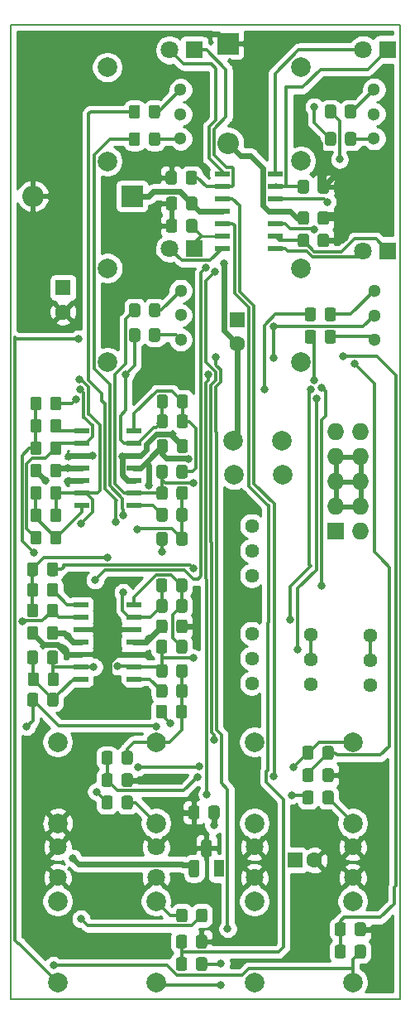
<source format=gbr>
G04 #@! TF.GenerationSoftware,KiCad,Pcbnew,(5.1.9)-1*
G04 #@! TF.CreationDate,2021-03-20T12:47:07+00:00*
G04 #@! TF.ProjectId,board v2,626f6172-6420-4763-922e-6b696361645f,rev?*
G04 #@! TF.SameCoordinates,Original*
G04 #@! TF.FileFunction,Copper,L2,Bot*
G04 #@! TF.FilePolarity,Positive*
%FSLAX46Y46*%
G04 Gerber Fmt 4.6, Leading zero omitted, Abs format (unit mm)*
G04 Created by KiCad (PCBNEW (5.1.9)-1) date 2021-03-20 12:47:07*
%MOMM*%
%LPD*%
G01*
G04 APERTURE LIST*
G04 #@! TA.AperFunction,Profile*
%ADD10C,0.150000*%
G04 #@! TD*
G04 #@! TA.AperFunction,ComponentPad*
%ADD11R,1.100000X1.800000*%
G04 #@! TD*
G04 #@! TA.AperFunction,ComponentPad*
%ADD12R,1.800000X1.800000*%
G04 #@! TD*
G04 #@! TA.AperFunction,ComponentPad*
%ADD13C,1.800000*%
G04 #@! TD*
G04 #@! TA.AperFunction,ComponentPad*
%ADD14O,2.200000X2.200000*%
G04 #@! TD*
G04 #@! TA.AperFunction,ComponentPad*
%ADD15R,2.200000X2.200000*%
G04 #@! TD*
G04 #@! TA.AperFunction,ComponentPad*
%ADD16C,2.000000*%
G04 #@! TD*
G04 #@! TA.AperFunction,ComponentPad*
%ADD17R,1.727200X1.727200*%
G04 #@! TD*
G04 #@! TA.AperFunction,ComponentPad*
%ADD18O,1.727200X1.727200*%
G04 #@! TD*
G04 #@! TA.AperFunction,ComponentPad*
%ADD19C,1.300000*%
G04 #@! TD*
G04 #@! TA.AperFunction,SMDPad,CuDef*
%ADD20R,1.500000X0.600000*%
G04 #@! TD*
G04 #@! TA.AperFunction,ComponentPad*
%ADD21C,1.440000*%
G04 #@! TD*
G04 #@! TA.AperFunction,ComponentPad*
%ADD22R,1.600000X1.600000*%
G04 #@! TD*
G04 #@! TA.AperFunction,ComponentPad*
%ADD23C,1.600000*%
G04 #@! TD*
G04 #@! TA.AperFunction,ViaPad*
%ADD24C,0.800000*%
G04 #@! TD*
G04 #@! TA.AperFunction,Conductor*
%ADD25C,0.300000*%
G04 #@! TD*
G04 #@! TA.AperFunction,Conductor*
%ADD26C,0.600000*%
G04 #@! TD*
G04 #@! TA.AperFunction,Conductor*
%ADD27C,0.250000*%
G04 #@! TD*
G04 #@! TA.AperFunction,Conductor*
%ADD28C,0.254000*%
G04 #@! TD*
G04 #@! TA.AperFunction,Conductor*
%ADD29C,0.400000*%
G04 #@! TD*
G04 APERTURE END LIST*
D10*
X57658000Y-12700000D02*
X17780000Y-12700000D01*
X57658000Y-112268000D02*
X57658000Y-12700000D01*
X17780000Y-112268000D02*
X57658000Y-112268000D01*
X17780000Y-12700000D02*
X17780000Y-112268000D01*
D11*
G04 #@! TO.P,U4,1*
G04 #@! TO.N,+5V*
X39116000Y-98952000D03*
G04 #@! TO.P,U4,3*
G04 #@! TO.N,+12V*
G04 #@! TA.AperFunction,ComponentPad*
G36*
G01*
X37126000Y-98327000D02*
X37126000Y-99577000D01*
G75*
G02*
X36851000Y-99852000I-275000J0D01*
G01*
X36301000Y-99852000D01*
G75*
G02*
X36026000Y-99577000I0J275000D01*
G01*
X36026000Y-98327000D01*
G75*
G02*
X36301000Y-98052000I275000J0D01*
G01*
X36851000Y-98052000D01*
G75*
G02*
X37126000Y-98327000I0J-275000D01*
G01*
G37*
G04 #@! TD.AperFunction*
G04 #@! TO.P,U4,2*
G04 #@! TO.N,GND*
G04 #@! TA.AperFunction,ComponentPad*
G36*
G01*
X38396000Y-96257000D02*
X38396000Y-97507000D01*
G75*
G02*
X38121000Y-97782000I-275000J0D01*
G01*
X37571000Y-97782000D01*
G75*
G02*
X37296000Y-97507000I0J275000D01*
G01*
X37296000Y-96257000D01*
G75*
G02*
X37571000Y-95982000I275000J0D01*
G01*
X38121000Y-95982000D01*
G75*
G02*
X38396000Y-96257000I0J-275000D01*
G01*
G37*
G04 #@! TD.AperFunction*
G04 #@! TD*
G04 #@! TO.P,C1,2*
G04 #@! TO.N,Net-(C1-Pad2)*
G04 #@! TA.AperFunction,SMDPad,CuDef*
G36*
G01*
X33840000Y-69549999D02*
X33840000Y-70450001D01*
G75*
G02*
X33590001Y-70700000I-249999J0D01*
G01*
X32939999Y-70700000D01*
G75*
G02*
X32690000Y-70450001I0J249999D01*
G01*
X32690000Y-69549999D01*
G75*
G02*
X32939999Y-69300000I249999J0D01*
G01*
X33590001Y-69300000D01*
G75*
G02*
X33840000Y-69549999I0J-249999D01*
G01*
G37*
G04 #@! TD.AperFunction*
G04 #@! TO.P,C1,1*
G04 #@! TO.N,Net-(C1-Pad1)*
G04 #@! TA.AperFunction,SMDPad,CuDef*
G36*
G01*
X35890000Y-69549999D02*
X35890000Y-70450001D01*
G75*
G02*
X35640001Y-70700000I-249999J0D01*
G01*
X34989999Y-70700000D01*
G75*
G02*
X34740000Y-70450001I0J249999D01*
G01*
X34740000Y-69549999D01*
G75*
G02*
X34989999Y-69300000I249999J0D01*
G01*
X35640001Y-69300000D01*
G75*
G02*
X35890000Y-69549999I0J-249999D01*
G01*
G37*
G04 #@! TD.AperFunction*
G04 #@! TD*
G04 #@! TO.P,C2,2*
G04 #@! TO.N,Net-(C2-Pad2)*
G04 #@! TA.AperFunction,SMDPad,CuDef*
G36*
G01*
X21510000Y-77830001D02*
X21510000Y-76929999D01*
G75*
G02*
X21759999Y-76680000I249999J0D01*
G01*
X22410001Y-76680000D01*
G75*
G02*
X22660000Y-76929999I0J-249999D01*
G01*
X22660000Y-77830001D01*
G75*
G02*
X22410001Y-78080000I-249999J0D01*
G01*
X21759999Y-78080000D01*
G75*
G02*
X21510000Y-77830001I0J249999D01*
G01*
G37*
G04 #@! TD.AperFunction*
G04 #@! TO.P,C2,1*
G04 #@! TO.N,Net-(C2-Pad1)*
G04 #@! TA.AperFunction,SMDPad,CuDef*
G36*
G01*
X19460000Y-77830001D02*
X19460000Y-76929999D01*
G75*
G02*
X19709999Y-76680000I249999J0D01*
G01*
X20360001Y-76680000D01*
G75*
G02*
X20610000Y-76929999I0J-249999D01*
G01*
X20610000Y-77830001D01*
G75*
G02*
X20360001Y-78080000I-249999J0D01*
G01*
X19709999Y-78080000D01*
G75*
G02*
X19460000Y-77830001I0J249999D01*
G01*
G37*
G04 #@! TD.AperFunction*
G04 #@! TD*
G04 #@! TO.P,C3,2*
G04 #@! TO.N,Net-(C3-Pad2)*
G04 #@! TA.AperFunction,SMDPad,CuDef*
G36*
G01*
X33904000Y-50751999D02*
X33904000Y-51652001D01*
G75*
G02*
X33654001Y-51902000I-249999J0D01*
G01*
X33003999Y-51902000D01*
G75*
G02*
X32754000Y-51652001I0J249999D01*
G01*
X32754000Y-50751999D01*
G75*
G02*
X33003999Y-50502000I249999J0D01*
G01*
X33654001Y-50502000D01*
G75*
G02*
X33904000Y-50751999I0J-249999D01*
G01*
G37*
G04 #@! TD.AperFunction*
G04 #@! TO.P,C3,1*
G04 #@! TO.N,Net-(C3-Pad1)*
G04 #@! TA.AperFunction,SMDPad,CuDef*
G36*
G01*
X35954000Y-50751999D02*
X35954000Y-51652001D01*
G75*
G02*
X35704001Y-51902000I-249999J0D01*
G01*
X35053999Y-51902000D01*
G75*
G02*
X34804000Y-51652001I0J249999D01*
G01*
X34804000Y-50751999D01*
G75*
G02*
X35053999Y-50502000I249999J0D01*
G01*
X35704001Y-50502000D01*
G75*
G02*
X35954000Y-50751999I0J-249999D01*
G01*
G37*
G04 #@! TD.AperFunction*
G04 #@! TD*
G04 #@! TO.P,C4,1*
G04 #@! TO.N,Net-(C4-Pad1)*
G04 #@! TA.AperFunction,SMDPad,CuDef*
G36*
G01*
X19800000Y-61010001D02*
X19800000Y-60109999D01*
G75*
G02*
X20049999Y-59860000I249999J0D01*
G01*
X20700001Y-59860000D01*
G75*
G02*
X20950000Y-60109999I0J-249999D01*
G01*
X20950000Y-61010001D01*
G75*
G02*
X20700001Y-61260000I-249999J0D01*
G01*
X20049999Y-61260000D01*
G75*
G02*
X19800000Y-61010001I0J249999D01*
G01*
G37*
G04 #@! TD.AperFunction*
G04 #@! TO.P,C4,2*
G04 #@! TO.N,Net-(C4-Pad2)*
G04 #@! TA.AperFunction,SMDPad,CuDef*
G36*
G01*
X21850000Y-61010001D02*
X21850000Y-60109999D01*
G75*
G02*
X22099999Y-59860000I249999J0D01*
G01*
X22750001Y-59860000D01*
G75*
G02*
X23000000Y-60109999I0J-249999D01*
G01*
X23000000Y-61010001D01*
G75*
G02*
X22750001Y-61260000I-249999J0D01*
G01*
X22099999Y-61260000D01*
G75*
G02*
X21850000Y-61010001I0J249999D01*
G01*
G37*
G04 #@! TD.AperFunction*
G04 #@! TD*
G04 #@! TO.P,C5,2*
G04 #@! TO.N,Net-(C5-Pad2)*
G04 #@! TA.AperFunction,SMDPad,CuDef*
G36*
G01*
X33850000Y-78299999D02*
X33850000Y-79200001D01*
G75*
G02*
X33600001Y-79450000I-249999J0D01*
G01*
X32949999Y-79450000D01*
G75*
G02*
X32700000Y-79200001I0J249999D01*
G01*
X32700000Y-78299999D01*
G75*
G02*
X32949999Y-78050000I249999J0D01*
G01*
X33600001Y-78050000D01*
G75*
G02*
X33850000Y-78299999I0J-249999D01*
G01*
G37*
G04 #@! TD.AperFunction*
G04 #@! TO.P,C5,1*
G04 #@! TO.N,Aout*
G04 #@! TA.AperFunction,SMDPad,CuDef*
G36*
G01*
X35900000Y-78299999D02*
X35900000Y-79200001D01*
G75*
G02*
X35650001Y-79450000I-249999J0D01*
G01*
X34999999Y-79450000D01*
G75*
G02*
X34750000Y-79200001I0J249999D01*
G01*
X34750000Y-78299999D01*
G75*
G02*
X34999999Y-78050000I249999J0D01*
G01*
X35650001Y-78050000D01*
G75*
G02*
X35900000Y-78299999I0J-249999D01*
G01*
G37*
G04 #@! TD.AperFunction*
G04 #@! TD*
G04 #@! TO.P,C6,2*
G04 #@! TO.N,Net-(C6-Pad2)*
G04 #@! TA.AperFunction,SMDPad,CuDef*
G36*
G01*
X21507000Y-73025001D02*
X21507000Y-72124999D01*
G75*
G02*
X21756999Y-71875000I249999J0D01*
G01*
X22407001Y-71875000D01*
G75*
G02*
X22657000Y-72124999I0J-249999D01*
G01*
X22657000Y-73025001D01*
G75*
G02*
X22407001Y-73275000I-249999J0D01*
G01*
X21756999Y-73275000D01*
G75*
G02*
X21507000Y-73025001I0J249999D01*
G01*
G37*
G04 #@! TD.AperFunction*
G04 #@! TO.P,C6,1*
G04 #@! TO.N,Bout*
G04 #@! TA.AperFunction,SMDPad,CuDef*
G36*
G01*
X19457000Y-73025001D02*
X19457000Y-72124999D01*
G75*
G02*
X19706999Y-71875000I249999J0D01*
G01*
X20357001Y-71875000D01*
G75*
G02*
X20607000Y-72124999I0J-249999D01*
G01*
X20607000Y-73025001D01*
G75*
G02*
X20357001Y-73275000I-249999J0D01*
G01*
X19706999Y-73275000D01*
G75*
G02*
X19457000Y-73025001I0J249999D01*
G01*
G37*
G04 #@! TD.AperFunction*
G04 #@! TD*
G04 #@! TO.P,C7,1*
G04 #@! TO.N,Cout*
G04 #@! TA.AperFunction,SMDPad,CuDef*
G36*
G01*
X35929000Y-60124999D02*
X35929000Y-61025001D01*
G75*
G02*
X35679001Y-61275000I-249999J0D01*
G01*
X35028999Y-61275000D01*
G75*
G02*
X34779000Y-61025001I0J249999D01*
G01*
X34779000Y-60124999D01*
G75*
G02*
X35028999Y-59875000I249999J0D01*
G01*
X35679001Y-59875000D01*
G75*
G02*
X35929000Y-60124999I0J-249999D01*
G01*
G37*
G04 #@! TD.AperFunction*
G04 #@! TO.P,C7,2*
G04 #@! TO.N,Net-(C7-Pad2)*
G04 #@! TA.AperFunction,SMDPad,CuDef*
G36*
G01*
X33879000Y-60124999D02*
X33879000Y-61025001D01*
G75*
G02*
X33629001Y-61275000I-249999J0D01*
G01*
X32978999Y-61275000D01*
G75*
G02*
X32729000Y-61025001I0J249999D01*
G01*
X32729000Y-60124999D01*
G75*
G02*
X32978999Y-59875000I249999J0D01*
G01*
X33629001Y-59875000D01*
G75*
G02*
X33879000Y-60124999I0J-249999D01*
G01*
G37*
G04 #@! TD.AperFunction*
G04 #@! TD*
G04 #@! TO.P,C8,1*
G04 #@! TO.N,Dout*
G04 #@! TA.AperFunction,SMDPad,CuDef*
G36*
G01*
X19800000Y-56438001D02*
X19800000Y-55537999D01*
G75*
G02*
X20049999Y-55288000I249999J0D01*
G01*
X20700001Y-55288000D01*
G75*
G02*
X20950000Y-55537999I0J-249999D01*
G01*
X20950000Y-56438001D01*
G75*
G02*
X20700001Y-56688000I-249999J0D01*
G01*
X20049999Y-56688000D01*
G75*
G02*
X19800000Y-56438001I0J249999D01*
G01*
G37*
G04 #@! TD.AperFunction*
G04 #@! TO.P,C8,2*
G04 #@! TO.N,Net-(C8-Pad2)*
G04 #@! TA.AperFunction,SMDPad,CuDef*
G36*
G01*
X21850000Y-56438001D02*
X21850000Y-55537999D01*
G75*
G02*
X22099999Y-55288000I249999J0D01*
G01*
X22750001Y-55288000D01*
G75*
G02*
X23000000Y-55537999I0J-249999D01*
G01*
X23000000Y-56438001D01*
G75*
G02*
X22750001Y-56688000I-249999J0D01*
G01*
X22099999Y-56688000D01*
G75*
G02*
X21850000Y-56438001I0J249999D01*
G01*
G37*
G04 #@! TD.AperFunction*
G04 #@! TD*
G04 #@! TO.P,C9,2*
G04 #@! TO.N,+12V*
G04 #@! TA.AperFunction,SMDPad,CuDef*
G36*
G01*
X35756000Y-31438001D02*
X35756000Y-30537999D01*
G75*
G02*
X36005999Y-30288000I249999J0D01*
G01*
X36656001Y-30288000D01*
G75*
G02*
X36906000Y-30537999I0J-249999D01*
G01*
X36906000Y-31438001D01*
G75*
G02*
X36656001Y-31688000I-249999J0D01*
G01*
X36005999Y-31688000D01*
G75*
G02*
X35756000Y-31438001I0J249999D01*
G01*
G37*
G04 #@! TD.AperFunction*
G04 #@! TO.P,C9,1*
G04 #@! TO.N,GND*
G04 #@! TA.AperFunction,SMDPad,CuDef*
G36*
G01*
X33706000Y-31438001D02*
X33706000Y-30537999D01*
G75*
G02*
X33955999Y-30288000I249999J0D01*
G01*
X34606001Y-30288000D01*
G75*
G02*
X34856000Y-30537999I0J-249999D01*
G01*
X34856000Y-31438001D01*
G75*
G02*
X34606001Y-31688000I-249999J0D01*
G01*
X33955999Y-31688000D01*
G75*
G02*
X33706000Y-31438001I0J249999D01*
G01*
G37*
G04 #@! TD.AperFunction*
G04 #@! TD*
G04 #@! TO.P,C10,1*
G04 #@! TO.N,-12V*
G04 #@! TA.AperFunction,SMDPad,CuDef*
G36*
G01*
X47193000Y-32925001D02*
X47193000Y-32024999D01*
G75*
G02*
X47442999Y-31775000I249999J0D01*
G01*
X48093001Y-31775000D01*
G75*
G02*
X48343000Y-32024999I0J-249999D01*
G01*
X48343000Y-32925001D01*
G75*
G02*
X48093001Y-33175000I-249999J0D01*
G01*
X47442999Y-33175000D01*
G75*
G02*
X47193000Y-32925001I0J249999D01*
G01*
G37*
G04 #@! TD.AperFunction*
G04 #@! TO.P,C10,2*
G04 #@! TO.N,GND*
G04 #@! TA.AperFunction,SMDPad,CuDef*
G36*
G01*
X49243000Y-32925001D02*
X49243000Y-32024999D01*
G75*
G02*
X49492999Y-31775000I249999J0D01*
G01*
X50143001Y-31775000D01*
G75*
G02*
X50393000Y-32024999I0J-249999D01*
G01*
X50393000Y-32925001D01*
G75*
G02*
X50143001Y-33175000I-249999J0D01*
G01*
X49492999Y-33175000D01*
G75*
G02*
X49243000Y-32925001I0J249999D01*
G01*
G37*
G04 #@! TD.AperFunction*
G04 #@! TD*
G04 #@! TO.P,C11,2*
G04 #@! TO.N,+12V*
G04 #@! TA.AperFunction,SMDPad,CuDef*
G36*
G01*
X21507000Y-75325001D02*
X21507000Y-74424999D01*
G75*
G02*
X21756999Y-74175000I249999J0D01*
G01*
X22407001Y-74175000D01*
G75*
G02*
X22657000Y-74424999I0J-249999D01*
G01*
X22657000Y-75325001D01*
G75*
G02*
X22407001Y-75575000I-249999J0D01*
G01*
X21756999Y-75575000D01*
G75*
G02*
X21507000Y-75325001I0J249999D01*
G01*
G37*
G04 #@! TD.AperFunction*
G04 #@! TO.P,C11,1*
G04 #@! TO.N,GND*
G04 #@! TA.AperFunction,SMDPad,CuDef*
G36*
G01*
X19457000Y-75325001D02*
X19457000Y-74424999D01*
G75*
G02*
X19706999Y-74175000I249999J0D01*
G01*
X20357001Y-74175000D01*
G75*
G02*
X20607000Y-74424999I0J-249999D01*
G01*
X20607000Y-75325001D01*
G75*
G02*
X20357001Y-75575000I-249999J0D01*
G01*
X19706999Y-75575000D01*
G75*
G02*
X19457000Y-75325001I0J249999D01*
G01*
G37*
G04 #@! TD.AperFunction*
G04 #@! TD*
G04 #@! TO.P,C12,1*
G04 #@! TO.N,-12V*
G04 #@! TA.AperFunction,SMDPad,CuDef*
G36*
G01*
X32699000Y-74650001D02*
X32699000Y-73749999D01*
G75*
G02*
X32948999Y-73500000I249999J0D01*
G01*
X33599001Y-73500000D01*
G75*
G02*
X33849000Y-73749999I0J-249999D01*
G01*
X33849000Y-74650001D01*
G75*
G02*
X33599001Y-74900000I-249999J0D01*
G01*
X32948999Y-74900000D01*
G75*
G02*
X32699000Y-74650001I0J249999D01*
G01*
G37*
G04 #@! TD.AperFunction*
G04 #@! TO.P,C12,2*
G04 #@! TO.N,GND*
G04 #@! TA.AperFunction,SMDPad,CuDef*
G36*
G01*
X34749000Y-74650001D02*
X34749000Y-73749999D01*
G75*
G02*
X34998999Y-73500000I249999J0D01*
G01*
X35649001Y-73500000D01*
G75*
G02*
X35899000Y-73749999I0J-249999D01*
G01*
X35899000Y-74650001D01*
G75*
G02*
X35649001Y-74900000I-249999J0D01*
G01*
X34998999Y-74900000D01*
G75*
G02*
X34749000Y-74650001I0J249999D01*
G01*
G37*
G04 #@! TD.AperFunction*
G04 #@! TD*
G04 #@! TO.P,C14,2*
G04 #@! TO.N,+12V*
G04 #@! TA.AperFunction,SMDPad,CuDef*
G36*
G01*
X21850000Y-58724001D02*
X21850000Y-57823999D01*
G75*
G02*
X22099999Y-57574000I249999J0D01*
G01*
X22750001Y-57574000D01*
G75*
G02*
X23000000Y-57823999I0J-249999D01*
G01*
X23000000Y-58724001D01*
G75*
G02*
X22750001Y-58974000I-249999J0D01*
G01*
X22099999Y-58974000D01*
G75*
G02*
X21850000Y-58724001I0J249999D01*
G01*
G37*
G04 #@! TD.AperFunction*
G04 #@! TO.P,C14,1*
G04 #@! TO.N,GND*
G04 #@! TA.AperFunction,SMDPad,CuDef*
G36*
G01*
X19800000Y-58724001D02*
X19800000Y-57823999D01*
G75*
G02*
X20049999Y-57574000I249999J0D01*
G01*
X20700001Y-57574000D01*
G75*
G02*
X20950000Y-57823999I0J-249999D01*
G01*
X20950000Y-58724001D01*
G75*
G02*
X20700001Y-58974000I-249999J0D01*
G01*
X20049999Y-58974000D01*
G75*
G02*
X19800000Y-58724001I0J249999D01*
G01*
G37*
G04 #@! TD.AperFunction*
G04 #@! TD*
G04 #@! TO.P,C15,1*
G04 #@! TO.N,-12V*
G04 #@! TA.AperFunction,SMDPad,CuDef*
G36*
G01*
X32754000Y-56224001D02*
X32754000Y-55323999D01*
G75*
G02*
X33003999Y-55074000I249999J0D01*
G01*
X33654001Y-55074000D01*
G75*
G02*
X33904000Y-55323999I0J-249999D01*
G01*
X33904000Y-56224001D01*
G75*
G02*
X33654001Y-56474000I-249999J0D01*
G01*
X33003999Y-56474000D01*
G75*
G02*
X32754000Y-56224001I0J249999D01*
G01*
G37*
G04 #@! TD.AperFunction*
G04 #@! TO.P,C15,2*
G04 #@! TO.N,GND*
G04 #@! TA.AperFunction,SMDPad,CuDef*
G36*
G01*
X34804000Y-56224001D02*
X34804000Y-55323999D01*
G75*
G02*
X35053999Y-55074000I249999J0D01*
G01*
X35704001Y-55074000D01*
G75*
G02*
X35954000Y-55323999I0J-249999D01*
G01*
X35954000Y-56224001D01*
G75*
G02*
X35704001Y-56474000I-249999J0D01*
G01*
X35053999Y-56474000D01*
G75*
G02*
X34804000Y-56224001I0J249999D01*
G01*
G37*
G04 #@! TD.AperFunction*
G04 #@! TD*
G04 #@! TO.P,C16,1*
G04 #@! TO.N,GND*
G04 #@! TA.AperFunction,SMDPad,CuDef*
G36*
G01*
X35992000Y-93668001D02*
X35992000Y-92767999D01*
G75*
G02*
X36241999Y-92518000I249999J0D01*
G01*
X36892001Y-92518000D01*
G75*
G02*
X37142000Y-92767999I0J-249999D01*
G01*
X37142000Y-93668001D01*
G75*
G02*
X36892001Y-93918000I-249999J0D01*
G01*
X36241999Y-93918000D01*
G75*
G02*
X35992000Y-93668001I0J249999D01*
G01*
G37*
G04 #@! TD.AperFunction*
G04 #@! TO.P,C16,2*
G04 #@! TO.N,+5V*
G04 #@! TA.AperFunction,SMDPad,CuDef*
G36*
G01*
X38042000Y-93668001D02*
X38042000Y-92767999D01*
G75*
G02*
X38291999Y-92518000I249999J0D01*
G01*
X38942001Y-92518000D01*
G75*
G02*
X39192000Y-92767999I0J-249999D01*
G01*
X39192000Y-93668001D01*
G75*
G02*
X38942001Y-93918000I-249999J0D01*
G01*
X38291999Y-93918000D01*
G75*
G02*
X38042000Y-93668001I0J249999D01*
G01*
G37*
G04 #@! TD.AperFunction*
G04 #@! TD*
D12*
G04 #@! TO.P,D1,1*
G04 #@! TO.N,Net-(D1-Pad1)*
X36600000Y-15300000D03*
D13*
G04 #@! TO.P,D1,2*
G04 #@! TO.N,ledA*
X34060000Y-15300000D03*
G04 #@! TD*
G04 #@! TO.P,D2,2*
G04 #@! TO.N,ledC*
X34090000Y-35560000D03*
D12*
G04 #@! TO.P,D2,1*
G04 #@! TO.N,Net-(D2-Pad1)*
X36630000Y-35560000D03*
G04 #@! TD*
D13*
G04 #@! TO.P,D3,2*
G04 #@! TO.N,ledD*
X53900000Y-35810000D03*
D12*
G04 #@! TO.P,D3,1*
G04 #@! TO.N,Net-(D3-Pad1)*
X56440000Y-35810000D03*
G04 #@! TD*
D13*
G04 #@! TO.P,D4,2*
G04 #@! TO.N,ledB*
X53880000Y-15240000D03*
D12*
G04 #@! TO.P,D4,1*
G04 #@! TO.N,Net-(D4-Pad1)*
X56420000Y-15240000D03*
G04 #@! TD*
D14*
G04 #@! TO.P,D5,2*
G04 #@! TO.N,GND*
X20066000Y-30226000D03*
D15*
G04 #@! TO.P,D5,1*
G04 #@! TO.N,+12V*
X30226000Y-30226000D03*
G04 #@! TD*
G04 #@! TO.P,D6,1*
G04 #@! TO.N,GND*
X40060000Y-14650000D03*
D14*
G04 #@! TO.P,D6,2*
G04 #@! TO.N,-12V*
X40060000Y-24810000D03*
G04 #@! TD*
D16*
G04 #@! TO.P,F1,1*
G04 #@! TO.N,/-12Vin*
X45600000Y-55200000D03*
G04 #@! TO.P,F1,2*
G04 #@! TO.N,-12V*
X40600000Y-55200000D03*
G04 #@! TD*
G04 #@! TO.P,F2,2*
G04 #@! TO.N,/+12Vin*
X45700000Y-58700000D03*
G04 #@! TO.P,F2,1*
G04 #@! TO.N,+12V*
X40700000Y-58700000D03*
G04 #@! TD*
G04 #@! TO.P,J1,3*
G04 #@! TO.N,/Bin*
X42756666Y-86012000D03*
D13*
G04 #@! TO.P,J1,1*
G04 #@! TO.N,GND*
X42756666Y-96732000D03*
D16*
G04 #@! TO.P,J1,2*
G04 #@! TO.N,+5V*
X42756666Y-94312000D03*
G04 #@! TD*
G04 #@! TO.P,J2,2*
G04 #@! TO.N,GND*
X22606000Y-94312000D03*
D13*
G04 #@! TO.P,J2,1*
X22606000Y-96732000D03*
D16*
G04 #@! TO.P,J2,3*
G04 #@! TO.N,Ain*
X22606000Y-86012000D03*
G04 #@! TD*
G04 #@! TO.P,J3,3*
G04 #@! TO.N,/Cin*
X22606000Y-110584000D03*
D13*
G04 #@! TO.P,J3,1*
G04 #@! TO.N,GND*
X22606000Y-99864000D03*
D16*
G04 #@! TO.P,J3,2*
G04 #@! TO.N,Ain*
X22606000Y-102284000D03*
G04 #@! TD*
G04 #@! TO.P,J4,2*
G04 #@! TO.N,+5V*
X42756666Y-102284000D03*
D13*
G04 #@! TO.P,J4,1*
G04 #@! TO.N,GND*
X42756666Y-99864000D03*
D16*
G04 #@! TO.P,J4,3*
G04 #@! TO.N,/Din*
X42756666Y-110584000D03*
G04 #@! TD*
G04 #@! TO.P,J5,2*
G04 #@! TO.N,AoutSw*
X32681333Y-94312000D03*
D13*
G04 #@! TO.P,J5,1*
G04 #@! TO.N,GND*
X32681333Y-96732000D03*
D16*
G04 #@! TO.P,J5,3*
G04 #@! TO.N,Aout*
X32681333Y-86012000D03*
G04 #@! TD*
G04 #@! TO.P,J6,3*
G04 #@! TO.N,Bout*
X52832000Y-86012000D03*
D13*
G04 #@! TO.P,J6,1*
G04 #@! TO.N,GND*
X52832000Y-96732000D03*
D16*
G04 #@! TO.P,J6,2*
G04 #@! TO.N,BoutSw*
X52832000Y-94312000D03*
G04 #@! TD*
G04 #@! TO.P,J7,2*
G04 #@! TO.N,CoutSw*
X32681333Y-102284000D03*
D13*
G04 #@! TO.P,J7,1*
G04 #@! TO.N,GND*
X32681333Y-99864000D03*
D16*
G04 #@! TO.P,J7,3*
G04 #@! TO.N,Cout*
X32681333Y-110584000D03*
G04 #@! TD*
G04 #@! TO.P,J8,3*
G04 #@! TO.N,Dout*
X52832000Y-110584000D03*
D13*
G04 #@! TO.P,J8,1*
G04 #@! TO.N,GND*
X52832000Y-99864000D03*
D16*
G04 #@! TO.P,J8,2*
G04 #@! TO.N,N/C*
X52832000Y-102284000D03*
G04 #@! TD*
D17*
G04 #@! TO.P,J9,1*
G04 #@! TO.N,/+12Vin*
X51100000Y-64500000D03*
D18*
G04 #@! TO.P,J9,2*
X53640000Y-64500000D03*
G04 #@! TO.P,J9,3*
G04 #@! TO.N,GND*
X51100000Y-61960000D03*
G04 #@! TO.P,J9,4*
X53640000Y-61960000D03*
G04 #@! TO.P,J9,5*
X51100000Y-59420000D03*
G04 #@! TO.P,J9,6*
X53640000Y-59420000D03*
G04 #@! TO.P,J9,7*
X51100000Y-56880000D03*
G04 #@! TO.P,J9,8*
X53640000Y-56880000D03*
G04 #@! TO.P,J9,9*
G04 #@! TO.N,/-12Vin*
X51100000Y-54340000D03*
G04 #@! TO.P,J9,10*
X53640000Y-54340000D03*
G04 #@! TD*
G04 #@! TO.P,R1,2*
G04 #@! TO.N,GND*
G04 #@! TA.AperFunction,SMDPad,CuDef*
G36*
G01*
X34825000Y-27899999D02*
X34825000Y-28800001D01*
G75*
G02*
X34575001Y-29050000I-249999J0D01*
G01*
X33924999Y-29050000D01*
G75*
G02*
X33675000Y-28800001I0J249999D01*
G01*
X33675000Y-27899999D01*
G75*
G02*
X33924999Y-27650000I249999J0D01*
G01*
X34575001Y-27650000D01*
G75*
G02*
X34825000Y-27899999I0J-249999D01*
G01*
G37*
G04 #@! TD.AperFunction*
G04 #@! TO.P,R1,1*
G04 #@! TO.N,Net-(D1-Pad1)*
G04 #@! TA.AperFunction,SMDPad,CuDef*
G36*
G01*
X36875000Y-27899999D02*
X36875000Y-28800001D01*
G75*
G02*
X36625001Y-29050000I-249999J0D01*
G01*
X35974999Y-29050000D01*
G75*
G02*
X35725000Y-28800001I0J249999D01*
G01*
X35725000Y-27899999D01*
G75*
G02*
X35974999Y-27650000I249999J0D01*
G01*
X36625001Y-27650000D01*
G75*
G02*
X36875000Y-27899999I0J-249999D01*
G01*
G37*
G04 #@! TD.AperFunction*
G04 #@! TD*
G04 #@! TO.P,R2,2*
G04 #@! TO.N,Aout*
G04 #@! TA.AperFunction,SMDPad,CuDef*
G36*
G01*
X29152000Y-88080001D02*
X29152000Y-87179999D01*
G75*
G02*
X29401999Y-86930000I249999J0D01*
G01*
X30052001Y-86930000D01*
G75*
G02*
X30302000Y-87179999I0J-249999D01*
G01*
X30302000Y-88080001D01*
G75*
G02*
X30052001Y-88330000I-249999J0D01*
G01*
X29401999Y-88330000D01*
G75*
G02*
X29152000Y-88080001I0J249999D01*
G01*
G37*
G04 #@! TD.AperFunction*
G04 #@! TO.P,R2,1*
G04 #@! TO.N,Net-(R12-Pad2)*
G04 #@! TA.AperFunction,SMDPad,CuDef*
G36*
G01*
X27102000Y-88080001D02*
X27102000Y-87179999D01*
G75*
G02*
X27351999Y-86930000I249999J0D01*
G01*
X28002001Y-86930000D01*
G75*
G02*
X28252000Y-87179999I0J-249999D01*
G01*
X28252000Y-88080001D01*
G75*
G02*
X28002001Y-88330000I-249999J0D01*
G01*
X27351999Y-88330000D01*
G75*
G02*
X27102000Y-88080001I0J249999D01*
G01*
G37*
G04 #@! TD.AperFunction*
G04 #@! TD*
G04 #@! TO.P,R3,2*
G04 #@! TO.N,GND*
G04 #@! TA.AperFunction,SMDPad,CuDef*
G36*
G01*
X34856000Y-32823999D02*
X34856000Y-33724001D01*
G75*
G02*
X34606001Y-33974000I-249999J0D01*
G01*
X33955999Y-33974000D01*
G75*
G02*
X33706000Y-33724001I0J249999D01*
G01*
X33706000Y-32823999D01*
G75*
G02*
X33955999Y-32574000I249999J0D01*
G01*
X34606001Y-32574000D01*
G75*
G02*
X34856000Y-32823999I0J-249999D01*
G01*
G37*
G04 #@! TD.AperFunction*
G04 #@! TO.P,R3,1*
G04 #@! TO.N,Net-(D2-Pad1)*
G04 #@! TA.AperFunction,SMDPad,CuDef*
G36*
G01*
X36906000Y-32823999D02*
X36906000Y-33724001D01*
G75*
G02*
X36656001Y-33974000I-249999J0D01*
G01*
X36005999Y-33974000D01*
G75*
G02*
X35756000Y-33724001I0J249999D01*
G01*
X35756000Y-32823999D01*
G75*
G02*
X36005999Y-32574000I249999J0D01*
G01*
X36656001Y-32574000D01*
G75*
G02*
X36906000Y-32823999I0J-249999D01*
G01*
G37*
G04 #@! TD.AperFunction*
G04 #@! TD*
G04 #@! TO.P,R4,2*
G04 #@! TO.N,Cout*
G04 #@! TA.AperFunction,SMDPad,CuDef*
G36*
G01*
X36772000Y-109162001D02*
X36772000Y-108261999D01*
G75*
G02*
X37021999Y-108012000I249999J0D01*
G01*
X37672001Y-108012000D01*
G75*
G02*
X37922000Y-108261999I0J-249999D01*
G01*
X37922000Y-109162001D01*
G75*
G02*
X37672001Y-109412000I-249999J0D01*
G01*
X37021999Y-109412000D01*
G75*
G02*
X36772000Y-109162001I0J249999D01*
G01*
G37*
G04 #@! TD.AperFunction*
G04 #@! TO.P,R4,1*
G04 #@! TO.N,Net-(R13-Pad2)*
G04 #@! TA.AperFunction,SMDPad,CuDef*
G36*
G01*
X34722000Y-109162001D02*
X34722000Y-108261999D01*
G75*
G02*
X34971999Y-108012000I249999J0D01*
G01*
X35622001Y-108012000D01*
G75*
G02*
X35872000Y-108261999I0J-249999D01*
G01*
X35872000Y-109162001D01*
G75*
G02*
X35622001Y-109412000I-249999J0D01*
G01*
X34971999Y-109412000D01*
G75*
G02*
X34722000Y-109162001I0J249999D01*
G01*
G37*
G04 #@! TD.AperFunction*
G04 #@! TD*
G04 #@! TO.P,R5,1*
G04 #@! TO.N,Net-(C1-Pad2)*
G04 #@! TA.AperFunction,SMDPad,CuDef*
G36*
G01*
X29903832Y-24848378D02*
X29903832Y-23948376D01*
G75*
G02*
X30153831Y-23698377I249999J0D01*
G01*
X30803833Y-23698377D01*
G75*
G02*
X31053832Y-23948376I0J-249999D01*
G01*
X31053832Y-24848378D01*
G75*
G02*
X30803833Y-25098377I-249999J0D01*
G01*
X30153831Y-25098377D01*
G75*
G02*
X29903832Y-24848378I0J249999D01*
G01*
G37*
G04 #@! TD.AperFunction*
G04 #@! TO.P,R5,2*
G04 #@! TO.N,Net-(R5-Pad2)*
G04 #@! TA.AperFunction,SMDPad,CuDef*
G36*
G01*
X31953832Y-24848378D02*
X31953832Y-23948376D01*
G75*
G02*
X32203831Y-23698377I249999J0D01*
G01*
X32853833Y-23698377D01*
G75*
G02*
X33103832Y-23948376I0J-249999D01*
G01*
X33103832Y-24848378D01*
G75*
G02*
X32853833Y-25098377I-249999J0D01*
G01*
X32203831Y-25098377D01*
G75*
G02*
X31953832Y-24848378I0J249999D01*
G01*
G37*
G04 #@! TD.AperFunction*
G04 #@! TD*
G04 #@! TO.P,R6,2*
G04 #@! TO.N,Net-(R6-Pad2)*
G04 #@! TA.AperFunction,SMDPad,CuDef*
G36*
G01*
X52034223Y-24827320D02*
X52034223Y-23927318D01*
G75*
G02*
X52284222Y-23677319I249999J0D01*
G01*
X52934224Y-23677319D01*
G75*
G02*
X53184223Y-23927318I0J-249999D01*
G01*
X53184223Y-24827320D01*
G75*
G02*
X52934224Y-25077319I-249999J0D01*
G01*
X52284222Y-25077319D01*
G75*
G02*
X52034223Y-24827320I0J249999D01*
G01*
G37*
G04 #@! TD.AperFunction*
G04 #@! TO.P,R6,1*
G04 #@! TO.N,Net-(C2-Pad2)*
G04 #@! TA.AperFunction,SMDPad,CuDef*
G36*
G01*
X49984223Y-24827320D02*
X49984223Y-23927318D01*
G75*
G02*
X50234222Y-23677319I249999J0D01*
G01*
X50884224Y-23677319D01*
G75*
G02*
X51134223Y-23927318I0J-249999D01*
G01*
X51134223Y-24827320D01*
G75*
G02*
X50884224Y-25077319I-249999J0D01*
G01*
X50234222Y-25077319D01*
G75*
G02*
X49984223Y-24827320I0J249999D01*
G01*
G37*
G04 #@! TD.AperFunction*
G04 #@! TD*
G04 #@! TO.P,R7,2*
G04 #@! TO.N,AoutSw*
G04 #@! TA.AperFunction,SMDPad,CuDef*
G36*
G01*
X29152000Y-92652001D02*
X29152000Y-91751999D01*
G75*
G02*
X29401999Y-91502000I249999J0D01*
G01*
X30052001Y-91502000D01*
G75*
G02*
X30302000Y-91751999I0J-249999D01*
G01*
X30302000Y-92652001D01*
G75*
G02*
X30052001Y-92902000I-249999J0D01*
G01*
X29401999Y-92902000D01*
G75*
G02*
X29152000Y-92652001I0J249999D01*
G01*
G37*
G04 #@! TD.AperFunction*
G04 #@! TO.P,R7,1*
G04 #@! TO.N,Net-(C2-Pad2)*
G04 #@! TA.AperFunction,SMDPad,CuDef*
G36*
G01*
X27102000Y-92652001D02*
X27102000Y-91751999D01*
G75*
G02*
X27351999Y-91502000I249999J0D01*
G01*
X28002001Y-91502000D01*
G75*
G02*
X28252000Y-91751999I0J-249999D01*
G01*
X28252000Y-92652001D01*
G75*
G02*
X28002001Y-92902000I-249999J0D01*
G01*
X27351999Y-92902000D01*
G75*
G02*
X27102000Y-92652001I0J249999D01*
G01*
G37*
G04 #@! TD.AperFunction*
G04 #@! TD*
G04 #@! TO.P,R8,2*
G04 #@! TO.N,Net-(R8-Pad2)*
G04 #@! TA.AperFunction,SMDPad,CuDef*
G36*
G01*
X31960078Y-44881705D02*
X31960078Y-43981703D01*
G75*
G02*
X32210077Y-43731704I249999J0D01*
G01*
X32860079Y-43731704D01*
G75*
G02*
X33110078Y-43981703I0J-249999D01*
G01*
X33110078Y-44881705D01*
G75*
G02*
X32860079Y-45131704I-249999J0D01*
G01*
X32210077Y-45131704D01*
G75*
G02*
X31960078Y-44881705I0J249999D01*
G01*
G37*
G04 #@! TD.AperFunction*
G04 #@! TO.P,R8,1*
G04 #@! TO.N,Net-(C3-Pad2)*
G04 #@! TA.AperFunction,SMDPad,CuDef*
G36*
G01*
X29910078Y-44881705D02*
X29910078Y-43981703D01*
G75*
G02*
X30160077Y-43731704I249999J0D01*
G01*
X30810079Y-43731704D01*
G75*
G02*
X31060078Y-43981703I0J-249999D01*
G01*
X31060078Y-44881705D01*
G75*
G02*
X30810079Y-45131704I-249999J0D01*
G01*
X30160077Y-45131704D01*
G75*
G02*
X29910078Y-44881705I0J249999D01*
G01*
G37*
G04 #@! TD.AperFunction*
G04 #@! TD*
G04 #@! TO.P,R9,1*
G04 #@! TO.N,Net-(C3-Pad2)*
G04 #@! TA.AperFunction,SMDPad,CuDef*
G36*
G01*
X47676000Y-92144001D02*
X47676000Y-91243999D01*
G75*
G02*
X47925999Y-90994000I249999J0D01*
G01*
X48576001Y-90994000D01*
G75*
G02*
X48826000Y-91243999I0J-249999D01*
G01*
X48826000Y-92144001D01*
G75*
G02*
X48576001Y-92394000I-249999J0D01*
G01*
X47925999Y-92394000D01*
G75*
G02*
X47676000Y-92144001I0J249999D01*
G01*
G37*
G04 #@! TD.AperFunction*
G04 #@! TO.P,R9,2*
G04 #@! TO.N,BoutSw*
G04 #@! TA.AperFunction,SMDPad,CuDef*
G36*
G01*
X49726000Y-92144001D02*
X49726000Y-91243999D01*
G75*
G02*
X49975999Y-90994000I249999J0D01*
G01*
X50626001Y-90994000D01*
G75*
G02*
X50876000Y-91243999I0J-249999D01*
G01*
X50876000Y-92144001D01*
G75*
G02*
X50626001Y-92394000I-249999J0D01*
G01*
X49975999Y-92394000D01*
G75*
G02*
X49726000Y-92144001I0J249999D01*
G01*
G37*
G04 #@! TD.AperFunction*
G04 #@! TD*
G04 #@! TO.P,R10,2*
G04 #@! TO.N,Net-(R10-Pad2)*
G04 #@! TA.AperFunction,SMDPad,CuDef*
G36*
G01*
X49961000Y-45047001D02*
X49961000Y-44146999D01*
G75*
G02*
X50210999Y-43897000I249999J0D01*
G01*
X50861001Y-43897000D01*
G75*
G02*
X51111000Y-44146999I0J-249999D01*
G01*
X51111000Y-45047001D01*
G75*
G02*
X50861001Y-45297000I-249999J0D01*
G01*
X50210999Y-45297000D01*
G75*
G02*
X49961000Y-45047001I0J249999D01*
G01*
G37*
G04 #@! TD.AperFunction*
G04 #@! TO.P,R10,1*
G04 #@! TO.N,Net-(C4-Pad2)*
G04 #@! TA.AperFunction,SMDPad,CuDef*
G36*
G01*
X47911000Y-45047001D02*
X47911000Y-44146999D01*
G75*
G02*
X48160999Y-43897000I249999J0D01*
G01*
X48811001Y-43897000D01*
G75*
G02*
X49061000Y-44146999I0J-249999D01*
G01*
X49061000Y-45047001D01*
G75*
G02*
X48811001Y-45297000I-249999J0D01*
G01*
X48160999Y-45297000D01*
G75*
G02*
X47911000Y-45047001I0J249999D01*
G01*
G37*
G04 #@! TD.AperFunction*
G04 #@! TD*
G04 #@! TO.P,R11,1*
G04 #@! TO.N,Net-(C4-Pad2)*
G04 #@! TA.AperFunction,SMDPad,CuDef*
G36*
G01*
X37950000Y-103299999D02*
X37950000Y-104200001D01*
G75*
G02*
X37700001Y-104450000I-249999J0D01*
G01*
X37049999Y-104450000D01*
G75*
G02*
X36800000Y-104200001I0J249999D01*
G01*
X36800000Y-103299999D01*
G75*
G02*
X37049999Y-103050000I249999J0D01*
G01*
X37700001Y-103050000D01*
G75*
G02*
X37950000Y-103299999I0J-249999D01*
G01*
G37*
G04 #@! TD.AperFunction*
G04 #@! TO.P,R11,2*
G04 #@! TO.N,CoutSw*
G04 #@! TA.AperFunction,SMDPad,CuDef*
G36*
G01*
X35900000Y-103299999D02*
X35900000Y-104200001D01*
G75*
G02*
X35650001Y-104450000I-249999J0D01*
G01*
X34999999Y-104450000D01*
G75*
G02*
X34750000Y-104200001I0J249999D01*
G01*
X34750000Y-103299999D01*
G75*
G02*
X34999999Y-103050000I249999J0D01*
G01*
X35650001Y-103050000D01*
G75*
G02*
X35900000Y-103299999I0J-249999D01*
G01*
G37*
G04 #@! TD.AperFunction*
G04 #@! TD*
G04 #@! TO.P,R12,1*
G04 #@! TO.N,GND*
G04 #@! TA.AperFunction,SMDPad,CuDef*
G36*
G01*
X30302000Y-89465999D02*
X30302000Y-90366001D01*
G75*
G02*
X30052001Y-90616000I-249999J0D01*
G01*
X29401999Y-90616000D01*
G75*
G02*
X29152000Y-90366001I0J249999D01*
G01*
X29152000Y-89465999D01*
G75*
G02*
X29401999Y-89216000I249999J0D01*
G01*
X30052001Y-89216000D01*
G75*
G02*
X30302000Y-89465999I0J-249999D01*
G01*
G37*
G04 #@! TD.AperFunction*
G04 #@! TO.P,R12,2*
G04 #@! TO.N,Net-(R12-Pad2)*
G04 #@! TA.AperFunction,SMDPad,CuDef*
G36*
G01*
X28252000Y-89465999D02*
X28252000Y-90366001D01*
G75*
G02*
X28002001Y-90616000I-249999J0D01*
G01*
X27351999Y-90616000D01*
G75*
G02*
X27102000Y-90366001I0J249999D01*
G01*
X27102000Y-89465999D01*
G75*
G02*
X27351999Y-89216000I249999J0D01*
G01*
X28002001Y-89216000D01*
G75*
G02*
X28252000Y-89465999I0J-249999D01*
G01*
G37*
G04 #@! TD.AperFunction*
G04 #@! TD*
G04 #@! TO.P,R13,1*
G04 #@! TO.N,GND*
G04 #@! TA.AperFunction,SMDPad,CuDef*
G36*
G01*
X37922000Y-105975999D02*
X37922000Y-106876001D01*
G75*
G02*
X37672001Y-107126000I-249999J0D01*
G01*
X37021999Y-107126000D01*
G75*
G02*
X36772000Y-106876001I0J249999D01*
G01*
X36772000Y-105975999D01*
G75*
G02*
X37021999Y-105726000I249999J0D01*
G01*
X37672001Y-105726000D01*
G75*
G02*
X37922000Y-105975999I0J-249999D01*
G01*
G37*
G04 #@! TD.AperFunction*
G04 #@! TO.P,R13,2*
G04 #@! TO.N,Net-(R13-Pad2)*
G04 #@! TA.AperFunction,SMDPad,CuDef*
G36*
G01*
X35872000Y-105975999D02*
X35872000Y-106876001D01*
G75*
G02*
X35622001Y-107126000I-249999J0D01*
G01*
X34971999Y-107126000D01*
G75*
G02*
X34722000Y-106876001I0J249999D01*
G01*
X34722000Y-105975999D01*
G75*
G02*
X34971999Y-105726000I249999J0D01*
G01*
X35622001Y-105726000D01*
G75*
G02*
X35872000Y-105975999I0J-249999D01*
G01*
G37*
G04 #@! TD.AperFunction*
G04 #@! TD*
G04 #@! TO.P,R14,1*
G04 #@! TO.N,Net-(C1-Pad1)*
G04 #@! TA.AperFunction,SMDPad,CuDef*
G36*
G01*
X35900000Y-71649999D02*
X35900000Y-72550001D01*
G75*
G02*
X35650001Y-72800000I-249999J0D01*
G01*
X34999999Y-72800000D01*
G75*
G02*
X34750000Y-72550001I0J249999D01*
G01*
X34750000Y-71649999D01*
G75*
G02*
X34999999Y-71400000I249999J0D01*
G01*
X35650001Y-71400000D01*
G75*
G02*
X35900000Y-71649999I0J-249999D01*
G01*
G37*
G04 #@! TD.AperFunction*
G04 #@! TO.P,R14,2*
G04 #@! TO.N,Net-(C1-Pad2)*
G04 #@! TA.AperFunction,SMDPad,CuDef*
G36*
G01*
X33850000Y-71649999D02*
X33850000Y-72550001D01*
G75*
G02*
X33600001Y-72800000I-249999J0D01*
G01*
X32949999Y-72800000D01*
G75*
G02*
X32700000Y-72550001I0J249999D01*
G01*
X32700000Y-71649999D01*
G75*
G02*
X32949999Y-71400000I249999J0D01*
G01*
X33600001Y-71400000D01*
G75*
G02*
X33850000Y-71649999I0J-249999D01*
G01*
G37*
G04 #@! TD.AperFunction*
G04 #@! TD*
G04 #@! TO.P,R15,1*
G04 #@! TO.N,Net-(C2-Pad1)*
G04 #@! TA.AperFunction,SMDPad,CuDef*
G36*
G01*
X19540000Y-80060001D02*
X19540000Y-79159999D01*
G75*
G02*
X19789999Y-78910000I249999J0D01*
G01*
X20440001Y-78910000D01*
G75*
G02*
X20690000Y-79159999I0J-249999D01*
G01*
X20690000Y-80060001D01*
G75*
G02*
X20440001Y-80310000I-249999J0D01*
G01*
X19789999Y-80310000D01*
G75*
G02*
X19540000Y-80060001I0J249999D01*
G01*
G37*
G04 #@! TD.AperFunction*
G04 #@! TO.P,R15,2*
G04 #@! TO.N,Net-(C2-Pad2)*
G04 #@! TA.AperFunction,SMDPad,CuDef*
G36*
G01*
X21590000Y-80060001D02*
X21590000Y-79159999D01*
G75*
G02*
X21839999Y-78910000I249999J0D01*
G01*
X22490001Y-78910000D01*
G75*
G02*
X22740000Y-79159999I0J-249999D01*
G01*
X22740000Y-80060001D01*
G75*
G02*
X22490001Y-80310000I-249999J0D01*
G01*
X21839999Y-80310000D01*
G75*
G02*
X21590000Y-80060001I0J249999D01*
G01*
G37*
G04 #@! TD.AperFunction*
G04 #@! TD*
G04 #@! TO.P,R16,2*
G04 #@! TO.N,Net-(C3-Pad2)*
G04 #@! TA.AperFunction,SMDPad,CuDef*
G36*
G01*
X33900000Y-52799999D02*
X33900000Y-53700001D01*
G75*
G02*
X33650001Y-53950000I-249999J0D01*
G01*
X32999999Y-53950000D01*
G75*
G02*
X32750000Y-53700001I0J249999D01*
G01*
X32750000Y-52799999D01*
G75*
G02*
X32999999Y-52550000I249999J0D01*
G01*
X33650001Y-52550000D01*
G75*
G02*
X33900000Y-52799999I0J-249999D01*
G01*
G37*
G04 #@! TD.AperFunction*
G04 #@! TO.P,R16,1*
G04 #@! TO.N,Net-(C3-Pad1)*
G04 #@! TA.AperFunction,SMDPad,CuDef*
G36*
G01*
X35950000Y-52799999D02*
X35950000Y-53700001D01*
G75*
G02*
X35700001Y-53950000I-249999J0D01*
G01*
X35049999Y-53950000D01*
G75*
G02*
X34800000Y-53700001I0J249999D01*
G01*
X34800000Y-52799999D01*
G75*
G02*
X35049999Y-52550000I249999J0D01*
G01*
X35700001Y-52550000D01*
G75*
G02*
X35950000Y-52799999I0J-249999D01*
G01*
G37*
G04 #@! TD.AperFunction*
G04 #@! TD*
G04 #@! TO.P,R17,1*
G04 #@! TO.N,Net-(C4-Pad1)*
G04 #@! TA.AperFunction,SMDPad,CuDef*
G36*
G01*
X19800000Y-63296001D02*
X19800000Y-62395999D01*
G75*
G02*
X20049999Y-62146000I249999J0D01*
G01*
X20700001Y-62146000D01*
G75*
G02*
X20950000Y-62395999I0J-249999D01*
G01*
X20950000Y-63296001D01*
G75*
G02*
X20700001Y-63546000I-249999J0D01*
G01*
X20049999Y-63546000D01*
G75*
G02*
X19800000Y-63296001I0J249999D01*
G01*
G37*
G04 #@! TD.AperFunction*
G04 #@! TO.P,R17,2*
G04 #@! TO.N,Net-(C4-Pad2)*
G04 #@! TA.AperFunction,SMDPad,CuDef*
G36*
G01*
X21850000Y-63296001D02*
X21850000Y-62395999D01*
G75*
G02*
X22099999Y-62146000I249999J0D01*
G01*
X22750001Y-62146000D01*
G75*
G02*
X23000000Y-62395999I0J-249999D01*
G01*
X23000000Y-63296001D01*
G75*
G02*
X22750001Y-63546000I-249999J0D01*
G01*
X22099999Y-63546000D01*
G75*
G02*
X21850000Y-63296001I0J249999D01*
G01*
G37*
G04 #@! TD.AperFunction*
G04 #@! TD*
G04 #@! TO.P,R18,1*
G04 #@! TO.N,Net-(D3-Pad1)*
G04 #@! TA.AperFunction,SMDPad,CuDef*
G36*
G01*
X47193000Y-35211001D02*
X47193000Y-34310999D01*
G75*
G02*
X47442999Y-34061000I249999J0D01*
G01*
X48093001Y-34061000D01*
G75*
G02*
X48343000Y-34310999I0J-249999D01*
G01*
X48343000Y-35211001D01*
G75*
G02*
X48093001Y-35461000I-249999J0D01*
G01*
X47442999Y-35461000D01*
G75*
G02*
X47193000Y-35211001I0J249999D01*
G01*
G37*
G04 #@! TD.AperFunction*
G04 #@! TO.P,R18,2*
G04 #@! TO.N,GND*
G04 #@! TA.AperFunction,SMDPad,CuDef*
G36*
G01*
X49243000Y-35211001D02*
X49243000Y-34310999D01*
G75*
G02*
X49492999Y-34061000I249999J0D01*
G01*
X50143001Y-34061000D01*
G75*
G02*
X50393000Y-34310999I0J-249999D01*
G01*
X50393000Y-35211001D01*
G75*
G02*
X50143001Y-35461000I-249999J0D01*
G01*
X49492999Y-35461000D01*
G75*
G02*
X49243000Y-35211001I0J249999D01*
G01*
G37*
G04 #@! TD.AperFunction*
G04 #@! TD*
G04 #@! TO.P,R19,1*
G04 #@! TO.N,Net-(R19-Pad1)*
G04 #@! TA.AperFunction,SMDPad,CuDef*
G36*
G01*
X50978000Y-107892001D02*
X50978000Y-106991999D01*
G75*
G02*
X51227999Y-106742000I249999J0D01*
G01*
X51878001Y-106742000D01*
G75*
G02*
X52128000Y-106991999I0J-249999D01*
G01*
X52128000Y-107892001D01*
G75*
G02*
X51878001Y-108142000I-249999J0D01*
G01*
X51227999Y-108142000D01*
G75*
G02*
X50978000Y-107892001I0J249999D01*
G01*
G37*
G04 #@! TD.AperFunction*
G04 #@! TO.P,R19,2*
G04 #@! TO.N,Dout*
G04 #@! TA.AperFunction,SMDPad,CuDef*
G36*
G01*
X53028000Y-107892001D02*
X53028000Y-106991999D01*
G75*
G02*
X53277999Y-106742000I249999J0D01*
G01*
X53928001Y-106742000D01*
G75*
G02*
X54178000Y-106991999I0J-249999D01*
G01*
X54178000Y-107892001D01*
G75*
G02*
X53928001Y-108142000I-249999J0D01*
G01*
X53277999Y-108142000D01*
G75*
G02*
X53028000Y-107892001I0J249999D01*
G01*
G37*
G04 #@! TD.AperFunction*
G04 #@! TD*
G04 #@! TO.P,R20,1*
G04 #@! TO.N,Net-(D4-Pad1)*
G04 #@! TA.AperFunction,SMDPad,CuDef*
G36*
G01*
X47200000Y-29725001D02*
X47200000Y-28824999D01*
G75*
G02*
X47449999Y-28575000I249999J0D01*
G01*
X48100001Y-28575000D01*
G75*
G02*
X48350000Y-28824999I0J-249999D01*
G01*
X48350000Y-29725001D01*
G75*
G02*
X48100001Y-29975000I-249999J0D01*
G01*
X47449999Y-29975000D01*
G75*
G02*
X47200000Y-29725001I0J249999D01*
G01*
G37*
G04 #@! TD.AperFunction*
G04 #@! TO.P,R20,2*
G04 #@! TO.N,GND*
G04 #@! TA.AperFunction,SMDPad,CuDef*
G36*
G01*
X49250000Y-29725001D02*
X49250000Y-28824999D01*
G75*
G02*
X49499999Y-28575000I249999J0D01*
G01*
X50150001Y-28575000D01*
G75*
G02*
X50400000Y-28824999I0J-249999D01*
G01*
X50400000Y-29725001D01*
G75*
G02*
X50150001Y-29975000I-249999J0D01*
G01*
X49499999Y-29975000D01*
G75*
G02*
X49250000Y-29725001I0J249999D01*
G01*
G37*
G04 #@! TD.AperFunction*
G04 #@! TD*
G04 #@! TO.P,R21,1*
G04 #@! TO.N,Net-(R21-Pad1)*
G04 #@! TA.AperFunction,SMDPad,CuDef*
G36*
G01*
X50867000Y-86671999D02*
X50867000Y-87572001D01*
G75*
G02*
X50617001Y-87822000I-249999J0D01*
G01*
X49966999Y-87822000D01*
G75*
G02*
X49717000Y-87572001I0J249999D01*
G01*
X49717000Y-86671999D01*
G75*
G02*
X49966999Y-86422000I249999J0D01*
G01*
X50617001Y-86422000D01*
G75*
G02*
X50867000Y-86671999I0J-249999D01*
G01*
G37*
G04 #@! TD.AperFunction*
G04 #@! TO.P,R21,2*
G04 #@! TO.N,Bout*
G04 #@! TA.AperFunction,SMDPad,CuDef*
G36*
G01*
X48817000Y-86671999D02*
X48817000Y-87572001D01*
G75*
G02*
X48567001Y-87822000I-249999J0D01*
G01*
X47916999Y-87822000D01*
G75*
G02*
X47667000Y-87572001I0J249999D01*
G01*
X47667000Y-86671999D01*
G75*
G02*
X47916999Y-86422000I249999J0D01*
G01*
X48567001Y-86422000D01*
G75*
G02*
X48817000Y-86671999I0J-249999D01*
G01*
G37*
G04 #@! TD.AperFunction*
G04 #@! TD*
G04 #@! TO.P,R22,1*
G04 #@! TO.N,Net-(C5-Pad2)*
G04 #@! TA.AperFunction,SMDPad,CuDef*
G36*
G01*
X29894832Y-22054378D02*
X29894832Y-21154376D01*
G75*
G02*
X30144831Y-20904377I249999J0D01*
G01*
X30794833Y-20904377D01*
G75*
G02*
X31044832Y-21154376I0J-249999D01*
G01*
X31044832Y-22054378D01*
G75*
G02*
X30794833Y-22304377I-249999J0D01*
G01*
X30144831Y-22304377D01*
G75*
G02*
X29894832Y-22054378I0J249999D01*
G01*
G37*
G04 #@! TD.AperFunction*
G04 #@! TO.P,R22,2*
G04 #@! TO.N,Net-(R22-Pad2)*
G04 #@! TA.AperFunction,SMDPad,CuDef*
G36*
G01*
X31944832Y-22054378D02*
X31944832Y-21154376D01*
G75*
G02*
X32194831Y-20904377I249999J0D01*
G01*
X32844833Y-20904377D01*
G75*
G02*
X33094832Y-21154376I0J-249999D01*
G01*
X33094832Y-22054378D01*
G75*
G02*
X32844833Y-22304377I-249999J0D01*
G01*
X32194831Y-22304377D01*
G75*
G02*
X31944832Y-22054378I0J249999D01*
G01*
G37*
G04 #@! TD.AperFunction*
G04 #@! TD*
G04 #@! TO.P,R23,2*
G04 #@! TO.N,Net-(C1-Pad1)*
G04 #@! TA.AperFunction,SMDPad,CuDef*
G36*
G01*
X34740000Y-76732001D02*
X34740000Y-75831999D01*
G75*
G02*
X34989999Y-75582000I249999J0D01*
G01*
X35640001Y-75582000D01*
G75*
G02*
X35890000Y-75831999I0J-249999D01*
G01*
X35890000Y-76732001D01*
G75*
G02*
X35640001Y-76982000I-249999J0D01*
G01*
X34989999Y-76982000D01*
G75*
G02*
X34740000Y-76732001I0J249999D01*
G01*
G37*
G04 #@! TD.AperFunction*
G04 #@! TO.P,R23,1*
G04 #@! TO.N,Net-(C5-Pad2)*
G04 #@! TA.AperFunction,SMDPad,CuDef*
G36*
G01*
X32690000Y-76732001D02*
X32690000Y-75831999D01*
G75*
G02*
X32939999Y-75582000I249999J0D01*
G01*
X33590001Y-75582000D01*
G75*
G02*
X33840000Y-75831999I0J-249999D01*
G01*
X33840000Y-76732001D01*
G75*
G02*
X33590001Y-76982000I-249999J0D01*
G01*
X32939999Y-76982000D01*
G75*
G02*
X32690000Y-76732001I0J249999D01*
G01*
G37*
G04 #@! TD.AperFunction*
G04 #@! TD*
G04 #@! TO.P,R24,1*
G04 #@! TO.N,Net-(C6-Pad2)*
G04 #@! TA.AperFunction,SMDPad,CuDef*
G36*
G01*
X49975223Y-22033320D02*
X49975223Y-21133318D01*
G75*
G02*
X50225222Y-20883319I249999J0D01*
G01*
X50875224Y-20883319D01*
G75*
G02*
X51125223Y-21133318I0J-249999D01*
G01*
X51125223Y-22033320D01*
G75*
G02*
X50875224Y-22283319I-249999J0D01*
G01*
X50225222Y-22283319D01*
G75*
G02*
X49975223Y-22033320I0J249999D01*
G01*
G37*
G04 #@! TD.AperFunction*
G04 #@! TO.P,R24,2*
G04 #@! TO.N,Net-(R24-Pad2)*
G04 #@! TA.AperFunction,SMDPad,CuDef*
G36*
G01*
X52025223Y-22033320D02*
X52025223Y-21133318D01*
G75*
G02*
X52275222Y-20883319I249999J0D01*
G01*
X52925224Y-20883319D01*
G75*
G02*
X53175223Y-21133318I0J-249999D01*
G01*
X53175223Y-22033320D01*
G75*
G02*
X52925224Y-22283319I-249999J0D01*
G01*
X52275222Y-22283319D01*
G75*
G02*
X52025223Y-22033320I0J249999D01*
G01*
G37*
G04 #@! TD.AperFunction*
G04 #@! TD*
G04 #@! TO.P,R25,1*
G04 #@! TO.N,Net-(C6-Pad2)*
G04 #@! TA.AperFunction,SMDPad,CuDef*
G36*
G01*
X19482000Y-82150001D02*
X19482000Y-81249999D01*
G75*
G02*
X19731999Y-81000000I249999J0D01*
G01*
X20382001Y-81000000D01*
G75*
G02*
X20632000Y-81249999I0J-249999D01*
G01*
X20632000Y-82150001D01*
G75*
G02*
X20382001Y-82400000I-249999J0D01*
G01*
X19731999Y-82400000D01*
G75*
G02*
X19482000Y-82150001I0J249999D01*
G01*
G37*
G04 #@! TD.AperFunction*
G04 #@! TO.P,R25,2*
G04 #@! TO.N,Net-(C2-Pad1)*
G04 #@! TA.AperFunction,SMDPad,CuDef*
G36*
G01*
X21532000Y-82150001D02*
X21532000Y-81249999D01*
G75*
G02*
X21781999Y-81000000I249999J0D01*
G01*
X22432001Y-81000000D01*
G75*
G02*
X22682000Y-81249999I0J-249999D01*
G01*
X22682000Y-82150001D01*
G75*
G02*
X22432001Y-82400000I-249999J0D01*
G01*
X21781999Y-82400000D01*
G75*
G02*
X21532000Y-82150001I0J249999D01*
G01*
G37*
G04 #@! TD.AperFunction*
G04 #@! TD*
G04 #@! TO.P,R26,2*
G04 #@! TO.N,Net-(R26-Pad2)*
G04 #@! TA.AperFunction,SMDPad,CuDef*
G36*
G01*
X31969078Y-42341705D02*
X31969078Y-41441703D01*
G75*
G02*
X32219077Y-41191704I249999J0D01*
G01*
X32869079Y-41191704D01*
G75*
G02*
X33119078Y-41441703I0J-249999D01*
G01*
X33119078Y-42341705D01*
G75*
G02*
X32869079Y-42591704I-249999J0D01*
G01*
X32219077Y-42591704D01*
G75*
G02*
X31969078Y-42341705I0J249999D01*
G01*
G37*
G04 #@! TD.AperFunction*
G04 #@! TO.P,R26,1*
G04 #@! TO.N,Net-(C7-Pad2)*
G04 #@! TA.AperFunction,SMDPad,CuDef*
G36*
G01*
X29919078Y-42341705D02*
X29919078Y-41441703D01*
G75*
G02*
X30169077Y-41191704I249999J0D01*
G01*
X30819079Y-41191704D01*
G75*
G02*
X31069078Y-41441703I0J-249999D01*
G01*
X31069078Y-42341705D01*
G75*
G02*
X30819079Y-42591704I-249999J0D01*
G01*
X30169077Y-42591704D01*
G75*
G02*
X29919078Y-42341705I0J249999D01*
G01*
G37*
G04 #@! TD.AperFunction*
G04 #@! TD*
G04 #@! TO.P,R27,1*
G04 #@! TO.N,Net-(C7-Pad2)*
G04 #@! TA.AperFunction,SMDPad,CuDef*
G36*
G01*
X32729000Y-58835001D02*
X32729000Y-57934999D01*
G75*
G02*
X32978999Y-57685000I249999J0D01*
G01*
X33629001Y-57685000D01*
G75*
G02*
X33879000Y-57934999I0J-249999D01*
G01*
X33879000Y-58835001D01*
G75*
G02*
X33629001Y-59085000I-249999J0D01*
G01*
X32978999Y-59085000D01*
G75*
G02*
X32729000Y-58835001I0J249999D01*
G01*
G37*
G04 #@! TD.AperFunction*
G04 #@! TO.P,R27,2*
G04 #@! TO.N,Net-(C3-Pad1)*
G04 #@! TA.AperFunction,SMDPad,CuDef*
G36*
G01*
X34779000Y-58835001D02*
X34779000Y-57934999D01*
G75*
G02*
X35028999Y-57685000I249999J0D01*
G01*
X35679001Y-57685000D01*
G75*
G02*
X35929000Y-57934999I0J-249999D01*
G01*
X35929000Y-58835001D01*
G75*
G02*
X35679001Y-59085000I-249999J0D01*
G01*
X35028999Y-59085000D01*
G75*
G02*
X34779000Y-58835001I0J249999D01*
G01*
G37*
G04 #@! TD.AperFunction*
G04 #@! TD*
G04 #@! TO.P,R28,1*
G04 #@! TO.N,Net-(C8-Pad2)*
G04 #@! TA.AperFunction,SMDPad,CuDef*
G36*
G01*
X47911000Y-42761001D02*
X47911000Y-41860999D01*
G75*
G02*
X48160999Y-41611000I249999J0D01*
G01*
X48811001Y-41611000D01*
G75*
G02*
X49061000Y-41860999I0J-249999D01*
G01*
X49061000Y-42761001D01*
G75*
G02*
X48811001Y-43011000I-249999J0D01*
G01*
X48160999Y-43011000D01*
G75*
G02*
X47911000Y-42761001I0J249999D01*
G01*
G37*
G04 #@! TD.AperFunction*
G04 #@! TO.P,R28,2*
G04 #@! TO.N,Net-(R28-Pad2)*
G04 #@! TA.AperFunction,SMDPad,CuDef*
G36*
G01*
X49961000Y-42761001D02*
X49961000Y-41860999D01*
G75*
G02*
X50210999Y-41611000I249999J0D01*
G01*
X50861001Y-41611000D01*
G75*
G02*
X51111000Y-41860999I0J-249999D01*
G01*
X51111000Y-42761001D01*
G75*
G02*
X50861001Y-43011000I-249999J0D01*
G01*
X50210999Y-43011000D01*
G75*
G02*
X49961000Y-42761001I0J249999D01*
G01*
G37*
G04 #@! TD.AperFunction*
G04 #@! TD*
G04 #@! TO.P,R29,2*
G04 #@! TO.N,Net-(C4-Pad1)*
G04 #@! TA.AperFunction,SMDPad,CuDef*
G36*
G01*
X21850000Y-65582001D02*
X21850000Y-64681999D01*
G75*
G02*
X22099999Y-64432000I249999J0D01*
G01*
X22750001Y-64432000D01*
G75*
G02*
X23000000Y-64681999I0J-249999D01*
G01*
X23000000Y-65582001D01*
G75*
G02*
X22750001Y-65832000I-249999J0D01*
G01*
X22099999Y-65832000D01*
G75*
G02*
X21850000Y-65582001I0J249999D01*
G01*
G37*
G04 #@! TD.AperFunction*
G04 #@! TO.P,R29,1*
G04 #@! TO.N,Net-(C8-Pad2)*
G04 #@! TA.AperFunction,SMDPad,CuDef*
G36*
G01*
X19800000Y-65582001D02*
X19800000Y-64681999D01*
G75*
G02*
X20049999Y-64432000I249999J0D01*
G01*
X20700001Y-64432000D01*
G75*
G02*
X20950000Y-64681999I0J-249999D01*
G01*
X20950000Y-65582001D01*
G75*
G02*
X20700001Y-65832000I-249999J0D01*
G01*
X20049999Y-65832000D01*
G75*
G02*
X19800000Y-65582001I0J249999D01*
G01*
G37*
G04 #@! TD.AperFunction*
G04 #@! TD*
G04 #@! TO.P,R30,2*
G04 #@! TO.N,Net-(R19-Pad1)*
G04 #@! TA.AperFunction,SMDPad,CuDef*
G36*
G01*
X52128000Y-104705999D02*
X52128000Y-105606001D01*
G75*
G02*
X51878001Y-105856000I-249999J0D01*
G01*
X51227999Y-105856000D01*
G75*
G02*
X50978000Y-105606001I0J249999D01*
G01*
X50978000Y-104705999D01*
G75*
G02*
X51227999Y-104456000I249999J0D01*
G01*
X51878001Y-104456000D01*
G75*
G02*
X52128000Y-104705999I0J-249999D01*
G01*
G37*
G04 #@! TD.AperFunction*
G04 #@! TO.P,R30,1*
G04 #@! TO.N,GND*
G04 #@! TA.AperFunction,SMDPad,CuDef*
G36*
G01*
X54178000Y-104705999D02*
X54178000Y-105606001D01*
G75*
G02*
X53928001Y-105856000I-249999J0D01*
G01*
X53277999Y-105856000D01*
G75*
G02*
X53028000Y-105606001I0J249999D01*
G01*
X53028000Y-104705999D01*
G75*
G02*
X53277999Y-104456000I249999J0D01*
G01*
X53928001Y-104456000D01*
G75*
G02*
X54178000Y-104705999I0J-249999D01*
G01*
G37*
G04 #@! TD.AperFunction*
G04 #@! TD*
G04 #@! TO.P,R31,2*
G04 #@! TO.N,Net-(R21-Pad1)*
G04 #@! TA.AperFunction,SMDPad,CuDef*
G36*
G01*
X48826000Y-88957999D02*
X48826000Y-89858001D01*
G75*
G02*
X48576001Y-90108000I-249999J0D01*
G01*
X47925999Y-90108000D01*
G75*
G02*
X47676000Y-89858001I0J249999D01*
G01*
X47676000Y-88957999D01*
G75*
G02*
X47925999Y-88708000I249999J0D01*
G01*
X48576001Y-88708000D01*
G75*
G02*
X48826000Y-88957999I0J-249999D01*
G01*
G37*
G04 #@! TD.AperFunction*
G04 #@! TO.P,R31,1*
G04 #@! TO.N,GND*
G04 #@! TA.AperFunction,SMDPad,CuDef*
G36*
G01*
X50876000Y-88957999D02*
X50876000Y-89858001D01*
G75*
G02*
X50626001Y-90108000I-249999J0D01*
G01*
X49975999Y-90108000D01*
G75*
G02*
X49726000Y-89858001I0J249999D01*
G01*
X49726000Y-88957999D01*
G75*
G02*
X49975999Y-88708000I249999J0D01*
G01*
X50626001Y-88708000D01*
G75*
G02*
X50876000Y-88957999I0J-249999D01*
G01*
G37*
G04 #@! TD.AperFunction*
G04 #@! TD*
G04 #@! TO.P,R32,1*
G04 #@! TO.N,Aout*
G04 #@! TA.AperFunction,SMDPad,CuDef*
G36*
G01*
X35865000Y-82449999D02*
X35865000Y-83350001D01*
G75*
G02*
X35615001Y-83600000I-249999J0D01*
G01*
X34964999Y-83600000D01*
G75*
G02*
X34715000Y-83350001I0J249999D01*
G01*
X34715000Y-82449999D01*
G75*
G02*
X34964999Y-82200000I249999J0D01*
G01*
X35615001Y-82200000D01*
G75*
G02*
X35865000Y-82449999I0J-249999D01*
G01*
G37*
G04 #@! TD.AperFunction*
G04 #@! TO.P,R32,2*
G04 #@! TO.N,Net-(R32-Pad2)*
G04 #@! TA.AperFunction,SMDPad,CuDef*
G36*
G01*
X33815000Y-82449999D02*
X33815000Y-83350001D01*
G75*
G02*
X33565001Y-83600000I-249999J0D01*
G01*
X32914999Y-83600000D01*
G75*
G02*
X32665000Y-83350001I0J249999D01*
G01*
X32665000Y-82449999D01*
G75*
G02*
X32914999Y-82200000I249999J0D01*
G01*
X33565001Y-82200000D01*
G75*
G02*
X33815000Y-82449999I0J-249999D01*
G01*
G37*
G04 #@! TD.AperFunction*
G04 #@! TD*
G04 #@! TO.P,R33,2*
G04 #@! TO.N,Net-(R33-Pad2)*
G04 #@! TA.AperFunction,SMDPad,CuDef*
G36*
G01*
X21507000Y-68825001D02*
X21507000Y-67924999D01*
G75*
G02*
X21756999Y-67675000I249999J0D01*
G01*
X22407001Y-67675000D01*
G75*
G02*
X22657000Y-67924999I0J-249999D01*
G01*
X22657000Y-68825001D01*
G75*
G02*
X22407001Y-69075000I-249999J0D01*
G01*
X21756999Y-69075000D01*
G75*
G02*
X21507000Y-68825001I0J249999D01*
G01*
G37*
G04 #@! TD.AperFunction*
G04 #@! TO.P,R33,1*
G04 #@! TO.N,Bout*
G04 #@! TA.AperFunction,SMDPad,CuDef*
G36*
G01*
X19457000Y-68825001D02*
X19457000Y-67924999D01*
G75*
G02*
X19706999Y-67675000I249999J0D01*
G01*
X20357001Y-67675000D01*
G75*
G02*
X20607000Y-67924999I0J-249999D01*
G01*
X20607000Y-68825001D01*
G75*
G02*
X20357001Y-69075000I-249999J0D01*
G01*
X19706999Y-69075000D01*
G75*
G02*
X19457000Y-68825001I0J249999D01*
G01*
G37*
G04 #@! TD.AperFunction*
G04 #@! TD*
G04 #@! TO.P,R34,1*
G04 #@! TO.N,Cout*
G04 #@! TA.AperFunction,SMDPad,CuDef*
G36*
G01*
X35929000Y-64792999D02*
X35929000Y-65693001D01*
G75*
G02*
X35679001Y-65943000I-249999J0D01*
G01*
X35028999Y-65943000D01*
G75*
G02*
X34779000Y-65693001I0J249999D01*
G01*
X34779000Y-64792999D01*
G75*
G02*
X35028999Y-64543000I249999J0D01*
G01*
X35679001Y-64543000D01*
G75*
G02*
X35929000Y-64792999I0J-249999D01*
G01*
G37*
G04 #@! TD.AperFunction*
G04 #@! TO.P,R34,2*
G04 #@! TO.N,Net-(R34-Pad2)*
G04 #@! TA.AperFunction,SMDPad,CuDef*
G36*
G01*
X33879000Y-64792999D02*
X33879000Y-65693001D01*
G75*
G02*
X33629001Y-65943000I-249999J0D01*
G01*
X32978999Y-65943000D01*
G75*
G02*
X32729000Y-65693001I0J249999D01*
G01*
X32729000Y-64792999D01*
G75*
G02*
X32978999Y-64543000I249999J0D01*
G01*
X33629001Y-64543000D01*
G75*
G02*
X33879000Y-64792999I0J-249999D01*
G01*
G37*
G04 #@! TD.AperFunction*
G04 #@! TD*
G04 #@! TO.P,R35,1*
G04 #@! TO.N,Dout*
G04 #@! TA.AperFunction,SMDPad,CuDef*
G36*
G01*
X19800000Y-51866001D02*
X19800000Y-50965999D01*
G75*
G02*
X20049999Y-50716000I249999J0D01*
G01*
X20700001Y-50716000D01*
G75*
G02*
X20950000Y-50965999I0J-249999D01*
G01*
X20950000Y-51866001D01*
G75*
G02*
X20700001Y-52116000I-249999J0D01*
G01*
X20049999Y-52116000D01*
G75*
G02*
X19800000Y-51866001I0J249999D01*
G01*
G37*
G04 #@! TD.AperFunction*
G04 #@! TO.P,R35,2*
G04 #@! TO.N,Net-(R35-Pad2)*
G04 #@! TA.AperFunction,SMDPad,CuDef*
G36*
G01*
X21850000Y-51866001D02*
X21850000Y-50965999D01*
G75*
G02*
X22099999Y-50716000I249999J0D01*
G01*
X22750001Y-50716000D01*
G75*
G02*
X23000000Y-50965999I0J-249999D01*
G01*
X23000000Y-51866001D01*
G75*
G02*
X22750001Y-52116000I-249999J0D01*
G01*
X22099999Y-52116000D01*
G75*
G02*
X21850000Y-51866001I0J249999D01*
G01*
G37*
G04 #@! TD.AperFunction*
G04 #@! TD*
G04 #@! TO.P,R36,2*
G04 #@! TO.N,Net-(R36-Pad2)*
G04 #@! TA.AperFunction,SMDPad,CuDef*
G36*
G01*
X33850000Y-80349999D02*
X33850000Y-81250001D01*
G75*
G02*
X33600001Y-81500000I-249999J0D01*
G01*
X32949999Y-81500000D01*
G75*
G02*
X32700000Y-81250001I0J249999D01*
G01*
X32700000Y-80349999D01*
G75*
G02*
X32949999Y-80100000I249999J0D01*
G01*
X33600001Y-80100000D01*
G75*
G02*
X33850000Y-80349999I0J-249999D01*
G01*
G37*
G04 #@! TD.AperFunction*
G04 #@! TO.P,R36,1*
G04 #@! TO.N,Aout*
G04 #@! TA.AperFunction,SMDPad,CuDef*
G36*
G01*
X35900000Y-80349999D02*
X35900000Y-81250001D01*
G75*
G02*
X35650001Y-81500000I-249999J0D01*
G01*
X34999999Y-81500000D01*
G75*
G02*
X34750000Y-81250001I0J249999D01*
G01*
X34750000Y-80349999D01*
G75*
G02*
X34999999Y-80100000I249999J0D01*
G01*
X35650001Y-80100000D01*
G75*
G02*
X35900000Y-80349999I0J-249999D01*
G01*
G37*
G04 #@! TD.AperFunction*
G04 #@! TD*
G04 #@! TO.P,R37,2*
G04 #@! TO.N,Net-(R37-Pad2)*
G04 #@! TA.AperFunction,SMDPad,CuDef*
G36*
G01*
X21507000Y-70925001D02*
X21507000Y-70024999D01*
G75*
G02*
X21756999Y-69775000I249999J0D01*
G01*
X22407001Y-69775000D01*
G75*
G02*
X22657000Y-70024999I0J-249999D01*
G01*
X22657000Y-70925001D01*
G75*
G02*
X22407001Y-71175000I-249999J0D01*
G01*
X21756999Y-71175000D01*
G75*
G02*
X21507000Y-70925001I0J249999D01*
G01*
G37*
G04 #@! TD.AperFunction*
G04 #@! TO.P,R37,1*
G04 #@! TO.N,Bout*
G04 #@! TA.AperFunction,SMDPad,CuDef*
G36*
G01*
X19457000Y-70925001D02*
X19457000Y-70024999D01*
G75*
G02*
X19706999Y-69775000I249999J0D01*
G01*
X20357001Y-69775000D01*
G75*
G02*
X20607000Y-70024999I0J-249999D01*
G01*
X20607000Y-70925001D01*
G75*
G02*
X20357001Y-71175000I-249999J0D01*
G01*
X19706999Y-71175000D01*
G75*
G02*
X19457000Y-70925001I0J249999D01*
G01*
G37*
G04 #@! TD.AperFunction*
G04 #@! TD*
G04 #@! TO.P,R38,2*
G04 #@! TO.N,Net-(R38-Pad2)*
G04 #@! TA.AperFunction,SMDPad,CuDef*
G36*
G01*
X33875000Y-62349999D02*
X33875000Y-63250001D01*
G75*
G02*
X33625001Y-63500000I-249999J0D01*
G01*
X32974999Y-63500000D01*
G75*
G02*
X32725000Y-63250001I0J249999D01*
G01*
X32725000Y-62349999D01*
G75*
G02*
X32974999Y-62100000I249999J0D01*
G01*
X33625001Y-62100000D01*
G75*
G02*
X33875000Y-62349999I0J-249999D01*
G01*
G37*
G04 #@! TD.AperFunction*
G04 #@! TO.P,R38,1*
G04 #@! TO.N,Cout*
G04 #@! TA.AperFunction,SMDPad,CuDef*
G36*
G01*
X35925000Y-62349999D02*
X35925000Y-63250001D01*
G75*
G02*
X35675001Y-63500000I-249999J0D01*
G01*
X35024999Y-63500000D01*
G75*
G02*
X34775000Y-63250001I0J249999D01*
G01*
X34775000Y-62349999D01*
G75*
G02*
X35024999Y-62100000I249999J0D01*
G01*
X35675001Y-62100000D01*
G75*
G02*
X35925000Y-62349999I0J-249999D01*
G01*
G37*
G04 #@! TD.AperFunction*
G04 #@! TD*
G04 #@! TO.P,R39,2*
G04 #@! TO.N,Net-(R39-Pad2)*
G04 #@! TA.AperFunction,SMDPad,CuDef*
G36*
G01*
X21850000Y-54152001D02*
X21850000Y-53251999D01*
G75*
G02*
X22099999Y-53002000I249999J0D01*
G01*
X22750001Y-53002000D01*
G75*
G02*
X23000000Y-53251999I0J-249999D01*
G01*
X23000000Y-54152001D01*
G75*
G02*
X22750001Y-54402000I-249999J0D01*
G01*
X22099999Y-54402000D01*
G75*
G02*
X21850000Y-54152001I0J249999D01*
G01*
G37*
G04 #@! TD.AperFunction*
G04 #@! TO.P,R39,1*
G04 #@! TO.N,Dout*
G04 #@! TA.AperFunction,SMDPad,CuDef*
G36*
G01*
X19800000Y-54152001D02*
X19800000Y-53251999D01*
G75*
G02*
X20049999Y-53002000I249999J0D01*
G01*
X20700001Y-53002000D01*
G75*
G02*
X20950000Y-53251999I0J-249999D01*
G01*
X20950000Y-54152001D01*
G75*
G02*
X20700001Y-54402000I-249999J0D01*
G01*
X20049999Y-54402000D01*
G75*
G02*
X19800000Y-54152001I0J249999D01*
G01*
G37*
G04 #@! TD.AperFunction*
G04 #@! TD*
D16*
G04 #@! TO.P,RV1,*
G04 #@! TO.N,*
X47511223Y-17037319D03*
X47511223Y-26637319D03*
D19*
G04 #@! TO.P,RV1,3*
G04 #@! TO.N,Net-(R24-Pad2)*
X55011223Y-19337319D03*
G04 #@! TO.P,RV1,2*
G04 #@! TO.N,/Bin*
X55011223Y-21837319D03*
G04 #@! TO.P,RV1,1*
G04 #@! TO.N,Net-(R6-Pad2)*
X55011223Y-24337319D03*
G04 #@! TD*
G04 #@! TO.P,RV2,1*
G04 #@! TO.N,Net-(R5-Pad2)*
X35193832Y-24358377D03*
G04 #@! TO.P,RV2,2*
G04 #@! TO.N,Ain*
X35193832Y-21858377D03*
G04 #@! TO.P,RV2,3*
G04 #@! TO.N,Net-(R22-Pad2)*
X35193832Y-19358377D03*
D16*
G04 #@! TO.P,RV2,*
G04 #@! TO.N,*
X27693832Y-26658377D03*
X27693832Y-17058377D03*
G04 #@! TD*
D19*
G04 #@! TO.P,RV3,1*
G04 #@! TO.N,Net-(R8-Pad2)*
X35209078Y-44899704D03*
G04 #@! TO.P,RV3,2*
G04 #@! TO.N,/Cin*
X35209078Y-42399704D03*
G04 #@! TO.P,RV3,3*
G04 #@! TO.N,Net-(R26-Pad2)*
X35209078Y-39899704D03*
D16*
G04 #@! TO.P,RV3,*
G04 #@! TO.N,*
X27709078Y-47199704D03*
X27709078Y-37599704D03*
G04 #@! TD*
G04 #@! TO.P,RV4,*
G04 #@! TO.N,*
X47522000Y-37612000D03*
X47522000Y-47212000D03*
D19*
G04 #@! TO.P,RV4,3*
G04 #@! TO.N,Net-(R28-Pad2)*
X55022000Y-39912000D03*
G04 #@! TO.P,RV4,2*
G04 #@! TO.N,/Din*
X55022000Y-42412000D03*
G04 #@! TO.P,RV4,1*
G04 #@! TO.N,Net-(R10-Pad2)*
X55022000Y-44912000D03*
G04 #@! TD*
D20*
G04 #@! TO.P,U1,14*
G04 #@! TO.N,ledD*
X44864000Y-35560000D03*
G04 #@! TO.P,U1,13*
G04 #@! TO.N,Net-(D3-Pad1)*
X44864000Y-34290000D03*
G04 #@! TO.P,U1,12*
G04 #@! TO.N,Net-(R19-Pad1)*
X44864000Y-33020000D03*
G04 #@! TO.P,U1,11*
G04 #@! TO.N,-12V*
X44864000Y-31750000D03*
G04 #@! TO.P,U1,10*
G04 #@! TO.N,Net-(R21-Pad1)*
X44864000Y-30480000D03*
G04 #@! TO.P,U1,9*
G04 #@! TO.N,Net-(D4-Pad1)*
X44864000Y-29210000D03*
G04 #@! TO.P,U1,8*
G04 #@! TO.N,ledB*
X44864000Y-27940000D03*
G04 #@! TO.P,U1,7*
G04 #@! TO.N,ledA*
X39464000Y-27940000D03*
G04 #@! TO.P,U1,6*
G04 #@! TO.N,Net-(D1-Pad1)*
X39464000Y-29210000D03*
G04 #@! TO.P,U1,5*
G04 #@! TO.N,Net-(R12-Pad2)*
X39464000Y-30480000D03*
G04 #@! TO.P,U1,4*
G04 #@! TO.N,+12V*
X39464000Y-31750000D03*
G04 #@! TO.P,U1,3*
G04 #@! TO.N,Net-(R13-Pad2)*
X39464000Y-33020000D03*
G04 #@! TO.P,U1,2*
G04 #@! TO.N,Net-(D2-Pad1)*
X39464000Y-34290000D03*
G04 #@! TO.P,U1,1*
G04 #@! TO.N,ledC*
X39464000Y-35560000D03*
G04 #@! TD*
G04 #@! TO.P,U2,1*
G04 #@! TO.N,Net-(C2-Pad1)*
X24986000Y-79584000D03*
G04 #@! TO.P,U2,2*
G04 #@! TO.N,Net-(C2-Pad2)*
X24986000Y-78314000D03*
G04 #@! TO.P,U2,3*
G04 #@! TO.N,GND*
X24986000Y-77044000D03*
G04 #@! TO.P,U2,4*
G04 #@! TO.N,+12V*
X24986000Y-75774000D03*
G04 #@! TO.P,U2,5*
G04 #@! TO.N,GND*
X24986000Y-74504000D03*
G04 #@! TO.P,U2,6*
G04 #@! TO.N,Net-(C6-Pad2)*
X24986000Y-73234000D03*
G04 #@! TO.P,U2,7*
G04 #@! TO.N,Net-(R37-Pad2)*
X24986000Y-71964000D03*
G04 #@! TO.P,U2,8*
G04 #@! TO.N,Net-(C1-Pad1)*
X30386000Y-71964000D03*
G04 #@! TO.P,U2,9*
G04 #@! TO.N,Net-(C1-Pad2)*
X30386000Y-73234000D03*
G04 #@! TO.P,U2,10*
G04 #@! TO.N,GND*
X30386000Y-74504000D03*
G04 #@! TO.P,U2,11*
G04 #@! TO.N,-12V*
X30386000Y-75774000D03*
G04 #@! TO.P,U2,12*
G04 #@! TO.N,GND*
X30386000Y-77044000D03*
G04 #@! TO.P,U2,13*
G04 #@! TO.N,Net-(C5-Pad2)*
X30386000Y-78314000D03*
G04 #@! TO.P,U2,14*
G04 #@! TO.N,Net-(R36-Pad2)*
X30386000Y-79584000D03*
G04 #@! TD*
G04 #@! TO.P,U3,1*
G04 #@! TO.N,Net-(C4-Pad1)*
X25050000Y-61830000D03*
G04 #@! TO.P,U3,2*
G04 #@! TO.N,Net-(C4-Pad2)*
X25050000Y-60560000D03*
G04 #@! TO.P,U3,3*
G04 #@! TO.N,GND*
X25050000Y-59290000D03*
G04 #@! TO.P,U3,4*
G04 #@! TO.N,+12V*
X25050000Y-58020000D03*
G04 #@! TO.P,U3,5*
G04 #@! TO.N,GND*
X25050000Y-56750000D03*
G04 #@! TO.P,U3,6*
G04 #@! TO.N,Net-(C8-Pad2)*
X25050000Y-55480000D03*
G04 #@! TO.P,U3,7*
G04 #@! TO.N,Net-(R39-Pad2)*
X25050000Y-54210000D03*
G04 #@! TO.P,U3,8*
G04 #@! TO.N,Net-(C3-Pad1)*
X30450000Y-54210000D03*
G04 #@! TO.P,U3,9*
G04 #@! TO.N,Net-(C3-Pad2)*
X30450000Y-55480000D03*
G04 #@! TO.P,U3,10*
G04 #@! TO.N,GND*
X30450000Y-56750000D03*
G04 #@! TO.P,U3,11*
G04 #@! TO.N,-12V*
X30450000Y-58020000D03*
G04 #@! TO.P,U3,12*
G04 #@! TO.N,GND*
X30450000Y-59290000D03*
G04 #@! TO.P,U3,13*
G04 #@! TO.N,Net-(C7-Pad2)*
X30450000Y-60560000D03*
G04 #@! TO.P,U3,14*
G04 #@! TO.N,Net-(R38-Pad2)*
X30450000Y-61830000D03*
G04 #@! TD*
D21*
G04 #@! TO.P,RV5,1*
G04 #@! TO.N,Net-(R32-Pad2)*
X48500000Y-80100000D03*
G04 #@! TO.P,RV5,2*
G04 #@! TO.N,Net-(C5-Pad2)*
X48500000Y-77560000D03*
G04 #@! TO.P,RV5,3*
X48500000Y-75020000D03*
G04 #@! TD*
G04 #@! TO.P,RV6,1*
G04 #@! TO.N,Net-(R33-Pad2)*
X54625000Y-80200000D03*
G04 #@! TO.P,RV6,2*
G04 #@! TO.N,Net-(C6-Pad2)*
X54625000Y-77660000D03*
G04 #@! TO.P,RV6,3*
X54625000Y-75120000D03*
G04 #@! TD*
G04 #@! TO.P,RV7,3*
G04 #@! TO.N,Net-(C7-Pad2)*
X42500000Y-63920000D03*
G04 #@! TO.P,RV7,2*
X42500000Y-66460000D03*
G04 #@! TO.P,RV7,1*
G04 #@! TO.N,Net-(R34-Pad2)*
X42500000Y-69000000D03*
G04 #@! TD*
G04 #@! TO.P,RV8,3*
G04 #@! TO.N,Net-(C8-Pad2)*
X42500000Y-74920000D03*
G04 #@! TO.P,RV8,2*
X42500000Y-77460000D03*
G04 #@! TO.P,RV8,1*
G04 #@! TO.N,Net-(R35-Pad2)*
X42500000Y-80000000D03*
G04 #@! TD*
D22*
G04 #@! TO.P,C13,1*
G04 #@! TO.N,+5V*
X46900000Y-98100000D03*
D23*
G04 #@! TO.P,C13,2*
G04 #@! TO.N,GND*
X48900000Y-98100000D03*
G04 #@! TD*
D22*
G04 #@! TO.P,C17,1*
G04 #@! TO.N,+12V*
X23160000Y-39580000D03*
D23*
G04 #@! TO.P,C17,2*
G04 #@! TO.N,GND*
X23160000Y-42080000D03*
G04 #@! TD*
G04 #@! TO.P,C18,2*
G04 #@! TO.N,-12V*
X41020000Y-45350000D03*
D22*
G04 #@! TO.P,C18,1*
G04 #@! TO.N,GND*
X41020000Y-42850000D03*
G04 #@! TD*
D24*
G04 #@! TO.N,Net-(C1-Pad2)*
X29300000Y-70725000D03*
X29350000Y-62850000D03*
G04 #@! TO.N,Net-(C2-Pad2)*
X26575000Y-91100000D03*
X26300000Y-78350000D03*
X26425000Y-69475000D03*
X37805258Y-37560001D03*
X48880000Y-21087319D03*
G04 #@! TO.N,Net-(C3-Pad2)*
X29536011Y-48500000D03*
X38050001Y-48500000D03*
X37900000Y-91375000D03*
X46550000Y-91450000D03*
G04 #@! TO.N,Net-(C4-Pad2)*
X24975000Y-63675000D03*
X25000000Y-104100000D03*
X24842951Y-48976627D03*
X48914565Y-49089978D03*
G04 #@! TO.N,Net-(C5-Pad2)*
X36525000Y-77450000D03*
X28525000Y-63500000D03*
X28750000Y-78275000D03*
G04 #@! TO.N,Net-(C6-Pad2)*
X32725000Y-84400000D03*
X49625000Y-70025000D03*
X19450000Y-84425000D03*
X18955010Y-73650000D03*
X51480000Y-26480000D03*
X49635951Y-49782514D03*
G04 #@! TO.N,Bout*
X27675000Y-67175000D03*
X46775000Y-88575000D03*
X30875000Y-88575000D03*
X37150000Y-88525000D03*
G04 #@! TO.N,Cout*
X39350000Y-108625000D03*
X39325000Y-110825000D03*
X30775000Y-64300000D03*
G04 #@! TO.N,Net-(C7-Pad2)*
X36550000Y-59575000D03*
G04 #@! TO.N,Dout*
X20200000Y-66700000D03*
X22175000Y-108825000D03*
G04 #@! TO.N,Net-(C8-Pad2)*
X24900000Y-49975000D03*
X46450000Y-73500000D03*
X48500000Y-50000000D03*
X43770000Y-50000000D03*
G04 #@! TO.N,+12V*
X24150000Y-97900000D03*
X23625000Y-58020000D03*
X23625000Y-75225000D03*
G04 #@! TO.N,GND*
X23700000Y-56875000D03*
X23675000Y-59400000D03*
X36825000Y-74225000D03*
X42175000Y-73000000D03*
X55475000Y-105350000D03*
X34875000Y-93200000D03*
X21400000Y-59300000D03*
X29225000Y-56800000D03*
X26175000Y-56750000D03*
X52200000Y-32150000D03*
X52150000Y-28225000D03*
X51975000Y-34500000D03*
X31875000Y-81825000D03*
X31925000Y-77250000D03*
X34575000Y-89925000D03*
X47400000Y-22730000D03*
X43000000Y-22670000D03*
G04 #@! TO.N,-12V*
X31975000Y-75499000D03*
X36041000Y-57075000D03*
X31975000Y-59775000D03*
X39670000Y-37090000D03*
G04 #@! TO.N,+5V*
X38600000Y-94525000D03*
G04 #@! TO.N,Net-(R12-Pad2)*
X36900000Y-89600000D03*
X44750000Y-89550000D03*
G04 #@! TO.N,Net-(R19-Pad1)*
X48870000Y-33620000D03*
X51860000Y-46610000D03*
G04 #@! TO.N,Net-(R21-Pad1)*
X50220000Y-30810000D03*
X53062473Y-47360000D03*
G04 #@! TO.N,Net-(R32-Pad2)*
X34175000Y-84100000D03*
G04 #@! TO.N,Net-(R33-Pad2)*
X36505331Y-68294669D03*
G04 #@! TO.N,Net-(R34-Pad2)*
X33325000Y-66600000D03*
G04 #@! TO.N,Net-(R35-Pad2)*
X24525000Y-51000000D03*
X47200000Y-76550000D03*
X49100000Y-50875000D03*
G04 #@! TO.N,/Bin*
X38650000Y-85825000D03*
X38710000Y-37990000D03*
G04 #@! TO.N,/Cin*
X24730000Y-44820000D03*
G04 #@! TO.N,/Din*
X40025000Y-105100000D03*
X38780000Y-46650000D03*
X44750000Y-46760000D03*
X44756990Y-43546990D03*
G04 #@! TD*
D25*
G04 #@! TO.N,Net-(C1-Pad2)*
X33275000Y-70010000D02*
X33265000Y-70000000D01*
X33275000Y-72100000D02*
X33275000Y-70010000D01*
X32141000Y-73234000D02*
X33275000Y-72100000D01*
X30386000Y-73234000D02*
X32141000Y-73234000D01*
X30386000Y-73234000D02*
X29936000Y-73234000D01*
X29936000Y-73234000D02*
X29275000Y-72573000D01*
X29275000Y-61142120D02*
X27950000Y-59817120D01*
X27950000Y-59817120D02*
X27950000Y-49480002D01*
X27950000Y-49480002D02*
X26335999Y-47866001D01*
X29275000Y-72573000D02*
X29275000Y-70750000D01*
X29275000Y-70750000D02*
X29300000Y-70725000D01*
X29275000Y-62209315D02*
X29275000Y-61142120D01*
X29350000Y-62284315D02*
X29275000Y-62209315D01*
X29350000Y-62850000D02*
X29350000Y-62284315D01*
X27955830Y-24398377D02*
X30478832Y-24398377D01*
X26335999Y-26018208D02*
X27955830Y-24398377D01*
X26335999Y-47866001D02*
X26335999Y-26018208D01*
G04 #@! TO.N,Net-(C1-Pad1)*
X35400000Y-72025000D02*
X35325000Y-72100000D01*
X35325000Y-70010000D02*
X35315000Y-70000000D01*
X34691628Y-69376628D02*
X35315000Y-70000000D01*
X34264990Y-68949990D02*
X34691628Y-69376628D01*
X32691464Y-68949990D02*
X34264990Y-68949990D01*
X30386000Y-71255454D02*
X32691464Y-68949990D01*
X30386000Y-71964000D02*
X30386000Y-71255454D01*
X35315000Y-72090000D02*
X35325000Y-72100000D01*
X35315000Y-70000000D02*
X35315000Y-72090000D01*
X34691628Y-75658628D02*
X35315000Y-76282000D01*
X34398990Y-75365990D02*
X34691628Y-75658628D01*
X34398990Y-73026010D02*
X34398990Y-75365990D01*
X35325000Y-72100000D02*
X34398990Y-73026010D01*
G04 #@! TO.N,Net-(C2-Pad2)*
X22121000Y-78314000D02*
X22107000Y-78300000D01*
X24986000Y-78314000D02*
X22121000Y-78314000D01*
X22107000Y-79600000D02*
X22107000Y-78300000D01*
X22107000Y-78300000D02*
X22107000Y-77552000D01*
X24986000Y-78314000D02*
X25436000Y-78314000D01*
X27677000Y-92202000D02*
X26575000Y-91100000D01*
X26575000Y-91100000D02*
X26425000Y-90950000D01*
X26425000Y-69475000D02*
X27450020Y-68449980D01*
X27450020Y-68449980D02*
X35599980Y-68449980D01*
X35599980Y-68449980D02*
X36500000Y-69350000D01*
X36500000Y-69350000D02*
X37000000Y-69350000D01*
X37000000Y-69350000D02*
X37300001Y-69049999D01*
X37300001Y-38615684D02*
X37300001Y-40000000D01*
X37300001Y-69049999D02*
X37300001Y-40000000D01*
X37300001Y-40000000D02*
X37300001Y-39699999D01*
X25022000Y-78350000D02*
X24986000Y-78314000D01*
X26300000Y-78350000D02*
X25022000Y-78350000D01*
X37300001Y-38065258D02*
X37805258Y-37560001D01*
X37300001Y-38615684D02*
X37300001Y-38065258D01*
X48880000Y-22698096D02*
X50559223Y-24377319D01*
X48880000Y-21087319D02*
X48880000Y-22698096D01*
G04 #@! TO.N,Net-(C2-Pad1)*
X20057000Y-77552000D02*
X20057000Y-79600000D01*
X22107000Y-81650000D02*
X20057000Y-79600000D01*
X22107000Y-81700000D02*
X22107000Y-81650000D01*
X22730372Y-81076628D02*
X22107000Y-81700000D01*
X24223000Y-79584000D02*
X22730372Y-81076628D01*
X24986000Y-79584000D02*
X24223000Y-79584000D01*
G04 #@! TO.N,Net-(C3-Pad2)*
X32892000Y-53488000D02*
X33329000Y-53488000D01*
X30450000Y-55480000D02*
X30900000Y-55480000D01*
X29400000Y-55480000D02*
X29025000Y-55105000D01*
X29025000Y-55105000D02*
X29025000Y-52650000D01*
X29025000Y-52650000D02*
X29536011Y-52138989D01*
X30450000Y-55480000D02*
X29400000Y-55480000D01*
X29536011Y-48350000D02*
X29536011Y-48500000D01*
X29536011Y-52138989D02*
X29536011Y-48350000D01*
X38050001Y-49065685D02*
X37800011Y-49315675D01*
X38050001Y-48500000D02*
X38050001Y-49065685D01*
X37800011Y-49315675D02*
X37800011Y-69324989D01*
X37800011Y-69324989D02*
X37900000Y-69424978D01*
X37900000Y-69424978D02*
X37900000Y-91375000D01*
X48007000Y-91450000D02*
X48251000Y-91694000D01*
X46550000Y-91450000D02*
X48007000Y-91450000D01*
X33325000Y-51206000D02*
X33329000Y-51202000D01*
X33325000Y-53250000D02*
X33325000Y-51206000D01*
X32701628Y-53873372D02*
X33325000Y-53250000D01*
X32466630Y-53873372D02*
X32701628Y-53873372D01*
X30860002Y-55480000D02*
X32466630Y-53873372D01*
X30450000Y-55480000D02*
X30860002Y-55480000D01*
X30485078Y-47550933D02*
X29536011Y-48500000D01*
X30485078Y-44431704D02*
X30485078Y-47550933D01*
G04 #@! TO.N,Net-(C3-Pad1)*
X34755628Y-50578628D02*
X35379000Y-51202000D01*
X34328990Y-50151990D02*
X34755628Y-50578628D01*
X32755464Y-50151990D02*
X34328990Y-50151990D01*
X30450000Y-52457454D02*
X32755464Y-50151990D01*
X30450000Y-54210000D02*
X30450000Y-52457454D01*
X35527000Y-51350000D02*
X35379000Y-51202000D01*
X35379000Y-53246000D02*
X35375000Y-53250000D01*
X35379000Y-51202000D02*
X35379000Y-53246000D01*
X36447000Y-58385000D02*
X35354000Y-58385000D01*
X36791000Y-58041000D02*
X36447000Y-58385000D01*
X36791000Y-53991000D02*
X36791000Y-58041000D01*
X36050000Y-53250000D02*
X36791000Y-53991000D01*
X35375000Y-53250000D02*
X36050000Y-53250000D01*
G04 #@! TO.N,Net-(C4-Pad1)*
X20375000Y-63082000D02*
X20375000Y-62846000D01*
X22425000Y-65132000D02*
X20375000Y-63082000D01*
X20375000Y-62846000D02*
X20375000Y-60560000D01*
X25050000Y-62507000D02*
X22425000Y-65132000D01*
X25050000Y-61830000D02*
X25050000Y-62507000D01*
G04 #@! TO.N,Net-(C4-Pad2)*
X22425000Y-62846000D02*
X22425000Y-60560000D01*
X25050000Y-60560000D02*
X22425000Y-60560000D01*
X26150001Y-62499999D02*
X24975000Y-63675000D01*
X26150001Y-61210001D02*
X26150001Y-62499999D01*
X25050000Y-60560000D02*
X25500000Y-60560000D01*
X25500000Y-60560000D02*
X26150001Y-61210001D01*
X36751628Y-104373372D02*
X37375000Y-103750000D01*
X36324990Y-104800010D02*
X36751628Y-104373372D01*
X25700010Y-104800010D02*
X36324990Y-104800010D01*
X25000000Y-104100000D02*
X25700010Y-104800010D01*
X24991324Y-49125000D02*
X24842951Y-48976627D01*
X25160002Y-49125000D02*
X24991324Y-49125000D01*
X25050000Y-60560000D02*
X26715000Y-60560000D01*
X26715000Y-60560000D02*
X26925000Y-60350000D01*
X26925000Y-60350000D02*
X26925000Y-53625000D01*
X26925000Y-53625000D02*
X25825011Y-52525011D01*
X25775011Y-49740009D02*
X25160002Y-49125000D01*
X25825011Y-52525011D02*
X25775011Y-52525011D01*
X25775011Y-52525011D02*
X25775011Y-49740009D01*
X48872001Y-49047414D02*
X48914565Y-49089978D01*
X48872001Y-44983001D02*
X48872001Y-49047414D01*
X48486000Y-44597000D02*
X48872001Y-44983001D01*
G04 #@! TO.N,Net-(C5-Pad2)*
X33300000Y-76317000D02*
X33265000Y-76282000D01*
X33139000Y-78614000D02*
X33275000Y-78750000D01*
X48500000Y-75020000D02*
X48500000Y-77560000D01*
X32839000Y-78314000D02*
X33275000Y-78750000D01*
X30386000Y-78314000D02*
X32839000Y-78314000D01*
X33265000Y-78740000D02*
X33275000Y-78750000D01*
X33265000Y-77425000D02*
X35623546Y-77425000D01*
X33265000Y-76282000D02*
X33265000Y-77425000D01*
X33265000Y-77425000D02*
X33265000Y-78740000D01*
X35623546Y-77425000D02*
X36500000Y-77425000D01*
X36500000Y-77425000D02*
X36525000Y-77450000D01*
X29936000Y-78314000D02*
X30386000Y-78314000D01*
X30347000Y-78275000D02*
X30386000Y-78314000D01*
X28750000Y-78275000D02*
X30347000Y-78275000D01*
X27150021Y-50407899D02*
X25800000Y-49057878D01*
X27150021Y-51175021D02*
X27150021Y-50407899D01*
X27425000Y-55900000D02*
X27425000Y-51450000D01*
X28525000Y-63500000D02*
X28550000Y-63475000D01*
X28550000Y-63475000D02*
X28550000Y-61425000D01*
X27425000Y-51450000D02*
X27150021Y-51175021D01*
X28625000Y-61350000D02*
X27449990Y-60174990D01*
X27449990Y-60174990D02*
X27449990Y-55924990D01*
X28550000Y-61425000D02*
X28625000Y-61350000D01*
X27449990Y-55924990D02*
X27425000Y-55900000D01*
X25995623Y-21604377D02*
X25920000Y-21680000D01*
X30469832Y-21604377D02*
X25995623Y-21604377D01*
X25800000Y-21800000D02*
X25995623Y-21604377D01*
X25800000Y-49057878D02*
X25800000Y-21800000D01*
G04 #@! TO.N,Aout*
X35290000Y-78785000D02*
X35325000Y-78750000D01*
X35290000Y-82900000D02*
X35290000Y-78785000D01*
X35290000Y-83700000D02*
X35290000Y-82900000D01*
X35290000Y-84817546D02*
X35290000Y-83700000D01*
X34095546Y-86012000D02*
X35290000Y-84817546D01*
X32681333Y-86012000D02*
X34095546Y-86012000D01*
X29727000Y-87630000D02*
X29727000Y-86830000D01*
X29727000Y-86830000D02*
X29750000Y-86807000D01*
X31267120Y-86012000D02*
X31254120Y-86025000D01*
X32681333Y-86012000D02*
X31267120Y-86012000D01*
X31254120Y-86025000D02*
X30425000Y-86025000D01*
X29727000Y-86723000D02*
X30425000Y-86025000D01*
X29727000Y-86830000D02*
X29727000Y-86723000D01*
G04 #@! TO.N,Net-(C6-Pad2)*
X22116000Y-72859000D02*
X22082000Y-72825000D01*
X54625000Y-75120000D02*
X54625000Y-77660000D01*
X32700000Y-84375000D02*
X32725000Y-84400000D01*
X20057000Y-81700000D02*
X22732000Y-84375000D01*
X22732000Y-84375000D02*
X32700000Y-84375000D01*
X49625000Y-70025000D02*
X49625000Y-53075000D01*
X20057000Y-81700000D02*
X20057000Y-83818000D01*
X20057000Y-83818000D02*
X19450000Y-84425000D01*
X22741000Y-73234000D02*
X22082000Y-72575000D01*
X24986000Y-73234000D02*
X22741000Y-73234000D01*
X19405000Y-73625010D02*
X19355009Y-73675001D01*
X21031990Y-73625010D02*
X19405000Y-73625010D01*
X22082000Y-72575000D02*
X21031990Y-73625010D01*
X19405000Y-73625010D02*
X18980000Y-73625010D01*
X18980000Y-73625010D02*
X18955010Y-73650000D01*
X51484233Y-22517329D02*
X51484233Y-25075855D01*
X50550223Y-21583319D02*
X51484233Y-22517329D01*
X51484233Y-26475767D02*
X51480000Y-26480000D01*
X51484233Y-25075855D02*
X51484233Y-26475767D01*
X50035950Y-52664050D02*
X49625000Y-53075000D01*
X50035950Y-50182513D02*
X50035950Y-52664050D01*
X49635951Y-49782514D02*
X50035950Y-50182513D01*
G04 #@! TO.N,Bout*
X20032000Y-72575000D02*
X20032000Y-68375000D01*
X49352000Y-86012000D02*
X48242000Y-87122000D01*
X52832000Y-86012000D02*
X49352000Y-86012000D01*
X48228000Y-87122000D02*
X46775000Y-88575000D01*
X48242000Y-87122000D02*
X48228000Y-87122000D01*
X30875000Y-88575000D02*
X37100000Y-88575000D01*
X37100000Y-88575000D02*
X37150000Y-88525000D01*
X21232000Y-67175000D02*
X20032000Y-68375000D01*
X27675000Y-67175000D02*
X21232000Y-67175000D01*
G04 #@! TO.N,Cout*
X35354000Y-60575000D02*
X35354000Y-65243000D01*
X37347000Y-108712000D02*
X39263000Y-108712000D01*
X39263000Y-108712000D02*
X39350000Y-108625000D01*
X32922333Y-110825000D02*
X32681333Y-110584000D01*
X39325000Y-110825000D02*
X32922333Y-110825000D01*
X30882010Y-64192990D02*
X30775000Y-64300000D01*
X35354000Y-65243000D02*
X34303990Y-64192990D01*
X34303990Y-64192990D02*
X30882010Y-64192990D01*
G04 #@! TO.N,Net-(C7-Pad2)*
X33289000Y-60560000D02*
X33304000Y-60575000D01*
X30450000Y-60560000D02*
X33289000Y-60560000D01*
X33304000Y-60575000D02*
X33304000Y-58385000D01*
X33304000Y-59185000D02*
X33643990Y-59524990D01*
X33304000Y-58385000D02*
X33304000Y-59185000D01*
X29400000Y-60560000D02*
X28475000Y-59635000D01*
X30450000Y-60560000D02*
X29400000Y-60560000D01*
X33643990Y-59524990D02*
X36499990Y-59524990D01*
X36499990Y-59524990D02*
X36550000Y-59575000D01*
X28475000Y-56425000D02*
X28475000Y-57350000D01*
X28475000Y-59635000D02*
X28475000Y-56425000D01*
X28475000Y-48427002D02*
X28475000Y-56425000D01*
X29560068Y-47341934D02*
X28475000Y-48427002D01*
X29560068Y-42825714D02*
X29560068Y-47341934D01*
X30494078Y-41891704D02*
X29560068Y-42825714D01*
G04 #@! TO.N,Dout*
X20375000Y-55988000D02*
X20375000Y-51416000D01*
X52832000Y-108213000D02*
X53603000Y-107442000D01*
X18949980Y-65449980D02*
X20200000Y-66700000D01*
X18949980Y-56738020D02*
X18949980Y-65449980D01*
X20375000Y-55988000D02*
X19700000Y-55988000D01*
X19700000Y-55988000D02*
X18949980Y-56738020D01*
X52832000Y-108875000D02*
X52832000Y-108213000D01*
X42192664Y-109150000D02*
X52832000Y-109150000D01*
X34811454Y-109850000D02*
X41492664Y-109850000D01*
X33786454Y-108825000D02*
X34811454Y-109850000D01*
X41492664Y-109850000D02*
X42192664Y-109150000D01*
X22175000Y-108825000D02*
X33786454Y-108825000D01*
X52832000Y-109150000D02*
X52832000Y-108875000D01*
X52832000Y-110584000D02*
X52832000Y-109150000D01*
G04 #@! TO.N,Net-(C8-Pad2)*
X21801628Y-56611372D02*
X22425000Y-55988000D01*
X21374990Y-57038010D02*
X21801628Y-56611372D01*
X19987444Y-57038010D02*
X21374990Y-57038010D01*
X19449990Y-57575464D02*
X19987444Y-57038010D01*
X19449990Y-64206990D02*
X19449990Y-57575464D01*
X20375000Y-65132000D02*
X19449990Y-64206990D01*
X22933000Y-55480000D02*
X22425000Y-55988000D01*
X25050000Y-55480000D02*
X22933000Y-55480000D01*
X25050000Y-55480000D02*
X25500000Y-55480000D01*
X25500000Y-55480000D02*
X26150001Y-54829999D01*
X26150001Y-53700000D02*
X26150001Y-53650001D01*
X26150001Y-54829999D02*
X26150001Y-53700000D01*
X26150001Y-53700000D02*
X25350001Y-52900000D01*
X25350001Y-52900000D02*
X25275001Y-52825000D01*
X25275001Y-50350001D02*
X24900000Y-49975000D01*
X25275001Y-52749999D02*
X25275001Y-50350001D01*
X46450000Y-73500000D02*
X46450000Y-70150000D01*
X47050001Y-69549999D02*
X47050001Y-69499999D01*
X46450000Y-70150000D02*
X47050001Y-69549999D01*
X47050001Y-69499999D02*
X48500000Y-68050000D01*
X48349999Y-50150001D02*
X48500000Y-50000000D01*
X48349999Y-67899999D02*
X48349999Y-50150001D01*
X48500000Y-68050000D02*
X48349999Y-67899999D01*
X44882978Y-42311000D02*
X43770000Y-43423978D01*
X48486000Y-42311000D02*
X44882978Y-42311000D01*
X43770000Y-43423978D02*
X43770000Y-50000000D01*
D26*
G04 #@! TO.N,+12V*
X22679000Y-58020000D02*
X22425000Y-58274000D01*
X37093000Y-31750000D02*
X39464000Y-31750000D01*
X36331000Y-30988000D02*
X37093000Y-31750000D01*
X35707628Y-30364628D02*
X36331000Y-30988000D01*
X35130990Y-29787990D02*
X35707628Y-30364628D01*
X32364010Y-29787990D02*
X35130990Y-29787990D01*
X31926000Y-30226000D02*
X32364010Y-29787990D01*
X30226000Y-30226000D02*
X31926000Y-30226000D01*
X24713999Y-98463999D02*
X24150000Y-97900000D01*
X35362999Y-98463999D02*
X24713999Y-98463999D01*
X36576000Y-98552000D02*
X35451000Y-98552000D01*
X35451000Y-98552000D02*
X35362999Y-98463999D01*
X25050000Y-58020000D02*
X23625000Y-58020000D01*
X23625000Y-58020000D02*
X22679000Y-58020000D01*
X30100000Y-30100000D02*
X30226000Y-30226000D01*
X24986000Y-75774000D02*
X24174000Y-75774000D01*
X23275000Y-74875000D02*
X23625000Y-75225000D01*
X22082000Y-74875000D02*
X23275000Y-74875000D01*
X24174000Y-75774000D02*
X23625000Y-75225000D01*
G04 #@! TO.N,GND*
X25050000Y-56750000D02*
X23825000Y-56750000D01*
X23825000Y-56750000D02*
X23700000Y-56875000D01*
X25050000Y-59290000D02*
X23785000Y-59290000D01*
X23785000Y-59290000D02*
X23675000Y-59400000D01*
X35324000Y-74200000D02*
X36800000Y-74200000D01*
X36800000Y-74200000D02*
X36825000Y-74225000D01*
X53603000Y-105156000D02*
X55281000Y-105156000D01*
X55281000Y-105156000D02*
X55475000Y-105350000D01*
X36567000Y-93218000D02*
X34893000Y-93218000D01*
X34893000Y-93218000D02*
X34875000Y-93200000D01*
X20375000Y-58274000D02*
X20375000Y-58275000D01*
X20375000Y-58275000D02*
X21400000Y-59300000D01*
X30450000Y-56750000D02*
X29275000Y-56750000D01*
X29275000Y-56750000D02*
X29225000Y-56800000D01*
X29225000Y-57365685D02*
X29225000Y-56800000D01*
X29199999Y-57390686D02*
X29225000Y-57365685D01*
X29199999Y-58720001D02*
X29199999Y-57390686D01*
X29769998Y-59290000D02*
X29199999Y-58720001D01*
X30450000Y-59290000D02*
X29769998Y-59290000D01*
X25050000Y-56750000D02*
X26175000Y-56750000D01*
X31130002Y-56750000D02*
X30450000Y-56750000D01*
X31700001Y-56180001D02*
X31130002Y-56750000D01*
X31700001Y-55567321D02*
X31700001Y-56180001D01*
X32693332Y-54573990D02*
X31700001Y-55567321D01*
X34178990Y-54573990D02*
X32693332Y-54573990D01*
X35379000Y-55774000D02*
X34178990Y-54573990D01*
X49818000Y-32475000D02*
X50143000Y-32150000D01*
X50143000Y-32150000D02*
X52200000Y-32150000D01*
X50875000Y-28225000D02*
X49825000Y-29275000D01*
X52150000Y-28225000D02*
X50875000Y-28225000D01*
X49818000Y-34761000D02*
X51714000Y-34761000D01*
X51714000Y-34761000D02*
X51975000Y-34500000D01*
X30676998Y-81825000D02*
X31875000Y-81825000D01*
X27849999Y-78998001D02*
X30676998Y-81825000D01*
X27849999Y-77842999D02*
X27849999Y-78998001D01*
X30386000Y-77044000D02*
X28648998Y-77044000D01*
X28648998Y-77044000D02*
X27849999Y-77842999D01*
X30386000Y-77044000D02*
X31719000Y-77044000D01*
X31719000Y-77044000D02*
X31925000Y-77250000D01*
X29727000Y-89916000D02*
X34566000Y-89916000D01*
X34566000Y-89916000D02*
X34575000Y-89925000D01*
X40060000Y-14650000D02*
X39050000Y-13640000D01*
X39050000Y-13640000D02*
X37650000Y-13640000D01*
X49484213Y-24814213D02*
X47400000Y-22730000D01*
X49484213Y-28934213D02*
X49484213Y-24814213D01*
X49825000Y-29275000D02*
X49484213Y-28934213D01*
X23584678Y-77044000D02*
X24264000Y-77044000D01*
X21232010Y-76075010D02*
X22615688Y-76075010D01*
X20032000Y-74875000D02*
X21232010Y-76075010D01*
X24264000Y-77044000D02*
X23479103Y-77044000D01*
X22615688Y-76075010D02*
X23584678Y-77044000D01*
X24986000Y-77044000D02*
X24264000Y-77044000D01*
G04 #@! TO.N,-12V*
X30450000Y-58020000D02*
X31083000Y-58020000D01*
X33329000Y-56574000D02*
X33329000Y-55774000D01*
X33729010Y-56974010D02*
X33329000Y-56574000D01*
X30386000Y-75774000D02*
X31700000Y-75774000D01*
X44864000Y-31750000D02*
X46400000Y-31750000D01*
X31975000Y-75499000D02*
X33274000Y-74200000D01*
X31700000Y-75774000D02*
X31975000Y-75499000D01*
X32075000Y-57028000D02*
X33329000Y-55774000D01*
X33729010Y-56974010D02*
X34274010Y-56974010D01*
X47125000Y-32475000D02*
X46400000Y-31750000D01*
X47768000Y-32475000D02*
X47125000Y-32475000D01*
X40850000Y-54950000D02*
X40600000Y-55200000D01*
X34274010Y-56974010D02*
X35940010Y-56974010D01*
X35940010Y-56974010D02*
X36041000Y-57075000D01*
X31975000Y-57772000D02*
X31975000Y-59775000D01*
X31653000Y-57450000D02*
X31975000Y-57772000D01*
X31653000Y-57450000D02*
X32075000Y-57028000D01*
X31083000Y-58020000D02*
X31653000Y-57450000D01*
D25*
X40163000Y-24344000D02*
X39998000Y-24344000D01*
D26*
X41020000Y-54780000D02*
X40600000Y-55200000D01*
X41020000Y-45350000D02*
X41020000Y-54780000D01*
X41350010Y-26100010D02*
X42350010Y-26100010D01*
X40060000Y-24810000D02*
X41350010Y-26100010D01*
X44183998Y-31750000D02*
X44864000Y-31750000D01*
X43613999Y-31180001D02*
X44183998Y-31750000D01*
X43613999Y-27363999D02*
X43613999Y-31180001D01*
X42350010Y-26100010D02*
X43613999Y-27363999D01*
X39670000Y-44000002D02*
X39670000Y-37090000D01*
X41020000Y-45350000D02*
X39670000Y-44000002D01*
G04 #@! TO.N,+5V*
X39116000Y-98552000D02*
X39116000Y-98643334D01*
X38617000Y-93218000D02*
X38617000Y-94508000D01*
X38617000Y-94508000D02*
X38600000Y-94525000D01*
D25*
G04 #@! TO.N,Net-(D1-Pad1)*
X38414000Y-29210000D02*
X39464000Y-29210000D01*
X37835000Y-29210000D02*
X38414000Y-29210000D01*
X36975000Y-28350000D02*
X37835000Y-29210000D01*
X36300000Y-28350000D02*
X36975000Y-28350000D01*
X39865765Y-29210000D02*
X39464000Y-29210000D01*
X40514000Y-29210000D02*
X39464000Y-29210000D01*
X40564001Y-27359999D02*
X40564001Y-29159999D01*
X40494001Y-27289999D02*
X40564001Y-27359999D01*
X40564001Y-29159999D02*
X40514000Y-29210000D01*
X39909999Y-27289999D02*
X40494001Y-27289999D01*
X36600000Y-15300000D02*
X37880000Y-15300000D01*
X37880000Y-15300000D02*
X39840000Y-17260000D01*
X39840000Y-17260000D02*
X39840000Y-22160000D01*
X38609999Y-25989999D02*
X38655000Y-26035000D01*
X38609999Y-23390001D02*
X38609999Y-25989999D01*
X39840000Y-22160000D02*
X38609999Y-23390001D01*
X38655000Y-26035000D02*
X39909999Y-27289999D01*
G04 #@! TO.N,ledA*
X39464000Y-27940000D02*
X39624000Y-27940000D01*
X39464000Y-27940000D02*
X39464000Y-27734000D01*
X38109989Y-26379989D02*
X38109989Y-23150011D01*
X39464000Y-27734000D02*
X38109989Y-26379989D01*
X38800000Y-22460000D02*
X38800000Y-17190000D01*
X38109989Y-23150011D02*
X38800000Y-22460000D01*
X38800000Y-17190000D02*
X38340000Y-16730000D01*
X35490000Y-16730000D02*
X34060000Y-15300000D01*
X38340000Y-16730000D02*
X35490000Y-16730000D01*
D27*
G04 #@! TO.N,Net-(D2-Pad1)*
X38464000Y-34290000D02*
X39464000Y-34290000D01*
X37347000Y-34290000D02*
X36331000Y-33274000D01*
X39464000Y-34290000D02*
X37347000Y-34290000D01*
X37084000Y-35560000D02*
X36576000Y-36068000D01*
D25*
X36630000Y-35007000D02*
X37347000Y-34290000D01*
X36630000Y-35560000D02*
X36630000Y-35007000D01*
D27*
G04 #@! TO.N,ledC*
X34036000Y-36068000D02*
X34036000Y-34918000D01*
X33265000Y-35814000D02*
X34036000Y-35814000D01*
X34036000Y-35814000D02*
X34036000Y-35569000D01*
D25*
X38213999Y-36810001D02*
X39464000Y-35560000D01*
X35340001Y-36810001D02*
X38213999Y-36810001D01*
X34090000Y-35560000D02*
X35340001Y-36810001D01*
G04 #@! TO.N,ledD*
X53299990Y-36410010D02*
X53900000Y-35810000D01*
X48709890Y-36410010D02*
X53299990Y-36410010D01*
X48110890Y-35811010D02*
X48709890Y-36410010D01*
X46165010Y-35811010D02*
X48110890Y-35811010D01*
X45914000Y-35560000D02*
X46165010Y-35811010D01*
X44864000Y-35560000D02*
X45914000Y-35560000D01*
G04 #@! TO.N,Net-(D3-Pad1)*
X45335000Y-34761000D02*
X44864000Y-34290000D01*
X47768000Y-34761000D02*
X45335000Y-34761000D01*
X48917000Y-35910000D02*
X47768000Y-34761000D01*
X53025003Y-34559999D02*
X51675002Y-35910000D01*
X55189999Y-34559999D02*
X53025003Y-34559999D01*
X51675002Y-35910000D02*
X48917000Y-35910000D01*
X56440000Y-35810000D02*
X55189999Y-34559999D01*
G04 #@! TO.N,ledB*
X44864000Y-27940000D02*
X44864000Y-27286540D01*
X47310540Y-15240000D02*
X53880000Y-15240000D01*
X44864000Y-17686540D02*
X47310540Y-15240000D01*
X44864000Y-27940000D02*
X44864000Y-17686540D01*
G04 #@! TO.N,Net-(D4-Pad1)*
X44999000Y-29075000D02*
X44864000Y-29210000D01*
X44864000Y-29210000D02*
X45314000Y-29210000D01*
X47840000Y-29210000D02*
X48125000Y-28925000D01*
X47710000Y-29210000D02*
X47775000Y-29275000D01*
X44864000Y-29210000D02*
X47710000Y-29210000D01*
X45914000Y-29210000D02*
X46020000Y-29104000D01*
X44864000Y-29210000D02*
X45914000Y-29210000D01*
X46020000Y-29104000D02*
X46020000Y-19120000D01*
X46020000Y-19120000D02*
X47690000Y-19120000D01*
X47690000Y-19120000D02*
X49550000Y-17260000D01*
X54400000Y-17260000D02*
X56420000Y-15240000D01*
X49550000Y-17260000D02*
X54400000Y-17260000D01*
D26*
G04 #@! TO.N,/+12Vin*
X51100000Y-64100000D02*
X51100000Y-64500000D01*
D25*
G04 #@! TO.N,AoutSw*
X30571333Y-92202000D02*
X32681333Y-94312000D01*
X29727000Y-92202000D02*
X30571333Y-92202000D01*
G04 #@! TO.N,BoutSw*
X52832000Y-94225000D02*
X52832000Y-94312000D01*
X50301000Y-91694000D02*
X52832000Y-94225000D01*
G04 #@! TO.N,CoutSw*
X33441000Y-102284000D02*
X32681333Y-102284000D01*
X34147333Y-103750000D02*
X35325000Y-103750000D01*
X32681333Y-102284000D02*
X34147333Y-103750000D01*
G04 #@! TO.N,Net-(R12-Pad2)*
X27677000Y-87630000D02*
X27677000Y-89916000D01*
X35533990Y-90966010D02*
X36900000Y-89600000D01*
X27677000Y-89916000D02*
X28727010Y-90966010D01*
X28727010Y-90966010D02*
X35533990Y-90966010D01*
X44750000Y-89550000D02*
X44775000Y-89525000D01*
X44775000Y-61697880D02*
X44775000Y-62165000D01*
X42670011Y-41402891D02*
X42670011Y-59592891D01*
X42670011Y-59592891D02*
X44775000Y-61697880D01*
X41225010Y-39957890D02*
X42670011Y-41402891D01*
X41225010Y-31191010D02*
X41225010Y-39957890D01*
X40514000Y-30480000D02*
X41225010Y-31191010D01*
X39464000Y-30480000D02*
X40514000Y-30480000D01*
X44775000Y-89525000D02*
X44775000Y-62165000D01*
G04 #@! TO.N,Net-(R13-Pad2)*
X45725000Y-106975000D02*
X45223990Y-107476010D01*
X35395990Y-107476010D02*
X35297000Y-107575000D01*
X45749999Y-100399999D02*
X45725000Y-100424998D01*
X43999999Y-90124999D02*
X45749999Y-91874999D01*
X44106667Y-88893333D02*
X43999999Y-89000001D01*
X45725000Y-100424998D02*
X45725000Y-106975000D01*
X44106667Y-73868333D02*
X44106667Y-88893333D01*
X35297000Y-108712000D02*
X35297000Y-107575000D01*
X45749999Y-91874999D02*
X45749999Y-100399999D01*
X45223990Y-107476010D02*
X35395990Y-107476010D01*
X35297000Y-107575000D02*
X35297000Y-106426000D01*
X43999999Y-89000001D02*
X43999999Y-90124999D01*
X44200000Y-73775000D02*
X44106667Y-73868333D01*
X44150000Y-61830000D02*
X44200000Y-61830000D01*
X42170001Y-59850001D02*
X44150000Y-61830000D01*
X42170001Y-41610001D02*
X42170001Y-59850001D01*
X40725000Y-40165000D02*
X42170001Y-41610001D01*
X40725000Y-33231000D02*
X40725000Y-40165000D01*
X40514000Y-33020000D02*
X40725000Y-33231000D01*
X39464000Y-33020000D02*
X40514000Y-33020000D01*
X44200000Y-61830000D02*
X44200000Y-73775000D01*
G04 #@! TO.N,Net-(R5-Pad2)*
X35153832Y-24398377D02*
X35193832Y-24358377D01*
X32528832Y-24398377D02*
X35153832Y-24398377D01*
G04 #@! TO.N,Net-(R6-Pad2)*
X54971223Y-24377319D02*
X55011223Y-24337319D01*
X52609223Y-24377319D02*
X54971223Y-24377319D01*
G04 #@! TO.N,Net-(R8-Pad2)*
X34741078Y-44431704D02*
X35209078Y-44899704D01*
X32535078Y-44431704D02*
X34741078Y-44431704D01*
G04 #@! TO.N,Net-(R10-Pad2)*
X54707000Y-44597000D02*
X55022000Y-44912000D01*
X50536000Y-44597000D02*
X54707000Y-44597000D01*
G04 #@! TO.N,Net-(R19-Pad1)*
X51553000Y-105156000D02*
X51553000Y-107442000D01*
X45914000Y-33020000D02*
X46444000Y-33550000D01*
X44864000Y-33020000D02*
X45914000Y-33020000D01*
X51553000Y-104356000D02*
X51959000Y-103950000D01*
X51553000Y-105156000D02*
X51553000Y-104356000D01*
X51959000Y-103950000D02*
X54625000Y-103950000D01*
X54625000Y-103950000D02*
X55675000Y-103950000D01*
X55675000Y-103950000D02*
X57100000Y-102525000D01*
X48800000Y-33550000D02*
X48870000Y-33620000D01*
X46444000Y-33550000D02*
X48620000Y-33550000D01*
X48620000Y-33550000D02*
X48800000Y-33550000D01*
X57100000Y-100850000D02*
X57232990Y-100717010D01*
X57100000Y-102525000D02*
X57100000Y-100850000D01*
X57232990Y-100717010D02*
X57232990Y-49590000D01*
X57232990Y-49590000D02*
X57232990Y-48552990D01*
X55290000Y-46610000D02*
X51860000Y-46610000D01*
X57232990Y-48552990D02*
X55290000Y-46610000D01*
G04 #@! TO.N,Net-(R21-Pad1)*
X48242000Y-89399000D02*
X48251000Y-89408000D01*
X48251000Y-89163000D02*
X48251000Y-89408000D01*
X50292000Y-87122000D02*
X48251000Y-89163000D01*
X50967000Y-87122000D02*
X50292000Y-87122000D01*
X55050001Y-66600001D02*
X55695001Y-67245001D01*
X51207001Y-87362001D02*
X50967000Y-87122000D01*
X55695001Y-67245001D02*
X55695001Y-67295001D01*
X55695001Y-67295001D02*
X56575000Y-68175000D01*
X56575000Y-68175000D02*
X56575000Y-86475000D01*
X55687999Y-87362001D02*
X52175000Y-87362001D01*
X56575000Y-86475000D02*
X55687999Y-87362001D01*
X53480001Y-87362001D02*
X52175000Y-87362001D01*
X52175000Y-87362001D02*
X51207001Y-87362001D01*
X55050001Y-53175000D02*
X55050001Y-66600001D01*
X49890000Y-30480000D02*
X50220000Y-30810000D01*
X44864000Y-30480000D02*
X49890000Y-30480000D01*
X55050001Y-49347528D02*
X53062473Y-47360000D01*
X55050001Y-53175000D02*
X55050001Y-49347528D01*
G04 #@! TO.N,Net-(R22-Pad2)*
X35193832Y-19358377D02*
X32947832Y-21604377D01*
G04 #@! TO.N,Net-(R24-Pad2)*
X52765223Y-21583319D02*
X55011223Y-19337319D01*
X52600223Y-21583319D02*
X52765223Y-21583319D01*
G04 #@! TO.N,Net-(R26-Pad2)*
X33217078Y-41891704D02*
X35209078Y-39899704D01*
X32544078Y-41891704D02*
X33217078Y-41891704D01*
G04 #@! TO.N,Net-(R28-Pad2)*
X52623000Y-42311000D02*
X55022000Y-39912000D01*
X50536000Y-42311000D02*
X52623000Y-42311000D01*
G04 #@! TO.N,Net-(R32-Pad2)*
X33240000Y-83165000D02*
X34175000Y-84100000D01*
X33240000Y-82900000D02*
X33240000Y-83165000D01*
G04 #@! TO.N,Net-(R33-Pad2)*
X23182000Y-67925000D02*
X36135662Y-67925000D01*
X36135662Y-67925000D02*
X36505331Y-68294669D01*
X23182000Y-67925000D02*
X23182000Y-68143000D01*
X22950000Y-68375000D02*
X22082000Y-68375000D01*
X23182000Y-68143000D02*
X22950000Y-68375000D01*
G04 #@! TO.N,Net-(R34-Pad2)*
X33304000Y-65243000D02*
X33304000Y-66579000D01*
X33304000Y-66579000D02*
X33325000Y-66600000D01*
G04 #@! TO.N,Net-(R35-Pad2)*
X22425000Y-51416000D02*
X24109000Y-51416000D01*
X24109000Y-51416000D02*
X24525000Y-51000000D01*
X47200000Y-76550000D02*
X47200000Y-70300000D01*
X47200000Y-70300000D02*
X49100000Y-68400000D01*
X49100000Y-68400000D02*
X49100000Y-50875000D01*
G04 #@! TO.N,Net-(R36-Pad2)*
X32059000Y-79584000D02*
X33275000Y-80800000D01*
X30386000Y-79584000D02*
X32059000Y-79584000D01*
G04 #@! TO.N,Net-(R37-Pad2)*
X23571000Y-71964000D02*
X22082000Y-70475000D01*
X24986000Y-71964000D02*
X23571000Y-71964000D01*
G04 #@! TO.N,Net-(R38-Pad2)*
X32330000Y-61830000D02*
X33300000Y-62800000D01*
X30450000Y-61830000D02*
X32330000Y-61830000D01*
G04 #@! TO.N,Net-(R39-Pad2)*
X22933000Y-54210000D02*
X22425000Y-53702000D01*
X25050000Y-54210000D02*
X22933000Y-54210000D01*
G04 #@! TO.N,/Bin*
X38650000Y-85259315D02*
X38400010Y-85009325D01*
X38650000Y-85825000D02*
X38650000Y-85259315D01*
X38400010Y-65650010D02*
X38325000Y-65575000D01*
X38400010Y-85009325D02*
X38400010Y-65650010D01*
X38325000Y-54500000D02*
X38300021Y-54475021D01*
X38325000Y-65575000D02*
X38325000Y-54500000D01*
X38800002Y-49022804D02*
X38800002Y-48175002D01*
X38300021Y-54475021D02*
X38300021Y-49522785D01*
X38300021Y-49522785D02*
X38800002Y-49022804D01*
X38800002Y-48175002D02*
X37800011Y-47175011D01*
X37800011Y-47175011D02*
X37800011Y-40050000D01*
X37800011Y-40050000D02*
X37800011Y-38977299D01*
X37800011Y-38899989D02*
X38710000Y-37990000D01*
X37800011Y-38977299D02*
X37800011Y-38899989D01*
G04 #@! TO.N,/Cin*
X18652010Y-106630010D02*
X22606000Y-110584000D01*
X18585020Y-106630010D02*
X18205010Y-106250000D01*
X18652010Y-106630010D02*
X18585020Y-106630010D01*
X24730000Y-44820000D02*
X18350020Y-44820000D01*
X18205010Y-44674990D02*
X18205010Y-106250000D01*
X18205010Y-44674990D02*
X18350020Y-44820000D01*
G04 #@! TO.N,/Din*
X39300012Y-49229914D02*
X38800031Y-49729895D01*
X39300012Y-47967892D02*
X39300012Y-49229914D01*
X38900020Y-54367900D02*
X38900020Y-65442900D01*
X38800031Y-49729895D02*
X38800031Y-54267911D01*
X38800031Y-54267911D02*
X38900020Y-54367900D01*
X38900020Y-65442900D02*
X38900020Y-76275000D01*
X38900020Y-76275000D02*
X38900020Y-84350000D01*
X39400001Y-85302196D02*
X39400001Y-90224999D01*
X38900020Y-84350000D02*
X38900020Y-84802215D01*
X38900020Y-84802215D02*
X39400001Y-85302196D01*
X39400001Y-90224999D02*
X40025000Y-90849998D01*
X40025000Y-90849998D02*
X40025000Y-105100000D01*
X55022000Y-42412000D02*
X55022000Y-42062000D01*
X38780000Y-47447880D02*
X38921060Y-47588940D01*
X38780000Y-46650000D02*
X38780000Y-47447880D01*
X38921060Y-47588940D02*
X39300012Y-47967892D01*
X55022000Y-42412000D02*
X53887010Y-43546990D01*
X44750000Y-43553980D02*
X44756990Y-43546990D01*
X44750000Y-46760000D02*
X44750000Y-43553980D01*
X53887010Y-43546990D02*
X44756990Y-43546990D01*
G04 #@! TD*
D28*
G04 #@! TO.N,GND*
X56948000Y-111558000D02*
X54147592Y-111558000D01*
X54280918Y-111358463D01*
X54404168Y-111060912D01*
X54467000Y-110745033D01*
X54467000Y-110422967D01*
X54404168Y-110107088D01*
X54280918Y-109809537D01*
X54101987Y-109541748D01*
X53874252Y-109314013D01*
X53620235Y-109144284D01*
X53617000Y-109111439D01*
X53617000Y-108780072D01*
X53928001Y-108780072D01*
X54101255Y-108763008D01*
X54267851Y-108712472D01*
X54421387Y-108630405D01*
X54555962Y-108519962D01*
X54666405Y-108385387D01*
X54748472Y-108231851D01*
X54799008Y-108065255D01*
X54816072Y-107892001D01*
X54816072Y-106991999D01*
X54799008Y-106818745D01*
X54748472Y-106652149D01*
X54666405Y-106498613D01*
X54557551Y-106365974D01*
X54629185Y-106307185D01*
X54708537Y-106210494D01*
X54767502Y-106100180D01*
X54803812Y-105980482D01*
X54816072Y-105856000D01*
X54813000Y-105441750D01*
X54654250Y-105283000D01*
X53730000Y-105283000D01*
X53730000Y-105303000D01*
X53476000Y-105303000D01*
X53476000Y-105283000D01*
X53456000Y-105283000D01*
X53456000Y-105029000D01*
X53476000Y-105029000D01*
X53476000Y-105009000D01*
X53730000Y-105009000D01*
X53730000Y-105029000D01*
X54654250Y-105029000D01*
X54813000Y-104870250D01*
X54814003Y-104735000D01*
X55636447Y-104735000D01*
X55675000Y-104738797D01*
X55713553Y-104735000D01*
X55713561Y-104735000D01*
X55828887Y-104723641D01*
X55976860Y-104678754D01*
X56113233Y-104605862D01*
X56232764Y-104507764D01*
X56257347Y-104477810D01*
X56948000Y-103787157D01*
X56948000Y-111558000D01*
G04 #@! TA.AperFunction,Conductor*
D29*
G36*
X56948000Y-111558000D02*
G01*
X54147592Y-111558000D01*
X54280918Y-111358463D01*
X54404168Y-111060912D01*
X54467000Y-110745033D01*
X54467000Y-110422967D01*
X54404168Y-110107088D01*
X54280918Y-109809537D01*
X54101987Y-109541748D01*
X53874252Y-109314013D01*
X53620235Y-109144284D01*
X53617000Y-109111439D01*
X53617000Y-108780072D01*
X53928001Y-108780072D01*
X54101255Y-108763008D01*
X54267851Y-108712472D01*
X54421387Y-108630405D01*
X54555962Y-108519962D01*
X54666405Y-108385387D01*
X54748472Y-108231851D01*
X54799008Y-108065255D01*
X54816072Y-107892001D01*
X54816072Y-106991999D01*
X54799008Y-106818745D01*
X54748472Y-106652149D01*
X54666405Y-106498613D01*
X54557551Y-106365974D01*
X54629185Y-106307185D01*
X54708537Y-106210494D01*
X54767502Y-106100180D01*
X54803812Y-105980482D01*
X54816072Y-105856000D01*
X54813000Y-105441750D01*
X54654250Y-105283000D01*
X53730000Y-105283000D01*
X53730000Y-105303000D01*
X53476000Y-105303000D01*
X53476000Y-105283000D01*
X53456000Y-105283000D01*
X53456000Y-105029000D01*
X53476000Y-105029000D01*
X53476000Y-105009000D01*
X53730000Y-105009000D01*
X53730000Y-105029000D01*
X54654250Y-105029000D01*
X54813000Y-104870250D01*
X54814003Y-104735000D01*
X55636447Y-104735000D01*
X55675000Y-104738797D01*
X55713553Y-104735000D01*
X55713561Y-104735000D01*
X55828887Y-104723641D01*
X55976860Y-104678754D01*
X56113233Y-104605862D01*
X56232764Y-104507764D01*
X56257347Y-104477810D01*
X56948000Y-103787157D01*
X56948000Y-111558000D01*
G37*
G04 #@! TD.AperFunction*
D28*
X56447990Y-100407075D02*
X56444139Y-100411767D01*
X56437067Y-100424998D01*
X56371246Y-100548141D01*
X56326359Y-100696114D01*
X56311203Y-100850000D01*
X56315001Y-100888562D01*
X56315000Y-102199842D01*
X55349843Y-103165000D01*
X54209732Y-103165000D01*
X54280918Y-103058463D01*
X54404168Y-102760912D01*
X54467000Y-102445033D01*
X54467000Y-102122967D01*
X54404168Y-101807088D01*
X54280918Y-101509537D01*
X54101987Y-101241748D01*
X53874252Y-101014013D01*
X53657738Y-100869343D01*
X52832000Y-100043605D01*
X52006262Y-100869343D01*
X51789748Y-101014013D01*
X51562013Y-101241748D01*
X51383082Y-101509537D01*
X51259832Y-101807088D01*
X51197000Y-102122967D01*
X51197000Y-102445033D01*
X51259832Y-102760912D01*
X51383082Y-103058463D01*
X51535348Y-103286345D01*
X51520767Y-103294138D01*
X51401236Y-103392236D01*
X51376649Y-103422195D01*
X51025186Y-103773657D01*
X50995237Y-103798236D01*
X50970659Y-103828184D01*
X50970655Y-103828188D01*
X50947693Y-103856168D01*
X50935347Y-103871211D01*
X50888149Y-103885528D01*
X50734613Y-103967595D01*
X50600038Y-104078038D01*
X50489595Y-104212613D01*
X50407528Y-104366149D01*
X50356992Y-104532745D01*
X50339928Y-104705999D01*
X50339928Y-105606001D01*
X50356992Y-105779255D01*
X50407528Y-105945851D01*
X50489595Y-106099387D01*
X50600038Y-106233962D01*
X50679287Y-106299000D01*
X50600038Y-106364038D01*
X50489595Y-106498613D01*
X50407528Y-106652149D01*
X50356992Y-106818745D01*
X50339928Y-106991999D01*
X50339928Y-107892001D01*
X50356992Y-108065255D01*
X50407528Y-108231851D01*
X50478698Y-108365000D01*
X42231216Y-108365000D01*
X42192663Y-108361203D01*
X42154110Y-108365000D01*
X42154103Y-108365000D01*
X42053154Y-108374943D01*
X42038776Y-108376359D01*
X42004466Y-108386767D01*
X41890804Y-108421246D01*
X41754431Y-108494138D01*
X41682417Y-108553239D01*
X41664851Y-108567655D01*
X41664848Y-108567658D01*
X41634900Y-108592236D01*
X41610321Y-108622185D01*
X41167507Y-109065000D01*
X40288022Y-109065000D01*
X40345226Y-108926898D01*
X40385000Y-108726939D01*
X40385000Y-108523061D01*
X40345226Y-108323102D01*
X40319506Y-108261010D01*
X45185437Y-108261010D01*
X45223990Y-108264807D01*
X45262543Y-108261010D01*
X45262551Y-108261010D01*
X45377877Y-108249651D01*
X45525850Y-108204764D01*
X45662223Y-108131872D01*
X45781754Y-108033774D01*
X45806337Y-108003820D01*
X46252810Y-107557347D01*
X46282764Y-107532764D01*
X46380862Y-107413233D01*
X46453754Y-107276860D01*
X46480778Y-107187774D01*
X46498641Y-107128888D01*
X46506484Y-107049255D01*
X46510000Y-107013561D01*
X46510000Y-107013554D01*
X46513797Y-106975001D01*
X46510000Y-106936448D01*
X46510000Y-100598851D01*
X46520838Y-100563124D01*
X46523641Y-100553885D01*
X46534709Y-100441502D01*
X46534999Y-100438560D01*
X46534999Y-100438554D01*
X46538796Y-100399999D01*
X46534999Y-100361444D01*
X46534999Y-99930553D01*
X51291009Y-99930553D01*
X51333603Y-100229907D01*
X51433778Y-100515199D01*
X51513739Y-100664792D01*
X51767920Y-100748475D01*
X52652395Y-99864000D01*
X53011605Y-99864000D01*
X53896080Y-100748475D01*
X54150261Y-100664792D01*
X54281158Y-100392225D01*
X54356365Y-100099358D01*
X54372991Y-99797447D01*
X54330397Y-99498093D01*
X54230222Y-99212801D01*
X54150261Y-99063208D01*
X53896080Y-98979525D01*
X53011605Y-99864000D01*
X52652395Y-99864000D01*
X51767920Y-98979525D01*
X51513739Y-99063208D01*
X51382842Y-99335775D01*
X51307635Y-99628642D01*
X51291009Y-99930553D01*
X46534999Y-99930553D01*
X46534999Y-99538072D01*
X47700000Y-99538072D01*
X47824482Y-99525812D01*
X47944180Y-99489502D01*
X48054494Y-99430537D01*
X48151185Y-99351185D01*
X48161807Y-99338242D01*
X48413996Y-99457571D01*
X48688184Y-99526300D01*
X48970512Y-99540217D01*
X49250130Y-99498787D01*
X49516292Y-99403603D01*
X49641514Y-99336671D01*
X49713097Y-99092702D01*
X48900000Y-98279605D01*
X48885858Y-98293748D01*
X48706253Y-98114143D01*
X48720395Y-98100000D01*
X49079605Y-98100000D01*
X49892702Y-98913097D01*
X50136671Y-98841514D01*
X50156352Y-98799920D01*
X51947525Y-98799920D01*
X52832000Y-99684395D01*
X53716475Y-98799920D01*
X53632792Y-98545739D01*
X53360225Y-98414842D01*
X53067358Y-98339635D01*
X52765447Y-98323009D01*
X52466093Y-98365603D01*
X52180801Y-98465778D01*
X52031208Y-98545739D01*
X51947525Y-98799920D01*
X50156352Y-98799920D01*
X50257571Y-98586004D01*
X50326300Y-98311816D01*
X50340217Y-98029488D01*
X50305634Y-97796080D01*
X51947525Y-97796080D01*
X52031208Y-98050261D01*
X52303775Y-98181158D01*
X52596642Y-98256365D01*
X52898553Y-98272991D01*
X53197907Y-98230397D01*
X53483199Y-98130222D01*
X53632792Y-98050261D01*
X53716475Y-97796080D01*
X52832000Y-96911605D01*
X51947525Y-97796080D01*
X50305634Y-97796080D01*
X50298787Y-97749870D01*
X50203603Y-97483708D01*
X50136671Y-97358486D01*
X49892702Y-97286903D01*
X49079605Y-98100000D01*
X48720395Y-98100000D01*
X48706253Y-98085858D01*
X48885858Y-97906253D01*
X48900000Y-97920395D01*
X49713097Y-97107298D01*
X49641514Y-96863329D01*
X49504617Y-96798553D01*
X51291009Y-96798553D01*
X51333603Y-97097907D01*
X51433778Y-97383199D01*
X51513739Y-97532792D01*
X51767920Y-97616475D01*
X52652395Y-96732000D01*
X53011605Y-96732000D01*
X53896080Y-97616475D01*
X54150261Y-97532792D01*
X54281158Y-97260225D01*
X54356365Y-96967358D01*
X54372991Y-96665447D01*
X54330397Y-96366093D01*
X54230222Y-96080801D01*
X54150261Y-95931208D01*
X53896080Y-95847525D01*
X53011605Y-96732000D01*
X52652395Y-96732000D01*
X51767920Y-95847525D01*
X51513739Y-95931208D01*
X51382842Y-96203775D01*
X51307635Y-96496642D01*
X51291009Y-96798553D01*
X49504617Y-96798553D01*
X49386004Y-96742429D01*
X49111816Y-96673700D01*
X48829488Y-96659783D01*
X48549870Y-96701213D01*
X48283708Y-96796397D01*
X48161691Y-96861616D01*
X48151185Y-96848815D01*
X48054494Y-96769463D01*
X47944180Y-96710498D01*
X47824482Y-96674188D01*
X47700000Y-96661928D01*
X46534999Y-96661928D01*
X46534999Y-92485000D01*
X46651939Y-92485000D01*
X46851898Y-92445226D01*
X47040256Y-92367205D01*
X47065107Y-92350600D01*
X47105528Y-92483851D01*
X47187595Y-92637387D01*
X47298038Y-92771962D01*
X47432613Y-92882405D01*
X47586149Y-92964472D01*
X47752745Y-93015008D01*
X47925999Y-93032072D01*
X48576001Y-93032072D01*
X48749255Y-93015008D01*
X48915851Y-92964472D01*
X49069387Y-92882405D01*
X49203962Y-92771962D01*
X49276000Y-92684184D01*
X49348038Y-92771962D01*
X49482613Y-92882405D01*
X49636149Y-92964472D01*
X49802745Y-93015008D01*
X49975999Y-93032072D01*
X50528915Y-93032072D01*
X51280949Y-93784106D01*
X51259832Y-93835088D01*
X51197000Y-94150967D01*
X51197000Y-94473033D01*
X51259832Y-94788912D01*
X51383082Y-95086463D01*
X51562013Y-95354252D01*
X51789748Y-95581987D01*
X52006262Y-95726657D01*
X52832000Y-96552395D01*
X53657738Y-95726657D01*
X53874252Y-95581987D01*
X54101987Y-95354252D01*
X54280918Y-95086463D01*
X54404168Y-94788912D01*
X54467000Y-94473033D01*
X54467000Y-94150967D01*
X54404168Y-93835088D01*
X54280918Y-93537537D01*
X54101987Y-93269748D01*
X53874252Y-93042013D01*
X53606463Y-92863082D01*
X53308912Y-92739832D01*
X52993033Y-92677000D01*
X52670967Y-92677000D01*
X52440083Y-92722926D01*
X51514072Y-91796915D01*
X51514072Y-91243999D01*
X51497008Y-91070745D01*
X51446472Y-90904149D01*
X51364405Y-90750613D01*
X51255551Y-90617974D01*
X51327185Y-90559185D01*
X51406537Y-90462494D01*
X51465502Y-90352180D01*
X51501812Y-90232482D01*
X51514072Y-90108000D01*
X51511000Y-89693750D01*
X51352250Y-89535000D01*
X50428000Y-89535000D01*
X50428000Y-89555000D01*
X50174000Y-89555000D01*
X50174000Y-89535000D01*
X50154000Y-89535000D01*
X50154000Y-89281000D01*
X50174000Y-89281000D01*
X50174000Y-89261000D01*
X50428000Y-89261000D01*
X50428000Y-89281000D01*
X51352250Y-89281000D01*
X51511000Y-89122250D01*
X51514072Y-88708000D01*
X51501812Y-88583518D01*
X51465502Y-88463820D01*
X51406537Y-88353506D01*
X51327185Y-88256815D01*
X51250173Y-88193613D01*
X51288426Y-88147001D01*
X55649446Y-88147001D01*
X55687999Y-88150798D01*
X55726552Y-88147001D01*
X55726560Y-88147001D01*
X55841886Y-88135642D01*
X55989859Y-88090755D01*
X56126232Y-88017863D01*
X56245763Y-87919765D01*
X56270346Y-87889811D01*
X56447990Y-87712167D01*
X56447990Y-100407075D01*
G04 #@! TA.AperFunction,Conductor*
D29*
G36*
X56447990Y-100407075D02*
G01*
X56444139Y-100411767D01*
X56437067Y-100424998D01*
X56371246Y-100548141D01*
X56326359Y-100696114D01*
X56311203Y-100850000D01*
X56315001Y-100888562D01*
X56315000Y-102199842D01*
X55349843Y-103165000D01*
X54209732Y-103165000D01*
X54280918Y-103058463D01*
X54404168Y-102760912D01*
X54467000Y-102445033D01*
X54467000Y-102122967D01*
X54404168Y-101807088D01*
X54280918Y-101509537D01*
X54101987Y-101241748D01*
X53874252Y-101014013D01*
X53657738Y-100869343D01*
X52832000Y-100043605D01*
X52006262Y-100869343D01*
X51789748Y-101014013D01*
X51562013Y-101241748D01*
X51383082Y-101509537D01*
X51259832Y-101807088D01*
X51197000Y-102122967D01*
X51197000Y-102445033D01*
X51259832Y-102760912D01*
X51383082Y-103058463D01*
X51535348Y-103286345D01*
X51520767Y-103294138D01*
X51401236Y-103392236D01*
X51376649Y-103422195D01*
X51025186Y-103773657D01*
X50995237Y-103798236D01*
X50970659Y-103828184D01*
X50970655Y-103828188D01*
X50947693Y-103856168D01*
X50935347Y-103871211D01*
X50888149Y-103885528D01*
X50734613Y-103967595D01*
X50600038Y-104078038D01*
X50489595Y-104212613D01*
X50407528Y-104366149D01*
X50356992Y-104532745D01*
X50339928Y-104705999D01*
X50339928Y-105606001D01*
X50356992Y-105779255D01*
X50407528Y-105945851D01*
X50489595Y-106099387D01*
X50600038Y-106233962D01*
X50679287Y-106299000D01*
X50600038Y-106364038D01*
X50489595Y-106498613D01*
X50407528Y-106652149D01*
X50356992Y-106818745D01*
X50339928Y-106991999D01*
X50339928Y-107892001D01*
X50356992Y-108065255D01*
X50407528Y-108231851D01*
X50478698Y-108365000D01*
X42231216Y-108365000D01*
X42192663Y-108361203D01*
X42154110Y-108365000D01*
X42154103Y-108365000D01*
X42053154Y-108374943D01*
X42038776Y-108376359D01*
X42004466Y-108386767D01*
X41890804Y-108421246D01*
X41754431Y-108494138D01*
X41682417Y-108553239D01*
X41664851Y-108567655D01*
X41664848Y-108567658D01*
X41634900Y-108592236D01*
X41610321Y-108622185D01*
X41167507Y-109065000D01*
X40288022Y-109065000D01*
X40345226Y-108926898D01*
X40385000Y-108726939D01*
X40385000Y-108523061D01*
X40345226Y-108323102D01*
X40319506Y-108261010D01*
X45185437Y-108261010D01*
X45223990Y-108264807D01*
X45262543Y-108261010D01*
X45262551Y-108261010D01*
X45377877Y-108249651D01*
X45525850Y-108204764D01*
X45662223Y-108131872D01*
X45781754Y-108033774D01*
X45806337Y-108003820D01*
X46252810Y-107557347D01*
X46282764Y-107532764D01*
X46380862Y-107413233D01*
X46453754Y-107276860D01*
X46480778Y-107187774D01*
X46498641Y-107128888D01*
X46506484Y-107049255D01*
X46510000Y-107013561D01*
X46510000Y-107013554D01*
X46513797Y-106975001D01*
X46510000Y-106936448D01*
X46510000Y-100598851D01*
X46520838Y-100563124D01*
X46523641Y-100553885D01*
X46534709Y-100441502D01*
X46534999Y-100438560D01*
X46534999Y-100438554D01*
X46538796Y-100399999D01*
X46534999Y-100361444D01*
X46534999Y-99930553D01*
X51291009Y-99930553D01*
X51333603Y-100229907D01*
X51433778Y-100515199D01*
X51513739Y-100664792D01*
X51767920Y-100748475D01*
X52652395Y-99864000D01*
X53011605Y-99864000D01*
X53896080Y-100748475D01*
X54150261Y-100664792D01*
X54281158Y-100392225D01*
X54356365Y-100099358D01*
X54372991Y-99797447D01*
X54330397Y-99498093D01*
X54230222Y-99212801D01*
X54150261Y-99063208D01*
X53896080Y-98979525D01*
X53011605Y-99864000D01*
X52652395Y-99864000D01*
X51767920Y-98979525D01*
X51513739Y-99063208D01*
X51382842Y-99335775D01*
X51307635Y-99628642D01*
X51291009Y-99930553D01*
X46534999Y-99930553D01*
X46534999Y-99538072D01*
X47700000Y-99538072D01*
X47824482Y-99525812D01*
X47944180Y-99489502D01*
X48054494Y-99430537D01*
X48151185Y-99351185D01*
X48161807Y-99338242D01*
X48413996Y-99457571D01*
X48688184Y-99526300D01*
X48970512Y-99540217D01*
X49250130Y-99498787D01*
X49516292Y-99403603D01*
X49641514Y-99336671D01*
X49713097Y-99092702D01*
X48900000Y-98279605D01*
X48885858Y-98293748D01*
X48706253Y-98114143D01*
X48720395Y-98100000D01*
X49079605Y-98100000D01*
X49892702Y-98913097D01*
X50136671Y-98841514D01*
X50156352Y-98799920D01*
X51947525Y-98799920D01*
X52832000Y-99684395D01*
X53716475Y-98799920D01*
X53632792Y-98545739D01*
X53360225Y-98414842D01*
X53067358Y-98339635D01*
X52765447Y-98323009D01*
X52466093Y-98365603D01*
X52180801Y-98465778D01*
X52031208Y-98545739D01*
X51947525Y-98799920D01*
X50156352Y-98799920D01*
X50257571Y-98586004D01*
X50326300Y-98311816D01*
X50340217Y-98029488D01*
X50305634Y-97796080D01*
X51947525Y-97796080D01*
X52031208Y-98050261D01*
X52303775Y-98181158D01*
X52596642Y-98256365D01*
X52898553Y-98272991D01*
X53197907Y-98230397D01*
X53483199Y-98130222D01*
X53632792Y-98050261D01*
X53716475Y-97796080D01*
X52832000Y-96911605D01*
X51947525Y-97796080D01*
X50305634Y-97796080D01*
X50298787Y-97749870D01*
X50203603Y-97483708D01*
X50136671Y-97358486D01*
X49892702Y-97286903D01*
X49079605Y-98100000D01*
X48720395Y-98100000D01*
X48706253Y-98085858D01*
X48885858Y-97906253D01*
X48900000Y-97920395D01*
X49713097Y-97107298D01*
X49641514Y-96863329D01*
X49504617Y-96798553D01*
X51291009Y-96798553D01*
X51333603Y-97097907D01*
X51433778Y-97383199D01*
X51513739Y-97532792D01*
X51767920Y-97616475D01*
X52652395Y-96732000D01*
X53011605Y-96732000D01*
X53896080Y-97616475D01*
X54150261Y-97532792D01*
X54281158Y-97260225D01*
X54356365Y-96967358D01*
X54372991Y-96665447D01*
X54330397Y-96366093D01*
X54230222Y-96080801D01*
X54150261Y-95931208D01*
X53896080Y-95847525D01*
X53011605Y-96732000D01*
X52652395Y-96732000D01*
X51767920Y-95847525D01*
X51513739Y-95931208D01*
X51382842Y-96203775D01*
X51307635Y-96496642D01*
X51291009Y-96798553D01*
X49504617Y-96798553D01*
X49386004Y-96742429D01*
X49111816Y-96673700D01*
X48829488Y-96659783D01*
X48549870Y-96701213D01*
X48283708Y-96796397D01*
X48161691Y-96861616D01*
X48151185Y-96848815D01*
X48054494Y-96769463D01*
X47944180Y-96710498D01*
X47824482Y-96674188D01*
X47700000Y-96661928D01*
X46534999Y-96661928D01*
X46534999Y-92485000D01*
X46651939Y-92485000D01*
X46851898Y-92445226D01*
X47040256Y-92367205D01*
X47065107Y-92350600D01*
X47105528Y-92483851D01*
X47187595Y-92637387D01*
X47298038Y-92771962D01*
X47432613Y-92882405D01*
X47586149Y-92964472D01*
X47752745Y-93015008D01*
X47925999Y-93032072D01*
X48576001Y-93032072D01*
X48749255Y-93015008D01*
X48915851Y-92964472D01*
X49069387Y-92882405D01*
X49203962Y-92771962D01*
X49276000Y-92684184D01*
X49348038Y-92771962D01*
X49482613Y-92882405D01*
X49636149Y-92964472D01*
X49802745Y-93015008D01*
X49975999Y-93032072D01*
X50528915Y-93032072D01*
X51280949Y-93784106D01*
X51259832Y-93835088D01*
X51197000Y-94150967D01*
X51197000Y-94473033D01*
X51259832Y-94788912D01*
X51383082Y-95086463D01*
X51562013Y-95354252D01*
X51789748Y-95581987D01*
X52006262Y-95726657D01*
X52832000Y-96552395D01*
X53657738Y-95726657D01*
X53874252Y-95581987D01*
X54101987Y-95354252D01*
X54280918Y-95086463D01*
X54404168Y-94788912D01*
X54467000Y-94473033D01*
X54467000Y-94150967D01*
X54404168Y-93835088D01*
X54280918Y-93537537D01*
X54101987Y-93269748D01*
X53874252Y-93042013D01*
X53606463Y-92863082D01*
X53308912Y-92739832D01*
X52993033Y-92677000D01*
X52670967Y-92677000D01*
X52440083Y-92722926D01*
X51514072Y-91796915D01*
X51514072Y-91243999D01*
X51497008Y-91070745D01*
X51446472Y-90904149D01*
X51364405Y-90750613D01*
X51255551Y-90617974D01*
X51327185Y-90559185D01*
X51406537Y-90462494D01*
X51465502Y-90352180D01*
X51501812Y-90232482D01*
X51514072Y-90108000D01*
X51511000Y-89693750D01*
X51352250Y-89535000D01*
X50428000Y-89535000D01*
X50428000Y-89555000D01*
X50174000Y-89555000D01*
X50174000Y-89535000D01*
X50154000Y-89535000D01*
X50154000Y-89281000D01*
X50174000Y-89281000D01*
X50174000Y-89261000D01*
X50428000Y-89261000D01*
X50428000Y-89281000D01*
X51352250Y-89281000D01*
X51511000Y-89122250D01*
X51514072Y-88708000D01*
X51501812Y-88583518D01*
X51465502Y-88463820D01*
X51406537Y-88353506D01*
X51327185Y-88256815D01*
X51250173Y-88193613D01*
X51288426Y-88147001D01*
X55649446Y-88147001D01*
X55687999Y-88150798D01*
X55726552Y-88147001D01*
X55726560Y-88147001D01*
X55841886Y-88135642D01*
X55989859Y-88090755D01*
X56126232Y-88017863D01*
X56245763Y-87919765D01*
X56270346Y-87889811D01*
X56447990Y-87712167D01*
X56447990Y-100407075D01*
G37*
G04 #@! TD.AperFunction*
D28*
X39925537Y-60148918D02*
X40223088Y-60272168D01*
X40538967Y-60335000D01*
X40861033Y-60335000D01*
X41176912Y-60272168D01*
X41445981Y-60160716D01*
X41456022Y-60179502D01*
X41514140Y-60288234D01*
X41541560Y-60321645D01*
X41587656Y-60377813D01*
X41587660Y-60377817D01*
X41612238Y-60407765D01*
X41642186Y-60432343D01*
X43415000Y-62205158D01*
X43415000Y-62918741D01*
X43363762Y-62867503D01*
X43141833Y-62719215D01*
X42895239Y-62617072D01*
X42633456Y-62565000D01*
X42366544Y-62565000D01*
X42104761Y-62617072D01*
X41858167Y-62719215D01*
X41636238Y-62867503D01*
X41447503Y-63056238D01*
X41299215Y-63278167D01*
X41197072Y-63524761D01*
X41145000Y-63786544D01*
X41145000Y-64053456D01*
X41197072Y-64315239D01*
X41299215Y-64561833D01*
X41447503Y-64783762D01*
X41636238Y-64972497D01*
X41858167Y-65120785D01*
X42025266Y-65190000D01*
X41858167Y-65259215D01*
X41636238Y-65407503D01*
X41447503Y-65596238D01*
X41299215Y-65818167D01*
X41197072Y-66064761D01*
X41145000Y-66326544D01*
X41145000Y-66593456D01*
X41197072Y-66855239D01*
X41299215Y-67101833D01*
X41447503Y-67323762D01*
X41636238Y-67512497D01*
X41858167Y-67660785D01*
X42025266Y-67730000D01*
X41858167Y-67799215D01*
X41636238Y-67947503D01*
X41447503Y-68136238D01*
X41299215Y-68358167D01*
X41197072Y-68604761D01*
X41145000Y-68866544D01*
X41145000Y-69133456D01*
X41197072Y-69395239D01*
X41299215Y-69641833D01*
X41447503Y-69863762D01*
X41636238Y-70052497D01*
X41858167Y-70200785D01*
X42104761Y-70302928D01*
X42366544Y-70355000D01*
X42633456Y-70355000D01*
X42895239Y-70302928D01*
X43141833Y-70200785D01*
X43363762Y-70052497D01*
X43415001Y-70001258D01*
X43415001Y-73497086D01*
X43377913Y-73566474D01*
X43333026Y-73714447D01*
X43321667Y-73829773D01*
X43321667Y-73829780D01*
X43320780Y-73838784D01*
X43141833Y-73719215D01*
X42895239Y-73617072D01*
X42633456Y-73565000D01*
X42366544Y-73565000D01*
X42104761Y-73617072D01*
X41858167Y-73719215D01*
X41636238Y-73867503D01*
X41447503Y-74056238D01*
X41299215Y-74278167D01*
X41197072Y-74524761D01*
X41145000Y-74786544D01*
X41145000Y-75053456D01*
X41197072Y-75315239D01*
X41299215Y-75561833D01*
X41447503Y-75783762D01*
X41636238Y-75972497D01*
X41858167Y-76120785D01*
X42025266Y-76190000D01*
X41858167Y-76259215D01*
X41636238Y-76407503D01*
X41447503Y-76596238D01*
X41299215Y-76818167D01*
X41197072Y-77064761D01*
X41145000Y-77326544D01*
X41145000Y-77593456D01*
X41197072Y-77855239D01*
X41299215Y-78101833D01*
X41447503Y-78323762D01*
X41636238Y-78512497D01*
X41858167Y-78660785D01*
X42025266Y-78730000D01*
X41858167Y-78799215D01*
X41636238Y-78947503D01*
X41447503Y-79136238D01*
X41299215Y-79358167D01*
X41197072Y-79604761D01*
X41145000Y-79866544D01*
X41145000Y-80133456D01*
X41197072Y-80395239D01*
X41299215Y-80641833D01*
X41447503Y-80863762D01*
X41636238Y-81052497D01*
X41858167Y-81200785D01*
X42104761Y-81302928D01*
X42366544Y-81355000D01*
X42633456Y-81355000D01*
X42895239Y-81302928D01*
X43141833Y-81200785D01*
X43321667Y-81080624D01*
X43321668Y-84476320D01*
X43233578Y-84439832D01*
X42917699Y-84377000D01*
X42595633Y-84377000D01*
X42279754Y-84439832D01*
X41982203Y-84563082D01*
X41714414Y-84742013D01*
X41486679Y-84969748D01*
X41307748Y-85237537D01*
X41184498Y-85535088D01*
X41121666Y-85850967D01*
X41121666Y-86173033D01*
X41184498Y-86488912D01*
X41307748Y-86786463D01*
X41486679Y-87054252D01*
X41714414Y-87281987D01*
X41982203Y-87460918D01*
X42279754Y-87584168D01*
X42595633Y-87647000D01*
X42917699Y-87647000D01*
X43233578Y-87584168D01*
X43321668Y-87547680D01*
X43321668Y-88603806D01*
X43271245Y-88698142D01*
X43226358Y-88846115D01*
X43214999Y-88961441D01*
X43214999Y-88961448D01*
X43211202Y-89000001D01*
X43214999Y-89038554D01*
X43215000Y-90086437D01*
X43211202Y-90124999D01*
X43226358Y-90278885D01*
X43271245Y-90426858D01*
X43287781Y-90457795D01*
X43344138Y-90563232D01*
X43362003Y-90585000D01*
X43417654Y-90652811D01*
X43417658Y-90652815D01*
X43442236Y-90682763D01*
X43472184Y-90707341D01*
X44964999Y-92200156D01*
X44965000Y-100226144D01*
X44951359Y-100271112D01*
X44940000Y-100386438D01*
X44940000Y-100386445D01*
X44936203Y-100424998D01*
X44940000Y-100463551D01*
X44940001Y-106649842D01*
X44898833Y-106691010D01*
X38536260Y-106691010D01*
X38398250Y-106553000D01*
X37474000Y-106553000D01*
X37474000Y-106573000D01*
X37220000Y-106573000D01*
X37220000Y-106553000D01*
X37200000Y-106553000D01*
X37200000Y-106299000D01*
X37220000Y-106299000D01*
X37220000Y-105249750D01*
X37474000Y-105249750D01*
X37474000Y-106299000D01*
X38398250Y-106299000D01*
X38557000Y-106140250D01*
X38560072Y-105726000D01*
X38547812Y-105601518D01*
X38511502Y-105481820D01*
X38452537Y-105371506D01*
X38373185Y-105274815D01*
X38276494Y-105195463D01*
X38166180Y-105136498D01*
X38046482Y-105100188D01*
X37922000Y-105087928D01*
X37632750Y-105091000D01*
X37474000Y-105249750D01*
X37220000Y-105249750D01*
X37102704Y-105132454D01*
X37147085Y-105088072D01*
X37700001Y-105088072D01*
X37873255Y-105071008D01*
X38039851Y-105020472D01*
X38193387Y-104938405D01*
X38327962Y-104827962D01*
X38438405Y-104693387D01*
X38520472Y-104539851D01*
X38571008Y-104373255D01*
X38588072Y-104200001D01*
X38588072Y-103299999D01*
X38571008Y-103126745D01*
X38520472Y-102960149D01*
X38438405Y-102806613D01*
X38327962Y-102672038D01*
X38193387Y-102561595D01*
X38039851Y-102479528D01*
X37873255Y-102428992D01*
X37700001Y-102411928D01*
X37049999Y-102411928D01*
X36876745Y-102428992D01*
X36710149Y-102479528D01*
X36556613Y-102561595D01*
X36422038Y-102672038D01*
X36350000Y-102759816D01*
X36277962Y-102672038D01*
X36143387Y-102561595D01*
X35989851Y-102479528D01*
X35823255Y-102428992D01*
X35650001Y-102411928D01*
X34999999Y-102411928D01*
X34826745Y-102428992D01*
X34660149Y-102479528D01*
X34506613Y-102561595D01*
X34372038Y-102672038D01*
X34285264Y-102777773D01*
X34255973Y-102748483D01*
X34316333Y-102445033D01*
X34316333Y-102122967D01*
X34253501Y-101807088D01*
X34130251Y-101509537D01*
X33951320Y-101241748D01*
X33723585Y-101014013D01*
X33507071Y-100869343D01*
X32681333Y-100043605D01*
X31855595Y-100869343D01*
X31639081Y-101014013D01*
X31411346Y-101241748D01*
X31232415Y-101509537D01*
X31109165Y-101807088D01*
X31046333Y-102122967D01*
X31046333Y-102445033D01*
X31109165Y-102760912D01*
X31232415Y-103058463D01*
X31411346Y-103326252D01*
X31639081Y-103553987D01*
X31906870Y-103732918D01*
X32204421Y-103856168D01*
X32520300Y-103919000D01*
X32842366Y-103919000D01*
X33145816Y-103858640D01*
X33302185Y-104015010D01*
X26035000Y-104015010D01*
X26035000Y-103998061D01*
X25995226Y-103798102D01*
X25917205Y-103609744D01*
X25803937Y-103440226D01*
X25659774Y-103296063D01*
X25490256Y-103182795D01*
X25301898Y-103104774D01*
X25101939Y-103065000D01*
X24898061Y-103065000D01*
X24698102Y-103104774D01*
X24509744Y-103182795D01*
X24340226Y-103296063D01*
X24196063Y-103440226D01*
X24082795Y-103609744D01*
X24004774Y-103798102D01*
X23965000Y-103998061D01*
X23965000Y-104201939D01*
X24004774Y-104401898D01*
X24082795Y-104590256D01*
X24196063Y-104759774D01*
X24340226Y-104903937D01*
X24509744Y-105017205D01*
X24698102Y-105095226D01*
X24898061Y-105135000D01*
X24924843Y-105135000D01*
X25117663Y-105327820D01*
X25142246Y-105357774D01*
X25261777Y-105455872D01*
X25384085Y-105521246D01*
X25398150Y-105528764D01*
X25546123Y-105573652D01*
X25621036Y-105581030D01*
X25661449Y-105585010D01*
X25661454Y-105585010D01*
X25700010Y-105588807D01*
X25738566Y-105585010D01*
X34178862Y-105585010D01*
X34151528Y-105636149D01*
X34100992Y-105802745D01*
X34083928Y-105975999D01*
X34083928Y-106876001D01*
X34100992Y-107049255D01*
X34151528Y-107215851D01*
X34233595Y-107369387D01*
X34344038Y-107503962D01*
X34423287Y-107569000D01*
X34344038Y-107634038D01*
X34233595Y-107768613D01*
X34151528Y-107922149D01*
X34100992Y-108088745D01*
X34099656Y-108102308D01*
X34088314Y-108096246D01*
X33940341Y-108051359D01*
X33825015Y-108040000D01*
X33825007Y-108040000D01*
X33786454Y-108036203D01*
X33747901Y-108040000D01*
X22853711Y-108040000D01*
X22834774Y-108021063D01*
X22665256Y-107907795D01*
X22476898Y-107829774D01*
X22276939Y-107790000D01*
X22073061Y-107790000D01*
X21873102Y-107829774D01*
X21684744Y-107907795D01*
X21515226Y-108021063D01*
X21371063Y-108165226D01*
X21341551Y-108209394D01*
X19234355Y-106102198D01*
X19209774Y-106072246D01*
X19090243Y-105974148D01*
X18990010Y-105920573D01*
X18990010Y-102122967D01*
X20971000Y-102122967D01*
X20971000Y-102445033D01*
X21033832Y-102760912D01*
X21157082Y-103058463D01*
X21336013Y-103326252D01*
X21563748Y-103553987D01*
X21831537Y-103732918D01*
X22129088Y-103856168D01*
X22444967Y-103919000D01*
X22767033Y-103919000D01*
X23082912Y-103856168D01*
X23380463Y-103732918D01*
X23648252Y-103553987D01*
X23875987Y-103326252D01*
X24054918Y-103058463D01*
X24178168Y-102760912D01*
X24241000Y-102445033D01*
X24241000Y-102122967D01*
X24178168Y-101807088D01*
X24054918Y-101509537D01*
X23875987Y-101241748D01*
X23648252Y-101014013D01*
X23431738Y-100869343D01*
X22606000Y-100043605D01*
X21780262Y-100869343D01*
X21563748Y-101014013D01*
X21336013Y-101241748D01*
X21157082Y-101509537D01*
X21033832Y-101807088D01*
X20971000Y-102122967D01*
X18990010Y-102122967D01*
X18990010Y-99930553D01*
X21065009Y-99930553D01*
X21107603Y-100229907D01*
X21207778Y-100515199D01*
X21287739Y-100664792D01*
X21541920Y-100748475D01*
X22426395Y-99864000D01*
X21541920Y-98979525D01*
X21287739Y-99063208D01*
X21156842Y-99335775D01*
X21081635Y-99628642D01*
X21065009Y-99930553D01*
X18990010Y-99930553D01*
X18990010Y-97796080D01*
X21721525Y-97796080D01*
X21805208Y-98050261D01*
X22077775Y-98181158D01*
X22370642Y-98256365D01*
X22672553Y-98272991D01*
X22971907Y-98230397D01*
X23148134Y-98168518D01*
X23154774Y-98201898D01*
X23232795Y-98390256D01*
X23303559Y-98496163D01*
X23134225Y-98414842D01*
X22841358Y-98339635D01*
X22539447Y-98323009D01*
X22240093Y-98365603D01*
X21954801Y-98465778D01*
X21805208Y-98545739D01*
X21721525Y-98799920D01*
X22606000Y-99684395D01*
X22620143Y-99670253D01*
X22799748Y-99849858D01*
X22785605Y-99864000D01*
X23670080Y-100748475D01*
X23924261Y-100664792D01*
X24055158Y-100392225D01*
X24130365Y-100099358D01*
X24146991Y-99797447D01*
X24104397Y-99498093D01*
X24004222Y-99212801D01*
X23924261Y-99063208D01*
X23670082Y-98979526D01*
X23781832Y-98867776D01*
X23805142Y-98877431D01*
X24020369Y-99092658D01*
X24049655Y-99128343D01*
X24192027Y-99245185D01*
X24354459Y-99332006D01*
X24477242Y-99369252D01*
X24530706Y-99385470D01*
X24713998Y-99403523D01*
X24759930Y-99398999D01*
X31215939Y-99398999D01*
X31156968Y-99628642D01*
X31140342Y-99930553D01*
X31182936Y-100229907D01*
X31283111Y-100515199D01*
X31363072Y-100664792D01*
X31617253Y-100748475D01*
X32501728Y-99864000D01*
X32487586Y-99849858D01*
X32667191Y-99670253D01*
X32681333Y-99684395D01*
X32695476Y-99670253D01*
X32875081Y-99849858D01*
X32860938Y-99864000D01*
X33745413Y-100748475D01*
X33999594Y-100664792D01*
X34130491Y-100392225D01*
X34205698Y-100099358D01*
X34222324Y-99797447D01*
X34179730Y-99498093D01*
X34144935Y-99398999D01*
X35052156Y-99398999D01*
X35091460Y-99420007D01*
X35267708Y-99473471D01*
X35387928Y-99485312D01*
X35387928Y-99577000D01*
X35405472Y-99755132D01*
X35457431Y-99926418D01*
X35541808Y-100084276D01*
X35655361Y-100222639D01*
X35793724Y-100336192D01*
X35951582Y-100420569D01*
X36122868Y-100472528D01*
X36301000Y-100490072D01*
X36851000Y-100490072D01*
X37029132Y-100472528D01*
X37200418Y-100420569D01*
X37358276Y-100336192D01*
X37496639Y-100222639D01*
X37610192Y-100084276D01*
X37694569Y-99926418D01*
X37746528Y-99755132D01*
X37764072Y-99577000D01*
X37764072Y-98327000D01*
X37746528Y-98148868D01*
X37719000Y-98058120D01*
X37719000Y-97009000D01*
X36819750Y-97009000D01*
X36661000Y-97167750D01*
X36659769Y-97413928D01*
X36301000Y-97413928D01*
X36122868Y-97431472D01*
X35951582Y-97483431D01*
X35793724Y-97567808D01*
X35744851Y-97607918D01*
X35722539Y-97595992D01*
X35546291Y-97542528D01*
X35408931Y-97528999D01*
X35362999Y-97524475D01*
X35317067Y-97528999D01*
X34001416Y-97528999D01*
X34130491Y-97260225D01*
X34205698Y-96967358D01*
X34222324Y-96665447D01*
X34179730Y-96366093D01*
X34079555Y-96080801D01*
X34026744Y-95982000D01*
X36657928Y-95982000D01*
X36661000Y-96596250D01*
X36819750Y-96755000D01*
X37719000Y-96755000D01*
X37719000Y-95505750D01*
X37560250Y-95347000D01*
X37296000Y-95343928D01*
X37171518Y-95356188D01*
X37051820Y-95392498D01*
X36941506Y-95451463D01*
X36844815Y-95530815D01*
X36765463Y-95627506D01*
X36706498Y-95737820D01*
X36670188Y-95857518D01*
X36657928Y-95982000D01*
X34026744Y-95982000D01*
X33999594Y-95931208D01*
X33745413Y-95847525D01*
X32860938Y-96732000D01*
X32875081Y-96746143D01*
X32695476Y-96925748D01*
X32681333Y-96911605D01*
X32667191Y-96925748D01*
X32487586Y-96746143D01*
X32501728Y-96732000D01*
X31617253Y-95847525D01*
X31363072Y-95931208D01*
X31232175Y-96203775D01*
X31156968Y-96496642D01*
X31140342Y-96798553D01*
X31182936Y-97097907D01*
X31283111Y-97383199D01*
X31361045Y-97528999D01*
X25116602Y-97528999D01*
X25067205Y-97409744D01*
X24953937Y-97240226D01*
X24809774Y-97096063D01*
X24640256Y-96982795D01*
X24451898Y-96904774D01*
X24251939Y-96865000D01*
X24136002Y-96865000D01*
X24146991Y-96665447D01*
X24104397Y-96366093D01*
X24004222Y-96080801D01*
X23924261Y-95931208D01*
X23670080Y-95847525D01*
X22785605Y-96732000D01*
X22799748Y-96746143D01*
X22620143Y-96925748D01*
X22606000Y-96911605D01*
X21721525Y-97796080D01*
X18990010Y-97796080D01*
X18990010Y-96798553D01*
X21065009Y-96798553D01*
X21107603Y-97097907D01*
X21207778Y-97383199D01*
X21287739Y-97532792D01*
X21541920Y-97616475D01*
X22426395Y-96732000D01*
X21541920Y-95847525D01*
X21287739Y-95931208D01*
X21156842Y-96203775D01*
X21081635Y-96496642D01*
X21065009Y-96798553D01*
X18990010Y-96798553D01*
X18990010Y-95447413D01*
X21650192Y-95447413D01*
X21725588Y-95655579D01*
X21721525Y-95667920D01*
X21734904Y-95681299D01*
X21745956Y-95711814D01*
X21783857Y-95730252D01*
X22606000Y-96552395D01*
X23424232Y-95734163D01*
X23466044Y-95711814D01*
X23477096Y-95681299D01*
X23490475Y-95667920D01*
X23486412Y-95655579D01*
X23561808Y-95447413D01*
X22606000Y-94491605D01*
X21650192Y-95447413D01*
X18990010Y-95447413D01*
X18990010Y-94374595D01*
X20964282Y-94374595D01*
X21008039Y-94693675D01*
X21113205Y-94998088D01*
X21206186Y-95172044D01*
X21470587Y-95267808D01*
X22426395Y-94312000D01*
X22785605Y-94312000D01*
X23741413Y-95267808D01*
X24005814Y-95172044D01*
X24146704Y-94882429D01*
X24228384Y-94570892D01*
X24247718Y-94249405D01*
X24203961Y-93930325D01*
X24098795Y-93625912D01*
X24005814Y-93451956D01*
X23741413Y-93356192D01*
X22785605Y-94312000D01*
X22426395Y-94312000D01*
X21470587Y-93356192D01*
X21206186Y-93451956D01*
X21065296Y-93741571D01*
X20983616Y-94053108D01*
X20964282Y-94374595D01*
X18990010Y-94374595D01*
X18990010Y-93176587D01*
X21650192Y-93176587D01*
X22606000Y-94132395D01*
X23561808Y-93176587D01*
X23466044Y-92912186D01*
X23176429Y-92771296D01*
X22864892Y-92689616D01*
X22543405Y-92670282D01*
X22224325Y-92714039D01*
X21919912Y-92819205D01*
X21745956Y-92912186D01*
X21650192Y-93176587D01*
X18990010Y-93176587D01*
X18990010Y-85354742D01*
X19148102Y-85420226D01*
X19348061Y-85460000D01*
X19551939Y-85460000D01*
X19751898Y-85420226D01*
X19940256Y-85342205D01*
X20109774Y-85228937D01*
X20253937Y-85084774D01*
X20367205Y-84915256D01*
X20445226Y-84726898D01*
X20485000Y-84526939D01*
X20485000Y-84500157D01*
X20584810Y-84400347D01*
X20614764Y-84375764D01*
X20712862Y-84256233D01*
X20785754Y-84119860D01*
X20830642Y-83971887D01*
X20838337Y-83893754D01*
X20842000Y-83856561D01*
X20842000Y-83856556D01*
X20845797Y-83818000D01*
X20842000Y-83779444D01*
X20842000Y-83595158D01*
X21818581Y-84571739D01*
X21563748Y-84742013D01*
X21336013Y-84969748D01*
X21157082Y-85237537D01*
X21033832Y-85535088D01*
X20971000Y-85850967D01*
X20971000Y-86173033D01*
X21033832Y-86488912D01*
X21157082Y-86786463D01*
X21336013Y-87054252D01*
X21563748Y-87281987D01*
X21831537Y-87460918D01*
X22129088Y-87584168D01*
X22444967Y-87647000D01*
X22767033Y-87647000D01*
X23082912Y-87584168D01*
X23380463Y-87460918D01*
X23648252Y-87281987D01*
X23875987Y-87054252D01*
X24054918Y-86786463D01*
X24178168Y-86488912D01*
X24241000Y-86173033D01*
X24241000Y-85850967D01*
X24178168Y-85535088D01*
X24054918Y-85237537D01*
X24003109Y-85160000D01*
X31284224Y-85160000D01*
X31240223Y-85225852D01*
X31228565Y-85227000D01*
X31228559Y-85227000D01*
X31184169Y-85231372D01*
X31113234Y-85238358D01*
X31107821Y-85240000D01*
X30463552Y-85240000D01*
X30424999Y-85236203D01*
X30386446Y-85240000D01*
X30386439Y-85240000D01*
X30271113Y-85251359D01*
X30123140Y-85296246D01*
X29986767Y-85369138D01*
X29933077Y-85413201D01*
X29897187Y-85442655D01*
X29897184Y-85442658D01*
X29867236Y-85467236D01*
X29842657Y-85497185D01*
X29199188Y-86140655D01*
X29169236Y-86165236D01*
X29071138Y-86284767D01*
X29018790Y-86382704D01*
X28908613Y-86441595D01*
X28774038Y-86552038D01*
X28702000Y-86639816D01*
X28629962Y-86552038D01*
X28495387Y-86441595D01*
X28341851Y-86359528D01*
X28175255Y-86308992D01*
X28002001Y-86291928D01*
X27351999Y-86291928D01*
X27178745Y-86308992D01*
X27012149Y-86359528D01*
X26858613Y-86441595D01*
X26724038Y-86552038D01*
X26613595Y-86686613D01*
X26531528Y-86840149D01*
X26480992Y-87006745D01*
X26463928Y-87179999D01*
X26463928Y-88080001D01*
X26480992Y-88253255D01*
X26531528Y-88419851D01*
X26613595Y-88573387D01*
X26724038Y-88707962D01*
X26803287Y-88773000D01*
X26724038Y-88838038D01*
X26613595Y-88972613D01*
X26531528Y-89126149D01*
X26480992Y-89292745D01*
X26463928Y-89465999D01*
X26463928Y-90066817D01*
X26273102Y-90104774D01*
X26084744Y-90182795D01*
X25915226Y-90296063D01*
X25771063Y-90440226D01*
X25657795Y-90609744D01*
X25579774Y-90798102D01*
X25540000Y-90998061D01*
X25540000Y-91201939D01*
X25579774Y-91401898D01*
X25657795Y-91590256D01*
X25771063Y-91759774D01*
X25915226Y-91903937D01*
X26084744Y-92017205D01*
X26273102Y-92095226D01*
X26463928Y-92133183D01*
X26463928Y-92652001D01*
X26480992Y-92825255D01*
X26531528Y-92991851D01*
X26613595Y-93145387D01*
X26724038Y-93279962D01*
X26858613Y-93390405D01*
X27012149Y-93472472D01*
X27178745Y-93523008D01*
X27351999Y-93540072D01*
X28002001Y-93540072D01*
X28175255Y-93523008D01*
X28341851Y-93472472D01*
X28495387Y-93390405D01*
X28629962Y-93279962D01*
X28702000Y-93192184D01*
X28774038Y-93279962D01*
X28908613Y-93390405D01*
X29062149Y-93472472D01*
X29228745Y-93523008D01*
X29401999Y-93540072D01*
X30052001Y-93540072D01*
X30225255Y-93523008D01*
X30391851Y-93472472D01*
X30545387Y-93390405D01*
X30602615Y-93343439D01*
X31106693Y-93847517D01*
X31046333Y-94150967D01*
X31046333Y-94473033D01*
X31109165Y-94788912D01*
X31232415Y-95086463D01*
X31411346Y-95354252D01*
X31639081Y-95581987D01*
X31855595Y-95726657D01*
X32681333Y-96552395D01*
X33507071Y-95726657D01*
X33723585Y-95581987D01*
X33951320Y-95354252D01*
X34130251Y-95086463D01*
X34253501Y-94788912D01*
X34316333Y-94473033D01*
X34316333Y-94150967D01*
X34269994Y-93918000D01*
X35353928Y-93918000D01*
X35366188Y-94042482D01*
X35402498Y-94162180D01*
X35461463Y-94272494D01*
X35540815Y-94369185D01*
X35637506Y-94448537D01*
X35747820Y-94507502D01*
X35867518Y-94543812D01*
X35992000Y-94556072D01*
X36281250Y-94553000D01*
X36440000Y-94394250D01*
X36440000Y-93345000D01*
X35515750Y-93345000D01*
X35357000Y-93503750D01*
X35353928Y-93918000D01*
X34269994Y-93918000D01*
X34253501Y-93835088D01*
X34130251Y-93537537D01*
X33951320Y-93269748D01*
X33723585Y-93042013D01*
X33455796Y-92863082D01*
X33158245Y-92739832D01*
X32842366Y-92677000D01*
X32520300Y-92677000D01*
X32216850Y-92737360D01*
X31997490Y-92518000D01*
X35353928Y-92518000D01*
X35357000Y-92932250D01*
X35515750Y-93091000D01*
X36440000Y-93091000D01*
X36440000Y-92041750D01*
X36281250Y-91883000D01*
X35992000Y-91879928D01*
X35867518Y-91892188D01*
X35747820Y-91928498D01*
X35637506Y-91987463D01*
X35540815Y-92066815D01*
X35461463Y-92163506D01*
X35402498Y-92273820D01*
X35366188Y-92393518D01*
X35353928Y-92518000D01*
X31997490Y-92518000D01*
X31230500Y-91751010D01*
X35495437Y-91751010D01*
X35533990Y-91754807D01*
X35572543Y-91751010D01*
X35572551Y-91751010D01*
X35687877Y-91739651D01*
X35835850Y-91694764D01*
X35972223Y-91621872D01*
X36091754Y-91523774D01*
X36116337Y-91493820D01*
X36975157Y-90635000D01*
X37001939Y-90635000D01*
X37115001Y-90612511D01*
X37115001Y-90696288D01*
X37096063Y-90715226D01*
X36982795Y-90884744D01*
X36904774Y-91073102D01*
X36865000Y-91273061D01*
X36865000Y-91476939D01*
X36904774Y-91676898D01*
X36982795Y-91865256D01*
X36993651Y-91881504D01*
X36852750Y-91883000D01*
X36694000Y-92041750D01*
X36694000Y-93091000D01*
X36714000Y-93091000D01*
X36714000Y-93345000D01*
X36694000Y-93345000D01*
X36694000Y-94394250D01*
X36852750Y-94553000D01*
X37142000Y-94556072D01*
X37266482Y-94543812D01*
X37386180Y-94507502D01*
X37496494Y-94448537D01*
X37572309Y-94386318D01*
X37565000Y-94423061D01*
X37565000Y-94626939D01*
X37604774Y-94826898D01*
X37682795Y-95015256D01*
X37796063Y-95184774D01*
X37940226Y-95328937D01*
X38065864Y-95412886D01*
X37973000Y-95505750D01*
X37973000Y-96755000D01*
X38872250Y-96755000D01*
X39031000Y-96596250D01*
X39034072Y-95982000D01*
X39021812Y-95857518D01*
X38985502Y-95737820D01*
X38926537Y-95627506D01*
X38847392Y-95531068D01*
X38901898Y-95520226D01*
X39090256Y-95442205D01*
X39240000Y-95342149D01*
X39240000Y-97413928D01*
X39032231Y-97413928D01*
X39031000Y-97167750D01*
X38872250Y-97009000D01*
X37973000Y-97009000D01*
X37973000Y-97819351D01*
X37940188Y-97927518D01*
X37927928Y-98052000D01*
X37927928Y-99852000D01*
X37940188Y-99976482D01*
X37976498Y-100096180D01*
X38035463Y-100206494D01*
X38114815Y-100303185D01*
X38211506Y-100382537D01*
X38321820Y-100441502D01*
X38441518Y-100477812D01*
X38566000Y-100490072D01*
X39240001Y-100490072D01*
X39240001Y-104421288D01*
X39221063Y-104440226D01*
X39107795Y-104609744D01*
X39029774Y-104798102D01*
X38990000Y-104998061D01*
X38990000Y-105201939D01*
X39029774Y-105401898D01*
X39107795Y-105590256D01*
X39221063Y-105759774D01*
X39365226Y-105903937D01*
X39534744Y-106017205D01*
X39723102Y-106095226D01*
X39923061Y-106135000D01*
X40126939Y-106135000D01*
X40326898Y-106095226D01*
X40515256Y-106017205D01*
X40684774Y-105903937D01*
X40828937Y-105759774D01*
X40942205Y-105590256D01*
X41020226Y-105401898D01*
X41060000Y-105201939D01*
X41060000Y-104998061D01*
X41020226Y-104798102D01*
X40942205Y-104609744D01*
X40828937Y-104440226D01*
X40810000Y-104421289D01*
X40810000Y-102122967D01*
X41121666Y-102122967D01*
X41121666Y-102445033D01*
X41184498Y-102760912D01*
X41307748Y-103058463D01*
X41486679Y-103326252D01*
X41714414Y-103553987D01*
X41982203Y-103732918D01*
X42279754Y-103856168D01*
X42595633Y-103919000D01*
X42917699Y-103919000D01*
X43233578Y-103856168D01*
X43531129Y-103732918D01*
X43798918Y-103553987D01*
X44026653Y-103326252D01*
X44205584Y-103058463D01*
X44328834Y-102760912D01*
X44391666Y-102445033D01*
X44391666Y-102122967D01*
X44328834Y-101807088D01*
X44205584Y-101509537D01*
X44026653Y-101241748D01*
X43798918Y-101014013D01*
X43582404Y-100869343D01*
X42756666Y-100043605D01*
X41930928Y-100869343D01*
X41714414Y-101014013D01*
X41486679Y-101241748D01*
X41307748Y-101509537D01*
X41184498Y-101807088D01*
X41121666Y-102122967D01*
X40810000Y-102122967D01*
X40810000Y-99930553D01*
X41215675Y-99930553D01*
X41258269Y-100229907D01*
X41358444Y-100515199D01*
X41438405Y-100664792D01*
X41692586Y-100748475D01*
X42577061Y-99864000D01*
X42936271Y-99864000D01*
X43820746Y-100748475D01*
X44074927Y-100664792D01*
X44205824Y-100392225D01*
X44281031Y-100099358D01*
X44297657Y-99797447D01*
X44255063Y-99498093D01*
X44154888Y-99212801D01*
X44074927Y-99063208D01*
X43820746Y-98979525D01*
X42936271Y-99864000D01*
X42577061Y-99864000D01*
X41692586Y-98979525D01*
X41438405Y-99063208D01*
X41307508Y-99335775D01*
X41232301Y-99628642D01*
X41215675Y-99930553D01*
X40810000Y-99930553D01*
X40810000Y-98799920D01*
X41872191Y-98799920D01*
X42756666Y-99684395D01*
X43641141Y-98799920D01*
X43557458Y-98545739D01*
X43284891Y-98414842D01*
X42992024Y-98339635D01*
X42690113Y-98323009D01*
X42390759Y-98365603D01*
X42105467Y-98465778D01*
X41955874Y-98545739D01*
X41872191Y-98799920D01*
X40810000Y-98799920D01*
X40810000Y-97796080D01*
X41872191Y-97796080D01*
X41955874Y-98050261D01*
X42228441Y-98181158D01*
X42521308Y-98256365D01*
X42823219Y-98272991D01*
X43122573Y-98230397D01*
X43407865Y-98130222D01*
X43557458Y-98050261D01*
X43641141Y-97796080D01*
X42756666Y-96911605D01*
X41872191Y-97796080D01*
X40810000Y-97796080D01*
X40810000Y-96798553D01*
X41215675Y-96798553D01*
X41258269Y-97097907D01*
X41358444Y-97383199D01*
X41438405Y-97532792D01*
X41692586Y-97616475D01*
X42577061Y-96732000D01*
X42936271Y-96732000D01*
X43820746Y-97616475D01*
X44074927Y-97532792D01*
X44205824Y-97260225D01*
X44281031Y-96967358D01*
X44297657Y-96665447D01*
X44255063Y-96366093D01*
X44154888Y-96080801D01*
X44074927Y-95931208D01*
X43820746Y-95847525D01*
X42936271Y-96732000D01*
X42577061Y-96732000D01*
X41692586Y-95847525D01*
X41438405Y-95931208D01*
X41307508Y-96203775D01*
X41232301Y-96496642D01*
X41215675Y-96798553D01*
X40810000Y-96798553D01*
X40810000Y-94150967D01*
X41121666Y-94150967D01*
X41121666Y-94473033D01*
X41184498Y-94788912D01*
X41307748Y-95086463D01*
X41486679Y-95354252D01*
X41714414Y-95581987D01*
X41930928Y-95726657D01*
X42756666Y-96552395D01*
X43582404Y-95726657D01*
X43798918Y-95581987D01*
X44026653Y-95354252D01*
X44205584Y-95086463D01*
X44328834Y-94788912D01*
X44391666Y-94473033D01*
X44391666Y-94150967D01*
X44328834Y-93835088D01*
X44205584Y-93537537D01*
X44026653Y-93269748D01*
X43798918Y-93042013D01*
X43531129Y-92863082D01*
X43233578Y-92739832D01*
X42917699Y-92677000D01*
X42595633Y-92677000D01*
X42279754Y-92739832D01*
X41982203Y-92863082D01*
X41714414Y-93042013D01*
X41486679Y-93269748D01*
X41307748Y-93537537D01*
X41184498Y-93835088D01*
X41121666Y-94150967D01*
X40810000Y-94150967D01*
X40810000Y-90888550D01*
X40813797Y-90849997D01*
X40810000Y-90811444D01*
X40810000Y-90811437D01*
X40798641Y-90696111D01*
X40753754Y-90548138D01*
X40680862Y-90411765D01*
X40610770Y-90326359D01*
X40607345Y-90322185D01*
X40607342Y-90322182D01*
X40582764Y-90292234D01*
X40552816Y-90267657D01*
X40185001Y-89899842D01*
X40185001Y-85340752D01*
X40188798Y-85302196D01*
X40185001Y-85263636D01*
X40185001Y-85263635D01*
X40179121Y-85203937D01*
X40173643Y-85148309D01*
X40128755Y-85000336D01*
X40113306Y-84971433D01*
X40055863Y-84863963D01*
X39957765Y-84744432D01*
X39927812Y-84719850D01*
X39685020Y-84477058D01*
X39685020Y-59988210D01*
X39925537Y-60148918D01*
G04 #@! TA.AperFunction,Conductor*
D29*
G36*
X39925537Y-60148918D02*
G01*
X40223088Y-60272168D01*
X40538967Y-60335000D01*
X40861033Y-60335000D01*
X41176912Y-60272168D01*
X41445981Y-60160716D01*
X41456022Y-60179502D01*
X41514140Y-60288234D01*
X41541560Y-60321645D01*
X41587656Y-60377813D01*
X41587660Y-60377817D01*
X41612238Y-60407765D01*
X41642186Y-60432343D01*
X43415000Y-62205158D01*
X43415000Y-62918741D01*
X43363762Y-62867503D01*
X43141833Y-62719215D01*
X42895239Y-62617072D01*
X42633456Y-62565000D01*
X42366544Y-62565000D01*
X42104761Y-62617072D01*
X41858167Y-62719215D01*
X41636238Y-62867503D01*
X41447503Y-63056238D01*
X41299215Y-63278167D01*
X41197072Y-63524761D01*
X41145000Y-63786544D01*
X41145000Y-64053456D01*
X41197072Y-64315239D01*
X41299215Y-64561833D01*
X41447503Y-64783762D01*
X41636238Y-64972497D01*
X41858167Y-65120785D01*
X42025266Y-65190000D01*
X41858167Y-65259215D01*
X41636238Y-65407503D01*
X41447503Y-65596238D01*
X41299215Y-65818167D01*
X41197072Y-66064761D01*
X41145000Y-66326544D01*
X41145000Y-66593456D01*
X41197072Y-66855239D01*
X41299215Y-67101833D01*
X41447503Y-67323762D01*
X41636238Y-67512497D01*
X41858167Y-67660785D01*
X42025266Y-67730000D01*
X41858167Y-67799215D01*
X41636238Y-67947503D01*
X41447503Y-68136238D01*
X41299215Y-68358167D01*
X41197072Y-68604761D01*
X41145000Y-68866544D01*
X41145000Y-69133456D01*
X41197072Y-69395239D01*
X41299215Y-69641833D01*
X41447503Y-69863762D01*
X41636238Y-70052497D01*
X41858167Y-70200785D01*
X42104761Y-70302928D01*
X42366544Y-70355000D01*
X42633456Y-70355000D01*
X42895239Y-70302928D01*
X43141833Y-70200785D01*
X43363762Y-70052497D01*
X43415001Y-70001258D01*
X43415001Y-73497086D01*
X43377913Y-73566474D01*
X43333026Y-73714447D01*
X43321667Y-73829773D01*
X43321667Y-73829780D01*
X43320780Y-73838784D01*
X43141833Y-73719215D01*
X42895239Y-73617072D01*
X42633456Y-73565000D01*
X42366544Y-73565000D01*
X42104761Y-73617072D01*
X41858167Y-73719215D01*
X41636238Y-73867503D01*
X41447503Y-74056238D01*
X41299215Y-74278167D01*
X41197072Y-74524761D01*
X41145000Y-74786544D01*
X41145000Y-75053456D01*
X41197072Y-75315239D01*
X41299215Y-75561833D01*
X41447503Y-75783762D01*
X41636238Y-75972497D01*
X41858167Y-76120785D01*
X42025266Y-76190000D01*
X41858167Y-76259215D01*
X41636238Y-76407503D01*
X41447503Y-76596238D01*
X41299215Y-76818167D01*
X41197072Y-77064761D01*
X41145000Y-77326544D01*
X41145000Y-77593456D01*
X41197072Y-77855239D01*
X41299215Y-78101833D01*
X41447503Y-78323762D01*
X41636238Y-78512497D01*
X41858167Y-78660785D01*
X42025266Y-78730000D01*
X41858167Y-78799215D01*
X41636238Y-78947503D01*
X41447503Y-79136238D01*
X41299215Y-79358167D01*
X41197072Y-79604761D01*
X41145000Y-79866544D01*
X41145000Y-80133456D01*
X41197072Y-80395239D01*
X41299215Y-80641833D01*
X41447503Y-80863762D01*
X41636238Y-81052497D01*
X41858167Y-81200785D01*
X42104761Y-81302928D01*
X42366544Y-81355000D01*
X42633456Y-81355000D01*
X42895239Y-81302928D01*
X43141833Y-81200785D01*
X43321667Y-81080624D01*
X43321668Y-84476320D01*
X43233578Y-84439832D01*
X42917699Y-84377000D01*
X42595633Y-84377000D01*
X42279754Y-84439832D01*
X41982203Y-84563082D01*
X41714414Y-84742013D01*
X41486679Y-84969748D01*
X41307748Y-85237537D01*
X41184498Y-85535088D01*
X41121666Y-85850967D01*
X41121666Y-86173033D01*
X41184498Y-86488912D01*
X41307748Y-86786463D01*
X41486679Y-87054252D01*
X41714414Y-87281987D01*
X41982203Y-87460918D01*
X42279754Y-87584168D01*
X42595633Y-87647000D01*
X42917699Y-87647000D01*
X43233578Y-87584168D01*
X43321668Y-87547680D01*
X43321668Y-88603806D01*
X43271245Y-88698142D01*
X43226358Y-88846115D01*
X43214999Y-88961441D01*
X43214999Y-88961448D01*
X43211202Y-89000001D01*
X43214999Y-89038554D01*
X43215000Y-90086437D01*
X43211202Y-90124999D01*
X43226358Y-90278885D01*
X43271245Y-90426858D01*
X43287781Y-90457795D01*
X43344138Y-90563232D01*
X43362003Y-90585000D01*
X43417654Y-90652811D01*
X43417658Y-90652815D01*
X43442236Y-90682763D01*
X43472184Y-90707341D01*
X44964999Y-92200156D01*
X44965000Y-100226144D01*
X44951359Y-100271112D01*
X44940000Y-100386438D01*
X44940000Y-100386445D01*
X44936203Y-100424998D01*
X44940000Y-100463551D01*
X44940001Y-106649842D01*
X44898833Y-106691010D01*
X38536260Y-106691010D01*
X38398250Y-106553000D01*
X37474000Y-106553000D01*
X37474000Y-106573000D01*
X37220000Y-106573000D01*
X37220000Y-106553000D01*
X37200000Y-106553000D01*
X37200000Y-106299000D01*
X37220000Y-106299000D01*
X37220000Y-105249750D01*
X37474000Y-105249750D01*
X37474000Y-106299000D01*
X38398250Y-106299000D01*
X38557000Y-106140250D01*
X38560072Y-105726000D01*
X38547812Y-105601518D01*
X38511502Y-105481820D01*
X38452537Y-105371506D01*
X38373185Y-105274815D01*
X38276494Y-105195463D01*
X38166180Y-105136498D01*
X38046482Y-105100188D01*
X37922000Y-105087928D01*
X37632750Y-105091000D01*
X37474000Y-105249750D01*
X37220000Y-105249750D01*
X37102704Y-105132454D01*
X37147085Y-105088072D01*
X37700001Y-105088072D01*
X37873255Y-105071008D01*
X38039851Y-105020472D01*
X38193387Y-104938405D01*
X38327962Y-104827962D01*
X38438405Y-104693387D01*
X38520472Y-104539851D01*
X38571008Y-104373255D01*
X38588072Y-104200001D01*
X38588072Y-103299999D01*
X38571008Y-103126745D01*
X38520472Y-102960149D01*
X38438405Y-102806613D01*
X38327962Y-102672038D01*
X38193387Y-102561595D01*
X38039851Y-102479528D01*
X37873255Y-102428992D01*
X37700001Y-102411928D01*
X37049999Y-102411928D01*
X36876745Y-102428992D01*
X36710149Y-102479528D01*
X36556613Y-102561595D01*
X36422038Y-102672038D01*
X36350000Y-102759816D01*
X36277962Y-102672038D01*
X36143387Y-102561595D01*
X35989851Y-102479528D01*
X35823255Y-102428992D01*
X35650001Y-102411928D01*
X34999999Y-102411928D01*
X34826745Y-102428992D01*
X34660149Y-102479528D01*
X34506613Y-102561595D01*
X34372038Y-102672038D01*
X34285264Y-102777773D01*
X34255973Y-102748483D01*
X34316333Y-102445033D01*
X34316333Y-102122967D01*
X34253501Y-101807088D01*
X34130251Y-101509537D01*
X33951320Y-101241748D01*
X33723585Y-101014013D01*
X33507071Y-100869343D01*
X32681333Y-100043605D01*
X31855595Y-100869343D01*
X31639081Y-101014013D01*
X31411346Y-101241748D01*
X31232415Y-101509537D01*
X31109165Y-101807088D01*
X31046333Y-102122967D01*
X31046333Y-102445033D01*
X31109165Y-102760912D01*
X31232415Y-103058463D01*
X31411346Y-103326252D01*
X31639081Y-103553987D01*
X31906870Y-103732918D01*
X32204421Y-103856168D01*
X32520300Y-103919000D01*
X32842366Y-103919000D01*
X33145816Y-103858640D01*
X33302185Y-104015010D01*
X26035000Y-104015010D01*
X26035000Y-103998061D01*
X25995226Y-103798102D01*
X25917205Y-103609744D01*
X25803937Y-103440226D01*
X25659774Y-103296063D01*
X25490256Y-103182795D01*
X25301898Y-103104774D01*
X25101939Y-103065000D01*
X24898061Y-103065000D01*
X24698102Y-103104774D01*
X24509744Y-103182795D01*
X24340226Y-103296063D01*
X24196063Y-103440226D01*
X24082795Y-103609744D01*
X24004774Y-103798102D01*
X23965000Y-103998061D01*
X23965000Y-104201939D01*
X24004774Y-104401898D01*
X24082795Y-104590256D01*
X24196063Y-104759774D01*
X24340226Y-104903937D01*
X24509744Y-105017205D01*
X24698102Y-105095226D01*
X24898061Y-105135000D01*
X24924843Y-105135000D01*
X25117663Y-105327820D01*
X25142246Y-105357774D01*
X25261777Y-105455872D01*
X25384085Y-105521246D01*
X25398150Y-105528764D01*
X25546123Y-105573652D01*
X25621036Y-105581030D01*
X25661449Y-105585010D01*
X25661454Y-105585010D01*
X25700010Y-105588807D01*
X25738566Y-105585010D01*
X34178862Y-105585010D01*
X34151528Y-105636149D01*
X34100992Y-105802745D01*
X34083928Y-105975999D01*
X34083928Y-106876001D01*
X34100992Y-107049255D01*
X34151528Y-107215851D01*
X34233595Y-107369387D01*
X34344038Y-107503962D01*
X34423287Y-107569000D01*
X34344038Y-107634038D01*
X34233595Y-107768613D01*
X34151528Y-107922149D01*
X34100992Y-108088745D01*
X34099656Y-108102308D01*
X34088314Y-108096246D01*
X33940341Y-108051359D01*
X33825015Y-108040000D01*
X33825007Y-108040000D01*
X33786454Y-108036203D01*
X33747901Y-108040000D01*
X22853711Y-108040000D01*
X22834774Y-108021063D01*
X22665256Y-107907795D01*
X22476898Y-107829774D01*
X22276939Y-107790000D01*
X22073061Y-107790000D01*
X21873102Y-107829774D01*
X21684744Y-107907795D01*
X21515226Y-108021063D01*
X21371063Y-108165226D01*
X21341551Y-108209394D01*
X19234355Y-106102198D01*
X19209774Y-106072246D01*
X19090243Y-105974148D01*
X18990010Y-105920573D01*
X18990010Y-102122967D01*
X20971000Y-102122967D01*
X20971000Y-102445033D01*
X21033832Y-102760912D01*
X21157082Y-103058463D01*
X21336013Y-103326252D01*
X21563748Y-103553987D01*
X21831537Y-103732918D01*
X22129088Y-103856168D01*
X22444967Y-103919000D01*
X22767033Y-103919000D01*
X23082912Y-103856168D01*
X23380463Y-103732918D01*
X23648252Y-103553987D01*
X23875987Y-103326252D01*
X24054918Y-103058463D01*
X24178168Y-102760912D01*
X24241000Y-102445033D01*
X24241000Y-102122967D01*
X24178168Y-101807088D01*
X24054918Y-101509537D01*
X23875987Y-101241748D01*
X23648252Y-101014013D01*
X23431738Y-100869343D01*
X22606000Y-100043605D01*
X21780262Y-100869343D01*
X21563748Y-101014013D01*
X21336013Y-101241748D01*
X21157082Y-101509537D01*
X21033832Y-101807088D01*
X20971000Y-102122967D01*
X18990010Y-102122967D01*
X18990010Y-99930553D01*
X21065009Y-99930553D01*
X21107603Y-100229907D01*
X21207778Y-100515199D01*
X21287739Y-100664792D01*
X21541920Y-100748475D01*
X22426395Y-99864000D01*
X21541920Y-98979525D01*
X21287739Y-99063208D01*
X21156842Y-99335775D01*
X21081635Y-99628642D01*
X21065009Y-99930553D01*
X18990010Y-99930553D01*
X18990010Y-97796080D01*
X21721525Y-97796080D01*
X21805208Y-98050261D01*
X22077775Y-98181158D01*
X22370642Y-98256365D01*
X22672553Y-98272991D01*
X22971907Y-98230397D01*
X23148134Y-98168518D01*
X23154774Y-98201898D01*
X23232795Y-98390256D01*
X23303559Y-98496163D01*
X23134225Y-98414842D01*
X22841358Y-98339635D01*
X22539447Y-98323009D01*
X22240093Y-98365603D01*
X21954801Y-98465778D01*
X21805208Y-98545739D01*
X21721525Y-98799920D01*
X22606000Y-99684395D01*
X22620143Y-99670253D01*
X22799748Y-99849858D01*
X22785605Y-99864000D01*
X23670080Y-100748475D01*
X23924261Y-100664792D01*
X24055158Y-100392225D01*
X24130365Y-100099358D01*
X24146991Y-99797447D01*
X24104397Y-99498093D01*
X24004222Y-99212801D01*
X23924261Y-99063208D01*
X23670082Y-98979526D01*
X23781832Y-98867776D01*
X23805142Y-98877431D01*
X24020369Y-99092658D01*
X24049655Y-99128343D01*
X24192027Y-99245185D01*
X24354459Y-99332006D01*
X24477242Y-99369252D01*
X24530706Y-99385470D01*
X24713998Y-99403523D01*
X24759930Y-99398999D01*
X31215939Y-99398999D01*
X31156968Y-99628642D01*
X31140342Y-99930553D01*
X31182936Y-100229907D01*
X31283111Y-100515199D01*
X31363072Y-100664792D01*
X31617253Y-100748475D01*
X32501728Y-99864000D01*
X32487586Y-99849858D01*
X32667191Y-99670253D01*
X32681333Y-99684395D01*
X32695476Y-99670253D01*
X32875081Y-99849858D01*
X32860938Y-99864000D01*
X33745413Y-100748475D01*
X33999594Y-100664792D01*
X34130491Y-100392225D01*
X34205698Y-100099358D01*
X34222324Y-99797447D01*
X34179730Y-99498093D01*
X34144935Y-99398999D01*
X35052156Y-99398999D01*
X35091460Y-99420007D01*
X35267708Y-99473471D01*
X35387928Y-99485312D01*
X35387928Y-99577000D01*
X35405472Y-99755132D01*
X35457431Y-99926418D01*
X35541808Y-100084276D01*
X35655361Y-100222639D01*
X35793724Y-100336192D01*
X35951582Y-100420569D01*
X36122868Y-100472528D01*
X36301000Y-100490072D01*
X36851000Y-100490072D01*
X37029132Y-100472528D01*
X37200418Y-100420569D01*
X37358276Y-100336192D01*
X37496639Y-100222639D01*
X37610192Y-100084276D01*
X37694569Y-99926418D01*
X37746528Y-99755132D01*
X37764072Y-99577000D01*
X37764072Y-98327000D01*
X37746528Y-98148868D01*
X37719000Y-98058120D01*
X37719000Y-97009000D01*
X36819750Y-97009000D01*
X36661000Y-97167750D01*
X36659769Y-97413928D01*
X36301000Y-97413928D01*
X36122868Y-97431472D01*
X35951582Y-97483431D01*
X35793724Y-97567808D01*
X35744851Y-97607918D01*
X35722539Y-97595992D01*
X35546291Y-97542528D01*
X35408931Y-97528999D01*
X35362999Y-97524475D01*
X35317067Y-97528999D01*
X34001416Y-97528999D01*
X34130491Y-97260225D01*
X34205698Y-96967358D01*
X34222324Y-96665447D01*
X34179730Y-96366093D01*
X34079555Y-96080801D01*
X34026744Y-95982000D01*
X36657928Y-95982000D01*
X36661000Y-96596250D01*
X36819750Y-96755000D01*
X37719000Y-96755000D01*
X37719000Y-95505750D01*
X37560250Y-95347000D01*
X37296000Y-95343928D01*
X37171518Y-95356188D01*
X37051820Y-95392498D01*
X36941506Y-95451463D01*
X36844815Y-95530815D01*
X36765463Y-95627506D01*
X36706498Y-95737820D01*
X36670188Y-95857518D01*
X36657928Y-95982000D01*
X34026744Y-95982000D01*
X33999594Y-95931208D01*
X33745413Y-95847525D01*
X32860938Y-96732000D01*
X32875081Y-96746143D01*
X32695476Y-96925748D01*
X32681333Y-96911605D01*
X32667191Y-96925748D01*
X32487586Y-96746143D01*
X32501728Y-96732000D01*
X31617253Y-95847525D01*
X31363072Y-95931208D01*
X31232175Y-96203775D01*
X31156968Y-96496642D01*
X31140342Y-96798553D01*
X31182936Y-97097907D01*
X31283111Y-97383199D01*
X31361045Y-97528999D01*
X25116602Y-97528999D01*
X25067205Y-97409744D01*
X24953937Y-97240226D01*
X24809774Y-97096063D01*
X24640256Y-96982795D01*
X24451898Y-96904774D01*
X24251939Y-96865000D01*
X24136002Y-96865000D01*
X24146991Y-96665447D01*
X24104397Y-96366093D01*
X24004222Y-96080801D01*
X23924261Y-95931208D01*
X23670080Y-95847525D01*
X22785605Y-96732000D01*
X22799748Y-96746143D01*
X22620143Y-96925748D01*
X22606000Y-96911605D01*
X21721525Y-97796080D01*
X18990010Y-97796080D01*
X18990010Y-96798553D01*
X21065009Y-96798553D01*
X21107603Y-97097907D01*
X21207778Y-97383199D01*
X21287739Y-97532792D01*
X21541920Y-97616475D01*
X22426395Y-96732000D01*
X21541920Y-95847525D01*
X21287739Y-95931208D01*
X21156842Y-96203775D01*
X21081635Y-96496642D01*
X21065009Y-96798553D01*
X18990010Y-96798553D01*
X18990010Y-95447413D01*
X21650192Y-95447413D01*
X21725588Y-95655579D01*
X21721525Y-95667920D01*
X21734904Y-95681299D01*
X21745956Y-95711814D01*
X21783857Y-95730252D01*
X22606000Y-96552395D01*
X23424232Y-95734163D01*
X23466044Y-95711814D01*
X23477096Y-95681299D01*
X23490475Y-95667920D01*
X23486412Y-95655579D01*
X23561808Y-95447413D01*
X22606000Y-94491605D01*
X21650192Y-95447413D01*
X18990010Y-95447413D01*
X18990010Y-94374595D01*
X20964282Y-94374595D01*
X21008039Y-94693675D01*
X21113205Y-94998088D01*
X21206186Y-95172044D01*
X21470587Y-95267808D01*
X22426395Y-94312000D01*
X22785605Y-94312000D01*
X23741413Y-95267808D01*
X24005814Y-95172044D01*
X24146704Y-94882429D01*
X24228384Y-94570892D01*
X24247718Y-94249405D01*
X24203961Y-93930325D01*
X24098795Y-93625912D01*
X24005814Y-93451956D01*
X23741413Y-93356192D01*
X22785605Y-94312000D01*
X22426395Y-94312000D01*
X21470587Y-93356192D01*
X21206186Y-93451956D01*
X21065296Y-93741571D01*
X20983616Y-94053108D01*
X20964282Y-94374595D01*
X18990010Y-94374595D01*
X18990010Y-93176587D01*
X21650192Y-93176587D01*
X22606000Y-94132395D01*
X23561808Y-93176587D01*
X23466044Y-92912186D01*
X23176429Y-92771296D01*
X22864892Y-92689616D01*
X22543405Y-92670282D01*
X22224325Y-92714039D01*
X21919912Y-92819205D01*
X21745956Y-92912186D01*
X21650192Y-93176587D01*
X18990010Y-93176587D01*
X18990010Y-85354742D01*
X19148102Y-85420226D01*
X19348061Y-85460000D01*
X19551939Y-85460000D01*
X19751898Y-85420226D01*
X19940256Y-85342205D01*
X20109774Y-85228937D01*
X20253937Y-85084774D01*
X20367205Y-84915256D01*
X20445226Y-84726898D01*
X20485000Y-84526939D01*
X20485000Y-84500157D01*
X20584810Y-84400347D01*
X20614764Y-84375764D01*
X20712862Y-84256233D01*
X20785754Y-84119860D01*
X20830642Y-83971887D01*
X20838337Y-83893754D01*
X20842000Y-83856561D01*
X20842000Y-83856556D01*
X20845797Y-83818000D01*
X20842000Y-83779444D01*
X20842000Y-83595158D01*
X21818581Y-84571739D01*
X21563748Y-84742013D01*
X21336013Y-84969748D01*
X21157082Y-85237537D01*
X21033832Y-85535088D01*
X20971000Y-85850967D01*
X20971000Y-86173033D01*
X21033832Y-86488912D01*
X21157082Y-86786463D01*
X21336013Y-87054252D01*
X21563748Y-87281987D01*
X21831537Y-87460918D01*
X22129088Y-87584168D01*
X22444967Y-87647000D01*
X22767033Y-87647000D01*
X23082912Y-87584168D01*
X23380463Y-87460918D01*
X23648252Y-87281987D01*
X23875987Y-87054252D01*
X24054918Y-86786463D01*
X24178168Y-86488912D01*
X24241000Y-86173033D01*
X24241000Y-85850967D01*
X24178168Y-85535088D01*
X24054918Y-85237537D01*
X24003109Y-85160000D01*
X31284224Y-85160000D01*
X31240223Y-85225852D01*
X31228565Y-85227000D01*
X31228559Y-85227000D01*
X31184169Y-85231372D01*
X31113234Y-85238358D01*
X31107821Y-85240000D01*
X30463552Y-85240000D01*
X30424999Y-85236203D01*
X30386446Y-85240000D01*
X30386439Y-85240000D01*
X30271113Y-85251359D01*
X30123140Y-85296246D01*
X29986767Y-85369138D01*
X29933077Y-85413201D01*
X29897187Y-85442655D01*
X29897184Y-85442658D01*
X29867236Y-85467236D01*
X29842657Y-85497185D01*
X29199188Y-86140655D01*
X29169236Y-86165236D01*
X29071138Y-86284767D01*
X29018790Y-86382704D01*
X28908613Y-86441595D01*
X28774038Y-86552038D01*
X28702000Y-86639816D01*
X28629962Y-86552038D01*
X28495387Y-86441595D01*
X28341851Y-86359528D01*
X28175255Y-86308992D01*
X28002001Y-86291928D01*
X27351999Y-86291928D01*
X27178745Y-86308992D01*
X27012149Y-86359528D01*
X26858613Y-86441595D01*
X26724038Y-86552038D01*
X26613595Y-86686613D01*
X26531528Y-86840149D01*
X26480992Y-87006745D01*
X26463928Y-87179999D01*
X26463928Y-88080001D01*
X26480992Y-88253255D01*
X26531528Y-88419851D01*
X26613595Y-88573387D01*
X26724038Y-88707962D01*
X26803287Y-88773000D01*
X26724038Y-88838038D01*
X26613595Y-88972613D01*
X26531528Y-89126149D01*
X26480992Y-89292745D01*
X26463928Y-89465999D01*
X26463928Y-90066817D01*
X26273102Y-90104774D01*
X26084744Y-90182795D01*
X25915226Y-90296063D01*
X25771063Y-90440226D01*
X25657795Y-90609744D01*
X25579774Y-90798102D01*
X25540000Y-90998061D01*
X25540000Y-91201939D01*
X25579774Y-91401898D01*
X25657795Y-91590256D01*
X25771063Y-91759774D01*
X25915226Y-91903937D01*
X26084744Y-92017205D01*
X26273102Y-92095226D01*
X26463928Y-92133183D01*
X26463928Y-92652001D01*
X26480992Y-92825255D01*
X26531528Y-92991851D01*
X26613595Y-93145387D01*
X26724038Y-93279962D01*
X26858613Y-93390405D01*
X27012149Y-93472472D01*
X27178745Y-93523008D01*
X27351999Y-93540072D01*
X28002001Y-93540072D01*
X28175255Y-93523008D01*
X28341851Y-93472472D01*
X28495387Y-93390405D01*
X28629962Y-93279962D01*
X28702000Y-93192184D01*
X28774038Y-93279962D01*
X28908613Y-93390405D01*
X29062149Y-93472472D01*
X29228745Y-93523008D01*
X29401999Y-93540072D01*
X30052001Y-93540072D01*
X30225255Y-93523008D01*
X30391851Y-93472472D01*
X30545387Y-93390405D01*
X30602615Y-93343439D01*
X31106693Y-93847517D01*
X31046333Y-94150967D01*
X31046333Y-94473033D01*
X31109165Y-94788912D01*
X31232415Y-95086463D01*
X31411346Y-95354252D01*
X31639081Y-95581987D01*
X31855595Y-95726657D01*
X32681333Y-96552395D01*
X33507071Y-95726657D01*
X33723585Y-95581987D01*
X33951320Y-95354252D01*
X34130251Y-95086463D01*
X34253501Y-94788912D01*
X34316333Y-94473033D01*
X34316333Y-94150967D01*
X34269994Y-93918000D01*
X35353928Y-93918000D01*
X35366188Y-94042482D01*
X35402498Y-94162180D01*
X35461463Y-94272494D01*
X35540815Y-94369185D01*
X35637506Y-94448537D01*
X35747820Y-94507502D01*
X35867518Y-94543812D01*
X35992000Y-94556072D01*
X36281250Y-94553000D01*
X36440000Y-94394250D01*
X36440000Y-93345000D01*
X35515750Y-93345000D01*
X35357000Y-93503750D01*
X35353928Y-93918000D01*
X34269994Y-93918000D01*
X34253501Y-93835088D01*
X34130251Y-93537537D01*
X33951320Y-93269748D01*
X33723585Y-93042013D01*
X33455796Y-92863082D01*
X33158245Y-92739832D01*
X32842366Y-92677000D01*
X32520300Y-92677000D01*
X32216850Y-92737360D01*
X31997490Y-92518000D01*
X35353928Y-92518000D01*
X35357000Y-92932250D01*
X35515750Y-93091000D01*
X36440000Y-93091000D01*
X36440000Y-92041750D01*
X36281250Y-91883000D01*
X35992000Y-91879928D01*
X35867518Y-91892188D01*
X35747820Y-91928498D01*
X35637506Y-91987463D01*
X35540815Y-92066815D01*
X35461463Y-92163506D01*
X35402498Y-92273820D01*
X35366188Y-92393518D01*
X35353928Y-92518000D01*
X31997490Y-92518000D01*
X31230500Y-91751010D01*
X35495437Y-91751010D01*
X35533990Y-91754807D01*
X35572543Y-91751010D01*
X35572551Y-91751010D01*
X35687877Y-91739651D01*
X35835850Y-91694764D01*
X35972223Y-91621872D01*
X36091754Y-91523774D01*
X36116337Y-91493820D01*
X36975157Y-90635000D01*
X37001939Y-90635000D01*
X37115001Y-90612511D01*
X37115001Y-90696288D01*
X37096063Y-90715226D01*
X36982795Y-90884744D01*
X36904774Y-91073102D01*
X36865000Y-91273061D01*
X36865000Y-91476939D01*
X36904774Y-91676898D01*
X36982795Y-91865256D01*
X36993651Y-91881504D01*
X36852750Y-91883000D01*
X36694000Y-92041750D01*
X36694000Y-93091000D01*
X36714000Y-93091000D01*
X36714000Y-93345000D01*
X36694000Y-93345000D01*
X36694000Y-94394250D01*
X36852750Y-94553000D01*
X37142000Y-94556072D01*
X37266482Y-94543812D01*
X37386180Y-94507502D01*
X37496494Y-94448537D01*
X37572309Y-94386318D01*
X37565000Y-94423061D01*
X37565000Y-94626939D01*
X37604774Y-94826898D01*
X37682795Y-95015256D01*
X37796063Y-95184774D01*
X37940226Y-95328937D01*
X38065864Y-95412886D01*
X37973000Y-95505750D01*
X37973000Y-96755000D01*
X38872250Y-96755000D01*
X39031000Y-96596250D01*
X39034072Y-95982000D01*
X39021812Y-95857518D01*
X38985502Y-95737820D01*
X38926537Y-95627506D01*
X38847392Y-95531068D01*
X38901898Y-95520226D01*
X39090256Y-95442205D01*
X39240000Y-95342149D01*
X39240000Y-97413928D01*
X39032231Y-97413928D01*
X39031000Y-97167750D01*
X38872250Y-97009000D01*
X37973000Y-97009000D01*
X37973000Y-97819351D01*
X37940188Y-97927518D01*
X37927928Y-98052000D01*
X37927928Y-99852000D01*
X37940188Y-99976482D01*
X37976498Y-100096180D01*
X38035463Y-100206494D01*
X38114815Y-100303185D01*
X38211506Y-100382537D01*
X38321820Y-100441502D01*
X38441518Y-100477812D01*
X38566000Y-100490072D01*
X39240001Y-100490072D01*
X39240001Y-104421288D01*
X39221063Y-104440226D01*
X39107795Y-104609744D01*
X39029774Y-104798102D01*
X38990000Y-104998061D01*
X38990000Y-105201939D01*
X39029774Y-105401898D01*
X39107795Y-105590256D01*
X39221063Y-105759774D01*
X39365226Y-105903937D01*
X39534744Y-106017205D01*
X39723102Y-106095226D01*
X39923061Y-106135000D01*
X40126939Y-106135000D01*
X40326898Y-106095226D01*
X40515256Y-106017205D01*
X40684774Y-105903937D01*
X40828937Y-105759774D01*
X40942205Y-105590256D01*
X41020226Y-105401898D01*
X41060000Y-105201939D01*
X41060000Y-104998061D01*
X41020226Y-104798102D01*
X40942205Y-104609744D01*
X40828937Y-104440226D01*
X40810000Y-104421289D01*
X40810000Y-102122967D01*
X41121666Y-102122967D01*
X41121666Y-102445033D01*
X41184498Y-102760912D01*
X41307748Y-103058463D01*
X41486679Y-103326252D01*
X41714414Y-103553987D01*
X41982203Y-103732918D01*
X42279754Y-103856168D01*
X42595633Y-103919000D01*
X42917699Y-103919000D01*
X43233578Y-103856168D01*
X43531129Y-103732918D01*
X43798918Y-103553987D01*
X44026653Y-103326252D01*
X44205584Y-103058463D01*
X44328834Y-102760912D01*
X44391666Y-102445033D01*
X44391666Y-102122967D01*
X44328834Y-101807088D01*
X44205584Y-101509537D01*
X44026653Y-101241748D01*
X43798918Y-101014013D01*
X43582404Y-100869343D01*
X42756666Y-100043605D01*
X41930928Y-100869343D01*
X41714414Y-101014013D01*
X41486679Y-101241748D01*
X41307748Y-101509537D01*
X41184498Y-101807088D01*
X41121666Y-102122967D01*
X40810000Y-102122967D01*
X40810000Y-99930553D01*
X41215675Y-99930553D01*
X41258269Y-100229907D01*
X41358444Y-100515199D01*
X41438405Y-100664792D01*
X41692586Y-100748475D01*
X42577061Y-99864000D01*
X42936271Y-99864000D01*
X43820746Y-100748475D01*
X44074927Y-100664792D01*
X44205824Y-100392225D01*
X44281031Y-100099358D01*
X44297657Y-99797447D01*
X44255063Y-99498093D01*
X44154888Y-99212801D01*
X44074927Y-99063208D01*
X43820746Y-98979525D01*
X42936271Y-99864000D01*
X42577061Y-99864000D01*
X41692586Y-98979525D01*
X41438405Y-99063208D01*
X41307508Y-99335775D01*
X41232301Y-99628642D01*
X41215675Y-99930553D01*
X40810000Y-99930553D01*
X40810000Y-98799920D01*
X41872191Y-98799920D01*
X42756666Y-99684395D01*
X43641141Y-98799920D01*
X43557458Y-98545739D01*
X43284891Y-98414842D01*
X42992024Y-98339635D01*
X42690113Y-98323009D01*
X42390759Y-98365603D01*
X42105467Y-98465778D01*
X41955874Y-98545739D01*
X41872191Y-98799920D01*
X40810000Y-98799920D01*
X40810000Y-97796080D01*
X41872191Y-97796080D01*
X41955874Y-98050261D01*
X42228441Y-98181158D01*
X42521308Y-98256365D01*
X42823219Y-98272991D01*
X43122573Y-98230397D01*
X43407865Y-98130222D01*
X43557458Y-98050261D01*
X43641141Y-97796080D01*
X42756666Y-96911605D01*
X41872191Y-97796080D01*
X40810000Y-97796080D01*
X40810000Y-96798553D01*
X41215675Y-96798553D01*
X41258269Y-97097907D01*
X41358444Y-97383199D01*
X41438405Y-97532792D01*
X41692586Y-97616475D01*
X42577061Y-96732000D01*
X42936271Y-96732000D01*
X43820746Y-97616475D01*
X44074927Y-97532792D01*
X44205824Y-97260225D01*
X44281031Y-96967358D01*
X44297657Y-96665447D01*
X44255063Y-96366093D01*
X44154888Y-96080801D01*
X44074927Y-95931208D01*
X43820746Y-95847525D01*
X42936271Y-96732000D01*
X42577061Y-96732000D01*
X41692586Y-95847525D01*
X41438405Y-95931208D01*
X41307508Y-96203775D01*
X41232301Y-96496642D01*
X41215675Y-96798553D01*
X40810000Y-96798553D01*
X40810000Y-94150967D01*
X41121666Y-94150967D01*
X41121666Y-94473033D01*
X41184498Y-94788912D01*
X41307748Y-95086463D01*
X41486679Y-95354252D01*
X41714414Y-95581987D01*
X41930928Y-95726657D01*
X42756666Y-96552395D01*
X43582404Y-95726657D01*
X43798918Y-95581987D01*
X44026653Y-95354252D01*
X44205584Y-95086463D01*
X44328834Y-94788912D01*
X44391666Y-94473033D01*
X44391666Y-94150967D01*
X44328834Y-93835088D01*
X44205584Y-93537537D01*
X44026653Y-93269748D01*
X43798918Y-93042013D01*
X43531129Y-92863082D01*
X43233578Y-92739832D01*
X42917699Y-92677000D01*
X42595633Y-92677000D01*
X42279754Y-92739832D01*
X41982203Y-92863082D01*
X41714414Y-93042013D01*
X41486679Y-93269748D01*
X41307748Y-93537537D01*
X41184498Y-93835088D01*
X41121666Y-94150967D01*
X40810000Y-94150967D01*
X40810000Y-90888550D01*
X40813797Y-90849997D01*
X40810000Y-90811444D01*
X40810000Y-90811437D01*
X40798641Y-90696111D01*
X40753754Y-90548138D01*
X40680862Y-90411765D01*
X40610770Y-90326359D01*
X40607345Y-90322185D01*
X40607342Y-90322182D01*
X40582764Y-90292234D01*
X40552816Y-90267657D01*
X40185001Y-89899842D01*
X40185001Y-85340752D01*
X40188798Y-85302196D01*
X40185001Y-85263636D01*
X40185001Y-85263635D01*
X40179121Y-85203937D01*
X40173643Y-85148309D01*
X40128755Y-85000336D01*
X40113306Y-84971433D01*
X40055863Y-84863963D01*
X39957765Y-84744432D01*
X39927812Y-84719850D01*
X39685020Y-84477058D01*
X39685020Y-59988210D01*
X39925537Y-60148918D01*
G37*
G04 #@! TD.AperFunction*
D28*
X35865000Y-89498061D02*
X35865000Y-89524843D01*
X35208833Y-90181010D01*
X30916260Y-90181010D01*
X30778250Y-90043000D01*
X29854000Y-90043000D01*
X29854000Y-90063000D01*
X29600000Y-90063000D01*
X29600000Y-90043000D01*
X29580000Y-90043000D01*
X29580000Y-89789000D01*
X29600000Y-89789000D01*
X29600000Y-89769000D01*
X29854000Y-89769000D01*
X29854000Y-89789000D01*
X30778250Y-89789000D01*
X30937000Y-89630250D01*
X30937150Y-89610000D01*
X30976939Y-89610000D01*
X31176898Y-89570226D01*
X31365256Y-89492205D01*
X31534774Y-89378937D01*
X31553711Y-89360000D01*
X35892462Y-89360000D01*
X35865000Y-89498061D01*
G04 #@! TA.AperFunction,Conductor*
D29*
G36*
X35865000Y-89498061D02*
G01*
X35865000Y-89524843D01*
X35208833Y-90181010D01*
X30916260Y-90181010D01*
X30778250Y-90043000D01*
X29854000Y-90043000D01*
X29854000Y-90063000D01*
X29600000Y-90063000D01*
X29600000Y-90043000D01*
X29580000Y-90043000D01*
X29580000Y-89789000D01*
X29600000Y-89789000D01*
X29600000Y-89769000D01*
X29854000Y-89769000D01*
X29854000Y-89789000D01*
X30778250Y-89789000D01*
X30937000Y-89630250D01*
X30937150Y-89610000D01*
X30976939Y-89610000D01*
X31176898Y-89570226D01*
X31365256Y-89492205D01*
X31534774Y-89378937D01*
X31553711Y-89360000D01*
X35892462Y-89360000D01*
X35865000Y-89498061D01*
G37*
G04 #@! TD.AperFunction*
D28*
X25621063Y-68815226D02*
X25507795Y-68984744D01*
X25429774Y-69173102D01*
X25390000Y-69373061D01*
X25390000Y-69576939D01*
X25429774Y-69776898D01*
X25507795Y-69965256D01*
X25621063Y-70134774D01*
X25765226Y-70278937D01*
X25934744Y-70392205D01*
X26123102Y-70470226D01*
X26323061Y-70510000D01*
X26526939Y-70510000D01*
X26726898Y-70470226D01*
X26915256Y-70392205D01*
X27084774Y-70278937D01*
X27228937Y-70134774D01*
X27342205Y-69965256D01*
X27420226Y-69776898D01*
X27460000Y-69576939D01*
X27460000Y-69550157D01*
X27775178Y-69234980D01*
X31296316Y-69234980D01*
X30240446Y-70290851D01*
X30217205Y-70234744D01*
X30103937Y-70065226D01*
X29959774Y-69921063D01*
X29790256Y-69807795D01*
X29601898Y-69729774D01*
X29401939Y-69690000D01*
X29198061Y-69690000D01*
X28998102Y-69729774D01*
X28809744Y-69807795D01*
X28640226Y-69921063D01*
X28496063Y-70065226D01*
X28382795Y-70234744D01*
X28304774Y-70423102D01*
X28265000Y-70623061D01*
X28265000Y-70826939D01*
X28304774Y-71026898D01*
X28382795Y-71215256D01*
X28490001Y-71375701D01*
X28490000Y-72534447D01*
X28486203Y-72573000D01*
X28490000Y-72611553D01*
X28490000Y-72611560D01*
X28501359Y-72726886D01*
X28546246Y-72874859D01*
X28619138Y-73011232D01*
X28717236Y-73130764D01*
X28747189Y-73155347D01*
X28997928Y-73406085D01*
X28997928Y-73534000D01*
X29010188Y-73658482D01*
X29046498Y-73778180D01*
X29095043Y-73869000D01*
X29046498Y-73959820D01*
X29010188Y-74079518D01*
X28997928Y-74204000D01*
X29001000Y-74218250D01*
X29159750Y-74377000D01*
X30259000Y-74377000D01*
X30259000Y-74357000D01*
X30513000Y-74357000D01*
X30513000Y-74377000D01*
X30533000Y-74377000D01*
X30533000Y-74631000D01*
X30513000Y-74631000D01*
X30513000Y-74651000D01*
X30259000Y-74651000D01*
X30259000Y-74631000D01*
X29159750Y-74631000D01*
X29001000Y-74789750D01*
X28997928Y-74804000D01*
X29010188Y-74928482D01*
X29046498Y-75048180D01*
X29095043Y-75139000D01*
X29046498Y-75229820D01*
X29010188Y-75349518D01*
X28997928Y-75474000D01*
X28997928Y-76074000D01*
X29010188Y-76198482D01*
X29046498Y-76318180D01*
X29095043Y-76409000D01*
X29046498Y-76499820D01*
X29010188Y-76619518D01*
X28997928Y-76744000D01*
X29001000Y-76758250D01*
X29159750Y-76917000D01*
X30259000Y-76917000D01*
X30259000Y-76897000D01*
X30513000Y-76897000D01*
X30513000Y-76917000D01*
X31612250Y-76917000D01*
X31771000Y-76758250D01*
X31774072Y-76744000D01*
X31770388Y-76706591D01*
X31883292Y-76695471D01*
X32051928Y-76644316D01*
X32051928Y-76732001D01*
X32068992Y-76905255D01*
X32119528Y-77071851D01*
X32201595Y-77225387D01*
X32312038Y-77359962D01*
X32446613Y-77470405D01*
X32480000Y-77488251D01*
X32480000Y-77529000D01*
X31743454Y-77529000D01*
X31761812Y-77468482D01*
X31774072Y-77344000D01*
X31771000Y-77329750D01*
X31612250Y-77171000D01*
X30513000Y-77171000D01*
X30513000Y-77191000D01*
X30259000Y-77191000D01*
X30259000Y-77171000D01*
X29159750Y-77171000D01*
X29051129Y-77279621D01*
X28851939Y-77240000D01*
X28648061Y-77240000D01*
X28448102Y-77279774D01*
X28259744Y-77357795D01*
X28090226Y-77471063D01*
X27946063Y-77615226D01*
X27832795Y-77784744D01*
X27754774Y-77973102D01*
X27715000Y-78173061D01*
X27715000Y-78376939D01*
X27754774Y-78576898D01*
X27832795Y-78765256D01*
X27946063Y-78934774D01*
X28090226Y-79078937D01*
X28259744Y-79192205D01*
X28448102Y-79270226D01*
X28648061Y-79310000D01*
X28851939Y-79310000D01*
X28998233Y-79280900D01*
X28997928Y-79284000D01*
X28997928Y-79884000D01*
X29010188Y-80008482D01*
X29046498Y-80128180D01*
X29105463Y-80238494D01*
X29184815Y-80335185D01*
X29281506Y-80414537D01*
X29391820Y-80473502D01*
X29511518Y-80509812D01*
X29636000Y-80522072D01*
X31136000Y-80522072D01*
X31260482Y-80509812D01*
X31380180Y-80473502D01*
X31490494Y-80414537D01*
X31545981Y-80369000D01*
X31733843Y-80369000D01*
X32061928Y-80697085D01*
X32061928Y-81250001D01*
X32078992Y-81423255D01*
X32129528Y-81589851D01*
X32211595Y-81743387D01*
X32281590Y-81828676D01*
X32176595Y-81956613D01*
X32094528Y-82110149D01*
X32043992Y-82276745D01*
X32026928Y-82449999D01*
X32026928Y-83350001D01*
X32043992Y-83523255D01*
X32064239Y-83590000D01*
X23057158Y-83590000D01*
X22498664Y-83031506D01*
X22605255Y-83021008D01*
X22771851Y-82970472D01*
X22925387Y-82888405D01*
X23059962Y-82777962D01*
X23170405Y-82643387D01*
X23252472Y-82489851D01*
X23303008Y-82323255D01*
X23320072Y-82150001D01*
X23320072Y-81597085D01*
X24395085Y-80522072D01*
X25736000Y-80522072D01*
X25860482Y-80509812D01*
X25980180Y-80473502D01*
X26090494Y-80414537D01*
X26187185Y-80335185D01*
X26266537Y-80238494D01*
X26325502Y-80128180D01*
X26361812Y-80008482D01*
X26374072Y-79884000D01*
X26374072Y-79385000D01*
X26401939Y-79385000D01*
X26601898Y-79345226D01*
X26790256Y-79267205D01*
X26959774Y-79153937D01*
X27103937Y-79009774D01*
X27217205Y-78840256D01*
X27295226Y-78651898D01*
X27335000Y-78451939D01*
X27335000Y-78248061D01*
X27295226Y-78048102D01*
X27217205Y-77859744D01*
X27103937Y-77690226D01*
X26959774Y-77546063D01*
X26790256Y-77432795D01*
X26601898Y-77354774D01*
X26401939Y-77315000D01*
X26356250Y-77315000D01*
X26212250Y-77171000D01*
X25113000Y-77171000D01*
X25113000Y-77191000D01*
X24859000Y-77191000D01*
X24859000Y-77171000D01*
X23759750Y-77171000D01*
X23601000Y-77329750D01*
X23597928Y-77344000D01*
X23610188Y-77468482D01*
X23628546Y-77529000D01*
X23298072Y-77529000D01*
X23298072Y-76929999D01*
X23281008Y-76756745D01*
X23230472Y-76590149D01*
X23148405Y-76436613D01*
X23037962Y-76302038D01*
X22903387Y-76191595D01*
X22781974Y-76126698D01*
X22900387Y-76063405D01*
X22954931Y-76018642D01*
X22965226Y-76028937D01*
X23134744Y-76142205D01*
X23280142Y-76202431D01*
X23480370Y-76402659D01*
X23509656Y-76438344D01*
X23634153Y-76540516D01*
X23610188Y-76619518D01*
X23597928Y-76744000D01*
X23601000Y-76758250D01*
X23759750Y-76917000D01*
X24859000Y-76917000D01*
X24859000Y-76897000D01*
X25113000Y-76897000D01*
X25113000Y-76917000D01*
X26212250Y-76917000D01*
X26371000Y-76758250D01*
X26374072Y-76744000D01*
X26361812Y-76619518D01*
X26325502Y-76499820D01*
X26276957Y-76409000D01*
X26325502Y-76318180D01*
X26361812Y-76198482D01*
X26374072Y-76074000D01*
X26374072Y-75474000D01*
X26361812Y-75349518D01*
X26325502Y-75229820D01*
X26276957Y-75139000D01*
X26325502Y-75048180D01*
X26361812Y-74928482D01*
X26374072Y-74804000D01*
X26371000Y-74789750D01*
X26212250Y-74631000D01*
X25113000Y-74631000D01*
X25113000Y-74651000D01*
X24859000Y-74651000D01*
X24859000Y-74631000D01*
X24839000Y-74631000D01*
X24839000Y-74377000D01*
X24859000Y-74377000D01*
X24859000Y-74357000D01*
X25113000Y-74357000D01*
X25113000Y-74377000D01*
X26212250Y-74377000D01*
X26371000Y-74218250D01*
X26374072Y-74204000D01*
X26361812Y-74079518D01*
X26325502Y-73959820D01*
X26276957Y-73869000D01*
X26325502Y-73778180D01*
X26361812Y-73658482D01*
X26374072Y-73534000D01*
X26374072Y-72934000D01*
X26361812Y-72809518D01*
X26325502Y-72689820D01*
X26276957Y-72599000D01*
X26325502Y-72508180D01*
X26361812Y-72388482D01*
X26374072Y-72264000D01*
X26374072Y-71664000D01*
X26361812Y-71539518D01*
X26325502Y-71419820D01*
X26266537Y-71309506D01*
X26187185Y-71212815D01*
X26090494Y-71133463D01*
X25980180Y-71074498D01*
X25860482Y-71038188D01*
X25736000Y-71025928D01*
X24236000Y-71025928D01*
X24111518Y-71038188D01*
X23991820Y-71074498D01*
X23881506Y-71133463D01*
X23864542Y-71147385D01*
X23295072Y-70577915D01*
X23295072Y-70024999D01*
X23278008Y-69851745D01*
X23227472Y-69685149D01*
X23145405Y-69531613D01*
X23057910Y-69425000D01*
X23145405Y-69318387D01*
X23227472Y-69164851D01*
X23245412Y-69105710D01*
X23251860Y-69103754D01*
X23388233Y-69030862D01*
X23507764Y-68932764D01*
X23532348Y-68902809D01*
X23709806Y-68725351D01*
X23728510Y-68710000D01*
X25726289Y-68710000D01*
X25621063Y-68815226D01*
G04 #@! TA.AperFunction,Conductor*
D29*
G36*
X25621063Y-68815226D02*
G01*
X25507795Y-68984744D01*
X25429774Y-69173102D01*
X25390000Y-69373061D01*
X25390000Y-69576939D01*
X25429774Y-69776898D01*
X25507795Y-69965256D01*
X25621063Y-70134774D01*
X25765226Y-70278937D01*
X25934744Y-70392205D01*
X26123102Y-70470226D01*
X26323061Y-70510000D01*
X26526939Y-70510000D01*
X26726898Y-70470226D01*
X26915256Y-70392205D01*
X27084774Y-70278937D01*
X27228937Y-70134774D01*
X27342205Y-69965256D01*
X27420226Y-69776898D01*
X27460000Y-69576939D01*
X27460000Y-69550157D01*
X27775178Y-69234980D01*
X31296316Y-69234980D01*
X30240446Y-70290851D01*
X30217205Y-70234744D01*
X30103937Y-70065226D01*
X29959774Y-69921063D01*
X29790256Y-69807795D01*
X29601898Y-69729774D01*
X29401939Y-69690000D01*
X29198061Y-69690000D01*
X28998102Y-69729774D01*
X28809744Y-69807795D01*
X28640226Y-69921063D01*
X28496063Y-70065226D01*
X28382795Y-70234744D01*
X28304774Y-70423102D01*
X28265000Y-70623061D01*
X28265000Y-70826939D01*
X28304774Y-71026898D01*
X28382795Y-71215256D01*
X28490001Y-71375701D01*
X28490000Y-72534447D01*
X28486203Y-72573000D01*
X28490000Y-72611553D01*
X28490000Y-72611560D01*
X28501359Y-72726886D01*
X28546246Y-72874859D01*
X28619138Y-73011232D01*
X28717236Y-73130764D01*
X28747189Y-73155347D01*
X28997928Y-73406085D01*
X28997928Y-73534000D01*
X29010188Y-73658482D01*
X29046498Y-73778180D01*
X29095043Y-73869000D01*
X29046498Y-73959820D01*
X29010188Y-74079518D01*
X28997928Y-74204000D01*
X29001000Y-74218250D01*
X29159750Y-74377000D01*
X30259000Y-74377000D01*
X30259000Y-74357000D01*
X30513000Y-74357000D01*
X30513000Y-74377000D01*
X30533000Y-74377000D01*
X30533000Y-74631000D01*
X30513000Y-74631000D01*
X30513000Y-74651000D01*
X30259000Y-74651000D01*
X30259000Y-74631000D01*
X29159750Y-74631000D01*
X29001000Y-74789750D01*
X28997928Y-74804000D01*
X29010188Y-74928482D01*
X29046498Y-75048180D01*
X29095043Y-75139000D01*
X29046498Y-75229820D01*
X29010188Y-75349518D01*
X28997928Y-75474000D01*
X28997928Y-76074000D01*
X29010188Y-76198482D01*
X29046498Y-76318180D01*
X29095043Y-76409000D01*
X29046498Y-76499820D01*
X29010188Y-76619518D01*
X28997928Y-76744000D01*
X29001000Y-76758250D01*
X29159750Y-76917000D01*
X30259000Y-76917000D01*
X30259000Y-76897000D01*
X30513000Y-76897000D01*
X30513000Y-76917000D01*
X31612250Y-76917000D01*
X31771000Y-76758250D01*
X31774072Y-76744000D01*
X31770388Y-76706591D01*
X31883292Y-76695471D01*
X32051928Y-76644316D01*
X32051928Y-76732001D01*
X32068992Y-76905255D01*
X32119528Y-77071851D01*
X32201595Y-77225387D01*
X32312038Y-77359962D01*
X32446613Y-77470405D01*
X32480000Y-77488251D01*
X32480000Y-77529000D01*
X31743454Y-77529000D01*
X31761812Y-77468482D01*
X31774072Y-77344000D01*
X31771000Y-77329750D01*
X31612250Y-77171000D01*
X30513000Y-77171000D01*
X30513000Y-77191000D01*
X30259000Y-77191000D01*
X30259000Y-77171000D01*
X29159750Y-77171000D01*
X29051129Y-77279621D01*
X28851939Y-77240000D01*
X28648061Y-77240000D01*
X28448102Y-77279774D01*
X28259744Y-77357795D01*
X28090226Y-77471063D01*
X27946063Y-77615226D01*
X27832795Y-77784744D01*
X27754774Y-77973102D01*
X27715000Y-78173061D01*
X27715000Y-78376939D01*
X27754774Y-78576898D01*
X27832795Y-78765256D01*
X27946063Y-78934774D01*
X28090226Y-79078937D01*
X28259744Y-79192205D01*
X28448102Y-79270226D01*
X28648061Y-79310000D01*
X28851939Y-79310000D01*
X28998233Y-79280900D01*
X28997928Y-79284000D01*
X28997928Y-79884000D01*
X29010188Y-80008482D01*
X29046498Y-80128180D01*
X29105463Y-80238494D01*
X29184815Y-80335185D01*
X29281506Y-80414537D01*
X29391820Y-80473502D01*
X29511518Y-80509812D01*
X29636000Y-80522072D01*
X31136000Y-80522072D01*
X31260482Y-80509812D01*
X31380180Y-80473502D01*
X31490494Y-80414537D01*
X31545981Y-80369000D01*
X31733843Y-80369000D01*
X32061928Y-80697085D01*
X32061928Y-81250001D01*
X32078992Y-81423255D01*
X32129528Y-81589851D01*
X32211595Y-81743387D01*
X32281590Y-81828676D01*
X32176595Y-81956613D01*
X32094528Y-82110149D01*
X32043992Y-82276745D01*
X32026928Y-82449999D01*
X32026928Y-83350001D01*
X32043992Y-83523255D01*
X32064239Y-83590000D01*
X23057158Y-83590000D01*
X22498664Y-83031506D01*
X22605255Y-83021008D01*
X22771851Y-82970472D01*
X22925387Y-82888405D01*
X23059962Y-82777962D01*
X23170405Y-82643387D01*
X23252472Y-82489851D01*
X23303008Y-82323255D01*
X23320072Y-82150001D01*
X23320072Y-81597085D01*
X24395085Y-80522072D01*
X25736000Y-80522072D01*
X25860482Y-80509812D01*
X25980180Y-80473502D01*
X26090494Y-80414537D01*
X26187185Y-80335185D01*
X26266537Y-80238494D01*
X26325502Y-80128180D01*
X26361812Y-80008482D01*
X26374072Y-79884000D01*
X26374072Y-79385000D01*
X26401939Y-79385000D01*
X26601898Y-79345226D01*
X26790256Y-79267205D01*
X26959774Y-79153937D01*
X27103937Y-79009774D01*
X27217205Y-78840256D01*
X27295226Y-78651898D01*
X27335000Y-78451939D01*
X27335000Y-78248061D01*
X27295226Y-78048102D01*
X27217205Y-77859744D01*
X27103937Y-77690226D01*
X26959774Y-77546063D01*
X26790256Y-77432795D01*
X26601898Y-77354774D01*
X26401939Y-77315000D01*
X26356250Y-77315000D01*
X26212250Y-77171000D01*
X25113000Y-77171000D01*
X25113000Y-77191000D01*
X24859000Y-77191000D01*
X24859000Y-77171000D01*
X23759750Y-77171000D01*
X23601000Y-77329750D01*
X23597928Y-77344000D01*
X23610188Y-77468482D01*
X23628546Y-77529000D01*
X23298072Y-77529000D01*
X23298072Y-76929999D01*
X23281008Y-76756745D01*
X23230472Y-76590149D01*
X23148405Y-76436613D01*
X23037962Y-76302038D01*
X22903387Y-76191595D01*
X22781974Y-76126698D01*
X22900387Y-76063405D01*
X22954931Y-76018642D01*
X22965226Y-76028937D01*
X23134744Y-76142205D01*
X23280142Y-76202431D01*
X23480370Y-76402659D01*
X23509656Y-76438344D01*
X23634153Y-76540516D01*
X23610188Y-76619518D01*
X23597928Y-76744000D01*
X23601000Y-76758250D01*
X23759750Y-76917000D01*
X24859000Y-76917000D01*
X24859000Y-76897000D01*
X25113000Y-76897000D01*
X25113000Y-76917000D01*
X26212250Y-76917000D01*
X26371000Y-76758250D01*
X26374072Y-76744000D01*
X26361812Y-76619518D01*
X26325502Y-76499820D01*
X26276957Y-76409000D01*
X26325502Y-76318180D01*
X26361812Y-76198482D01*
X26374072Y-76074000D01*
X26374072Y-75474000D01*
X26361812Y-75349518D01*
X26325502Y-75229820D01*
X26276957Y-75139000D01*
X26325502Y-75048180D01*
X26361812Y-74928482D01*
X26374072Y-74804000D01*
X26371000Y-74789750D01*
X26212250Y-74631000D01*
X25113000Y-74631000D01*
X25113000Y-74651000D01*
X24859000Y-74651000D01*
X24859000Y-74631000D01*
X24839000Y-74631000D01*
X24839000Y-74377000D01*
X24859000Y-74377000D01*
X24859000Y-74357000D01*
X25113000Y-74357000D01*
X25113000Y-74377000D01*
X26212250Y-74377000D01*
X26371000Y-74218250D01*
X26374072Y-74204000D01*
X26361812Y-74079518D01*
X26325502Y-73959820D01*
X26276957Y-73869000D01*
X26325502Y-73778180D01*
X26361812Y-73658482D01*
X26374072Y-73534000D01*
X26374072Y-72934000D01*
X26361812Y-72809518D01*
X26325502Y-72689820D01*
X26276957Y-72599000D01*
X26325502Y-72508180D01*
X26361812Y-72388482D01*
X26374072Y-72264000D01*
X26374072Y-71664000D01*
X26361812Y-71539518D01*
X26325502Y-71419820D01*
X26266537Y-71309506D01*
X26187185Y-71212815D01*
X26090494Y-71133463D01*
X25980180Y-71074498D01*
X25860482Y-71038188D01*
X25736000Y-71025928D01*
X24236000Y-71025928D01*
X24111518Y-71038188D01*
X23991820Y-71074498D01*
X23881506Y-71133463D01*
X23864542Y-71147385D01*
X23295072Y-70577915D01*
X23295072Y-70024999D01*
X23278008Y-69851745D01*
X23227472Y-69685149D01*
X23145405Y-69531613D01*
X23057910Y-69425000D01*
X23145405Y-69318387D01*
X23227472Y-69164851D01*
X23245412Y-69105710D01*
X23251860Y-69103754D01*
X23388233Y-69030862D01*
X23507764Y-68932764D01*
X23532348Y-68902809D01*
X23709806Y-68725351D01*
X23728510Y-68710000D01*
X25726289Y-68710000D01*
X25621063Y-68815226D01*
G37*
G04 #@! TD.AperFunction*
D28*
X37115000Y-76599442D02*
X37015256Y-76532795D01*
X36826898Y-76454774D01*
X36626939Y-76415000D01*
X36528072Y-76415000D01*
X36528072Y-75831999D01*
X36511008Y-75658745D01*
X36460472Y-75492149D01*
X36378405Y-75338613D01*
X36369454Y-75327706D01*
X36429537Y-75254494D01*
X36488502Y-75144180D01*
X36524812Y-75024482D01*
X36537072Y-74900000D01*
X36534000Y-74485750D01*
X36375250Y-74327000D01*
X35451000Y-74327000D01*
X35451000Y-74347000D01*
X35197000Y-74347000D01*
X35197000Y-74327000D01*
X35183990Y-74327000D01*
X35183990Y-74073000D01*
X35197000Y-74073000D01*
X35197000Y-74053000D01*
X35451000Y-74053000D01*
X35451000Y-74073000D01*
X36375250Y-74073000D01*
X36534000Y-73914250D01*
X36537072Y-73500000D01*
X36524812Y-73375518D01*
X36488502Y-73255820D01*
X36429537Y-73145506D01*
X36367068Y-73069387D01*
X36388405Y-73043387D01*
X36470472Y-72889851D01*
X36521008Y-72723255D01*
X36538072Y-72550001D01*
X36538072Y-71649999D01*
X36521008Y-71476745D01*
X36470472Y-71310149D01*
X36388405Y-71156613D01*
X36295910Y-71043907D01*
X36378405Y-70943387D01*
X36460472Y-70789851D01*
X36511008Y-70623255D01*
X36528072Y-70450001D01*
X36528072Y-70136032D01*
X36538552Y-70135000D01*
X36961447Y-70135000D01*
X37000000Y-70138797D01*
X37038553Y-70135000D01*
X37038561Y-70135000D01*
X37115000Y-70127471D01*
X37115000Y-76599442D01*
G04 #@! TA.AperFunction,Conductor*
D29*
G36*
X37115000Y-76599442D02*
G01*
X37015256Y-76532795D01*
X36826898Y-76454774D01*
X36626939Y-76415000D01*
X36528072Y-76415000D01*
X36528072Y-75831999D01*
X36511008Y-75658745D01*
X36460472Y-75492149D01*
X36378405Y-75338613D01*
X36369454Y-75327706D01*
X36429537Y-75254494D01*
X36488502Y-75144180D01*
X36524812Y-75024482D01*
X36537072Y-74900000D01*
X36534000Y-74485750D01*
X36375250Y-74327000D01*
X35451000Y-74327000D01*
X35451000Y-74347000D01*
X35197000Y-74347000D01*
X35197000Y-74327000D01*
X35183990Y-74327000D01*
X35183990Y-74073000D01*
X35197000Y-74073000D01*
X35197000Y-74053000D01*
X35451000Y-74053000D01*
X35451000Y-74073000D01*
X36375250Y-74073000D01*
X36534000Y-73914250D01*
X36537072Y-73500000D01*
X36524812Y-73375518D01*
X36488502Y-73255820D01*
X36429537Y-73145506D01*
X36367068Y-73069387D01*
X36388405Y-73043387D01*
X36470472Y-72889851D01*
X36521008Y-72723255D01*
X36538072Y-72550001D01*
X36538072Y-71649999D01*
X36521008Y-71476745D01*
X36470472Y-71310149D01*
X36388405Y-71156613D01*
X36295910Y-71043907D01*
X36378405Y-70943387D01*
X36460472Y-70789851D01*
X36511008Y-70623255D01*
X36528072Y-70450001D01*
X36528072Y-70136032D01*
X36538552Y-70135000D01*
X36961447Y-70135000D01*
X37000000Y-70138797D01*
X37038553Y-70135000D01*
X37038561Y-70135000D01*
X37115000Y-70127471D01*
X37115000Y-76599442D01*
G37*
G04 #@! TD.AperFunction*
D28*
X21129038Y-75952962D02*
X21263613Y-76063405D01*
X21385026Y-76128302D01*
X21266613Y-76191595D01*
X21132038Y-76302038D01*
X21060000Y-76389816D01*
X20987962Y-76302038D01*
X20853387Y-76191595D01*
X20820252Y-76173884D01*
X20851180Y-76164502D01*
X20961494Y-76105537D01*
X21058185Y-76026185D01*
X21123658Y-75946406D01*
X21129038Y-75952962D01*
G04 #@! TA.AperFunction,Conductor*
D29*
G36*
X21129038Y-75952962D02*
G01*
X21263613Y-76063405D01*
X21385026Y-76128302D01*
X21266613Y-76191595D01*
X21132038Y-76302038D01*
X21060000Y-76389816D01*
X20987962Y-76302038D01*
X20853387Y-76191595D01*
X20820252Y-76173884D01*
X20851180Y-76164502D01*
X20961494Y-76105537D01*
X21058185Y-76026185D01*
X21123658Y-75946406D01*
X21129038Y-75952962D01*
G37*
G04 #@! TD.AperFunction*
D28*
X20159000Y-74748000D02*
X20179000Y-74748000D01*
X20179000Y-75002000D01*
X20159000Y-75002000D01*
X20159000Y-75022000D01*
X19905000Y-75022000D01*
X19905000Y-75002000D01*
X19885000Y-75002000D01*
X19885000Y-74748000D01*
X19905000Y-74748000D01*
X19905000Y-74728000D01*
X20159000Y-74728000D01*
X20159000Y-74748000D01*
G04 #@! TA.AperFunction,Conductor*
D29*
G36*
X20159000Y-74748000D02*
G01*
X20179000Y-74748000D01*
X20179000Y-75002000D01*
X20159000Y-75002000D01*
X20159000Y-75022000D01*
X19905000Y-75022000D01*
X19905000Y-75002000D01*
X19885000Y-75002000D01*
X19885000Y-74748000D01*
X19905000Y-74748000D01*
X19905000Y-74728000D01*
X20159000Y-74728000D01*
X20159000Y-74748000D01*
G37*
G04 #@! TD.AperFunction*
D28*
X51227000Y-56753000D02*
X53513000Y-56753000D01*
X53513000Y-56733000D01*
X53767000Y-56733000D01*
X53767000Y-56753000D01*
X53787000Y-56753000D01*
X53787000Y-57007000D01*
X53767000Y-57007000D01*
X53767000Y-59293000D01*
X53787000Y-59293000D01*
X53787000Y-59547000D01*
X53767000Y-59547000D01*
X53767000Y-61833000D01*
X53787000Y-61833000D01*
X53787000Y-62087000D01*
X53767000Y-62087000D01*
X53767000Y-62107000D01*
X53513000Y-62107000D01*
X53513000Y-62087000D01*
X51227000Y-62087000D01*
X51227000Y-62107000D01*
X50973000Y-62107000D01*
X50973000Y-62087000D01*
X50953000Y-62087000D01*
X50953000Y-61833000D01*
X50973000Y-61833000D01*
X50973000Y-59547000D01*
X51227000Y-59547000D01*
X51227000Y-61833000D01*
X53513000Y-61833000D01*
X53513000Y-59547000D01*
X51227000Y-59547000D01*
X50973000Y-59547000D01*
X50953000Y-59547000D01*
X50953000Y-59293000D01*
X50973000Y-59293000D01*
X50973000Y-57007000D01*
X51227000Y-57007000D01*
X51227000Y-59293000D01*
X53513000Y-59293000D01*
X53513000Y-57007000D01*
X51227000Y-57007000D01*
X50973000Y-57007000D01*
X50953000Y-57007000D01*
X50953000Y-56753000D01*
X50973000Y-56753000D01*
X50973000Y-56733000D01*
X51227000Y-56733000D01*
X51227000Y-56753000D01*
G04 #@! TA.AperFunction,Conductor*
D29*
G36*
X51227000Y-56753000D02*
G01*
X53513000Y-56753000D01*
X53513000Y-56733000D01*
X53767000Y-56733000D01*
X53767000Y-56753000D01*
X53787000Y-56753000D01*
X53787000Y-57007000D01*
X53767000Y-57007000D01*
X53767000Y-59293000D01*
X53787000Y-59293000D01*
X53787000Y-59547000D01*
X53767000Y-59547000D01*
X53767000Y-61833000D01*
X53787000Y-61833000D01*
X53787000Y-62087000D01*
X53767000Y-62087000D01*
X53767000Y-62107000D01*
X53513000Y-62107000D01*
X53513000Y-62087000D01*
X51227000Y-62087000D01*
X51227000Y-62107000D01*
X50973000Y-62107000D01*
X50973000Y-62087000D01*
X50953000Y-62087000D01*
X50953000Y-61833000D01*
X50973000Y-61833000D01*
X50973000Y-59547000D01*
X51227000Y-59547000D01*
X51227000Y-61833000D01*
X53513000Y-61833000D01*
X53513000Y-59547000D01*
X51227000Y-59547000D01*
X50973000Y-59547000D01*
X50953000Y-59547000D01*
X50953000Y-59293000D01*
X50973000Y-59293000D01*
X50973000Y-57007000D01*
X51227000Y-57007000D01*
X51227000Y-59293000D01*
X53513000Y-59293000D01*
X53513000Y-57007000D01*
X51227000Y-57007000D01*
X50973000Y-57007000D01*
X50953000Y-57007000D01*
X50953000Y-56753000D01*
X50973000Y-56753000D01*
X50973000Y-56733000D01*
X51227000Y-56733000D01*
X51227000Y-56753000D01*
G37*
G04 #@! TD.AperFunction*
D28*
X23823750Y-59163000D02*
X24923000Y-59163000D01*
X24923000Y-59143000D01*
X25177000Y-59143000D01*
X25177000Y-59163000D01*
X25197000Y-59163000D01*
X25197000Y-59417000D01*
X25177000Y-59417000D01*
X25177000Y-59437000D01*
X24923000Y-59437000D01*
X24923000Y-59417000D01*
X23823750Y-59417000D01*
X23665000Y-59575750D01*
X23661928Y-59590000D01*
X23674188Y-59714482D01*
X23692546Y-59775000D01*
X23571944Y-59775000D01*
X23570472Y-59770149D01*
X23488405Y-59616613D01*
X23377962Y-59482038D01*
X23298713Y-59417000D01*
X23377962Y-59351962D01*
X23488405Y-59217387D01*
X23570472Y-59063851D01*
X23573157Y-59055000D01*
X23715750Y-59055000D01*
X23823750Y-59163000D01*
G04 #@! TA.AperFunction,Conductor*
D29*
G36*
X23823750Y-59163000D02*
G01*
X24923000Y-59163000D01*
X24923000Y-59143000D01*
X25177000Y-59143000D01*
X25177000Y-59163000D01*
X25197000Y-59163000D01*
X25197000Y-59417000D01*
X25177000Y-59417000D01*
X25177000Y-59437000D01*
X24923000Y-59437000D01*
X24923000Y-59417000D01*
X23823750Y-59417000D01*
X23665000Y-59575750D01*
X23661928Y-59590000D01*
X23674188Y-59714482D01*
X23692546Y-59775000D01*
X23571944Y-59775000D01*
X23570472Y-59770149D01*
X23488405Y-59616613D01*
X23377962Y-59482038D01*
X23298713Y-59417000D01*
X23377962Y-59351962D01*
X23488405Y-59217387D01*
X23570472Y-59063851D01*
X23573157Y-59055000D01*
X23715750Y-59055000D01*
X23823750Y-59163000D01*
G37*
G04 #@! TD.AperFunction*
D28*
X21472038Y-59351962D02*
X21551287Y-59417000D01*
X21472038Y-59482038D01*
X21400000Y-59569816D01*
X21329551Y-59483974D01*
X21401185Y-59425185D01*
X21466658Y-59345406D01*
X21472038Y-59351962D01*
G04 #@! TA.AperFunction,Conductor*
D29*
G36*
X21472038Y-59351962D02*
G01*
X21551287Y-59417000D01*
X21472038Y-59482038D01*
X21400000Y-59569816D01*
X21329551Y-59483974D01*
X21401185Y-59425185D01*
X21466658Y-59345406D01*
X21472038Y-59351962D01*
G37*
G04 #@! TD.AperFunction*
D28*
X30577000Y-59163000D02*
X30597000Y-59163000D01*
X30597000Y-59417000D01*
X30577000Y-59417000D01*
X30577000Y-59437000D01*
X30323000Y-59437000D01*
X30323000Y-59417000D01*
X30303000Y-59417000D01*
X30303000Y-59163000D01*
X30323000Y-59163000D01*
X30323000Y-59143000D01*
X30577000Y-59143000D01*
X30577000Y-59163000D01*
G04 #@! TA.AperFunction,Conductor*
D29*
G36*
X30577000Y-59163000D02*
G01*
X30597000Y-59163000D01*
X30597000Y-59417000D01*
X30577000Y-59417000D01*
X30577000Y-59437000D01*
X30323000Y-59437000D01*
X30323000Y-59417000D01*
X30303000Y-59417000D01*
X30303000Y-59163000D01*
X30323000Y-59163000D01*
X30323000Y-59143000D01*
X30577000Y-59143000D01*
X30577000Y-59163000D01*
G37*
G04 #@! TD.AperFunction*
D28*
X20502000Y-58147000D02*
X20522000Y-58147000D01*
X20522000Y-58401000D01*
X20502000Y-58401000D01*
X20502000Y-58421000D01*
X20248000Y-58421000D01*
X20248000Y-58401000D01*
X20234990Y-58401000D01*
X20234990Y-58147000D01*
X20248000Y-58147000D01*
X20248000Y-58127000D01*
X20502000Y-58127000D01*
X20502000Y-58147000D01*
G04 #@! TA.AperFunction,Conductor*
D29*
G36*
X20502000Y-58147000D02*
G01*
X20522000Y-58147000D01*
X20522000Y-58401000D01*
X20502000Y-58401000D01*
X20502000Y-58421000D01*
X20248000Y-58421000D01*
X20248000Y-58401000D01*
X20234990Y-58401000D01*
X20234990Y-58147000D01*
X20248000Y-58147000D01*
X20248000Y-58127000D01*
X20502000Y-58127000D01*
X20502000Y-58147000D01*
G37*
G04 #@! TD.AperFunction*
D28*
X23674188Y-56325518D02*
X23661928Y-56450000D01*
X23665000Y-56464250D01*
X23823750Y-56623000D01*
X24923000Y-56623000D01*
X24923000Y-56603000D01*
X25177000Y-56603000D01*
X25177000Y-56623000D01*
X25197000Y-56623000D01*
X25197000Y-56877000D01*
X25177000Y-56877000D01*
X25177000Y-56897000D01*
X24923000Y-56897000D01*
X24923000Y-56877000D01*
X23823750Y-56877000D01*
X23715750Y-56985000D01*
X23523061Y-56985000D01*
X23429061Y-57003698D01*
X23488405Y-56931387D01*
X23570472Y-56777851D01*
X23621008Y-56611255D01*
X23638072Y-56438001D01*
X23638072Y-56265000D01*
X23692546Y-56265000D01*
X23674188Y-56325518D01*
G04 #@! TA.AperFunction,Conductor*
D29*
G36*
X23674188Y-56325518D02*
G01*
X23661928Y-56450000D01*
X23665000Y-56464250D01*
X23823750Y-56623000D01*
X24923000Y-56623000D01*
X24923000Y-56603000D01*
X25177000Y-56603000D01*
X25177000Y-56623000D01*
X25197000Y-56623000D01*
X25197000Y-56877000D01*
X25177000Y-56877000D01*
X25177000Y-56897000D01*
X24923000Y-56897000D01*
X24923000Y-56877000D01*
X23823750Y-56877000D01*
X23715750Y-56985000D01*
X23523061Y-56985000D01*
X23429061Y-57003698D01*
X23488405Y-56931387D01*
X23570472Y-56777851D01*
X23621008Y-56611255D01*
X23638072Y-56438001D01*
X23638072Y-56265000D01*
X23692546Y-56265000D01*
X23674188Y-56325518D01*
G37*
G04 #@! TD.AperFunction*
D28*
X30577000Y-56623000D02*
X30597000Y-56623000D01*
X30597000Y-56877000D01*
X30577000Y-56877000D01*
X30577000Y-56897000D01*
X30323000Y-56897000D01*
X30323000Y-56877000D01*
X30303000Y-56877000D01*
X30303000Y-56623000D01*
X30323000Y-56623000D01*
X30323000Y-56603000D01*
X30577000Y-56603000D01*
X30577000Y-56623000D01*
G04 #@! TA.AperFunction,Conductor*
D29*
G36*
X30577000Y-56623000D02*
G01*
X30597000Y-56623000D01*
X30597000Y-56877000D01*
X30577000Y-56877000D01*
X30577000Y-56897000D01*
X30323000Y-56897000D01*
X30323000Y-56877000D01*
X30303000Y-56877000D01*
X30303000Y-56623000D01*
X30323000Y-56623000D01*
X30323000Y-56603000D01*
X30577000Y-56603000D01*
X30577000Y-56623000D01*
G37*
G04 #@! TD.AperFunction*
D28*
X35506000Y-55647000D02*
X35526000Y-55647000D01*
X35526000Y-55901000D01*
X35506000Y-55901000D01*
X35506000Y-55921000D01*
X35252000Y-55921000D01*
X35252000Y-55901000D01*
X35232000Y-55901000D01*
X35232000Y-55647000D01*
X35252000Y-55647000D01*
X35252000Y-55627000D01*
X35506000Y-55627000D01*
X35506000Y-55647000D01*
G04 #@! TA.AperFunction,Conductor*
D29*
G36*
X35506000Y-55647000D02*
G01*
X35526000Y-55647000D01*
X35526000Y-55901000D01*
X35506000Y-55901000D01*
X35506000Y-55921000D01*
X35252000Y-55921000D01*
X35252000Y-55901000D01*
X35232000Y-55901000D01*
X35232000Y-55647000D01*
X35252000Y-55647000D01*
X35252000Y-55627000D01*
X35506000Y-55627000D01*
X35506000Y-55647000D01*
G37*
G04 #@! TD.AperFunction*
D28*
X34422038Y-54327962D02*
X34556613Y-54438405D01*
X34612787Y-54468431D01*
X34559820Y-54484498D01*
X34449506Y-54543463D01*
X34352815Y-54622815D01*
X34287342Y-54702594D01*
X34281962Y-54696038D01*
X34147387Y-54585595D01*
X34007701Y-54510931D01*
X34143387Y-54438405D01*
X34277962Y-54327962D01*
X34350000Y-54240184D01*
X34422038Y-54327962D01*
G04 #@! TA.AperFunction,Conductor*
D29*
G36*
X34422038Y-54327962D02*
G01*
X34556613Y-54438405D01*
X34612787Y-54468431D01*
X34559820Y-54484498D01*
X34449506Y-54543463D01*
X34352815Y-54622815D01*
X34287342Y-54702594D01*
X34281962Y-54696038D01*
X34147387Y-54585595D01*
X34007701Y-54510931D01*
X34143387Y-54438405D01*
X34277962Y-54327962D01*
X34350000Y-54240184D01*
X34422038Y-54327962D01*
G37*
G04 #@! TD.AperFunction*
D28*
X38334188Y-13425518D02*
X38321928Y-13550000D01*
X38325000Y-14364250D01*
X38483748Y-14522998D01*
X38325000Y-14522998D01*
X38325000Y-14649692D01*
X38318233Y-14644138D01*
X38181860Y-14571246D01*
X38138072Y-14557963D01*
X38138072Y-14400000D01*
X38125812Y-14275518D01*
X38089502Y-14155820D01*
X38030537Y-14045506D01*
X37951185Y-13948815D01*
X37854494Y-13869463D01*
X37744180Y-13810498D01*
X37624482Y-13774188D01*
X37500000Y-13761928D01*
X35700000Y-13761928D01*
X35575518Y-13774188D01*
X35455820Y-13810498D01*
X35345506Y-13869463D01*
X35248815Y-13948815D01*
X35169463Y-14045506D01*
X35110498Y-14155820D01*
X35104944Y-14174127D01*
X35038505Y-14107688D01*
X34787095Y-13939701D01*
X34507743Y-13823989D01*
X34211184Y-13765000D01*
X33908816Y-13765000D01*
X33612257Y-13823989D01*
X33332905Y-13939701D01*
X33081495Y-14107688D01*
X32867688Y-14321495D01*
X32699701Y-14572905D01*
X32583989Y-14852257D01*
X32525000Y-15148816D01*
X32525000Y-15451184D01*
X32583989Y-15747743D01*
X32699701Y-16027095D01*
X32867688Y-16278505D01*
X33081495Y-16492312D01*
X33332905Y-16660299D01*
X33612257Y-16776011D01*
X33908816Y-16835000D01*
X34211184Y-16835000D01*
X34439440Y-16789597D01*
X34907658Y-17257816D01*
X34932236Y-17287764D01*
X34962184Y-17312342D01*
X34962187Y-17312345D01*
X34991559Y-17336450D01*
X35051767Y-17385862D01*
X35188140Y-17458754D01*
X35297273Y-17491859D01*
X35336112Y-17503641D01*
X35350490Y-17505057D01*
X35451439Y-17515000D01*
X35451446Y-17515000D01*
X35489999Y-17518797D01*
X35528552Y-17515000D01*
X38014843Y-17515000D01*
X38015001Y-17515158D01*
X38015000Y-22134842D01*
X37582174Y-22567669D01*
X37552226Y-22592247D01*
X37527648Y-22622195D01*
X37527644Y-22622199D01*
X37499528Y-22656459D01*
X37454128Y-22711778D01*
X37427359Y-22761860D01*
X37381235Y-22848152D01*
X37336348Y-22996125D01*
X37321192Y-23150011D01*
X37324990Y-23188574D01*
X37324989Y-26341436D01*
X37321192Y-26379989D01*
X37324989Y-26418542D01*
X37324989Y-26418549D01*
X37336348Y-26533875D01*
X37381235Y-26681848D01*
X37454127Y-26818221D01*
X37552225Y-26937753D01*
X37582179Y-26962336D01*
X38099167Y-27479324D01*
X38088188Y-27515518D01*
X38075928Y-27640000D01*
X38075928Y-28240000D01*
X38086937Y-28351780D01*
X37557347Y-27822190D01*
X37532764Y-27792236D01*
X37499793Y-27765177D01*
X37496008Y-27726745D01*
X37445472Y-27560149D01*
X37363405Y-27406613D01*
X37252962Y-27272038D01*
X37118387Y-27161595D01*
X36964851Y-27079528D01*
X36798255Y-27028992D01*
X36625001Y-27011928D01*
X35974999Y-27011928D01*
X35801745Y-27028992D01*
X35635149Y-27079528D01*
X35481613Y-27161595D01*
X35347038Y-27272038D01*
X35341658Y-27278594D01*
X35276185Y-27198815D01*
X35179494Y-27119463D01*
X35069180Y-27060498D01*
X34949482Y-27024188D01*
X34825000Y-27011928D01*
X34535750Y-27015000D01*
X34377000Y-27173750D01*
X34377000Y-28223000D01*
X34397000Y-28223000D01*
X34397000Y-28477000D01*
X34377000Y-28477000D01*
X34377000Y-28497000D01*
X34123000Y-28497000D01*
X34123000Y-28477000D01*
X33198750Y-28477000D01*
X33040000Y-28635750D01*
X33038389Y-28852990D01*
X32409945Y-28852990D01*
X32364010Y-28848466D01*
X32180718Y-28866518D01*
X32004469Y-28919983D01*
X31962507Y-28942413D01*
X31937876Y-28955578D01*
X31915502Y-28881820D01*
X31856537Y-28771506D01*
X31777185Y-28674815D01*
X31680494Y-28595463D01*
X31570180Y-28536498D01*
X31450482Y-28500188D01*
X31326000Y-28487928D01*
X29126000Y-28487928D01*
X29001518Y-28500188D01*
X28881820Y-28536498D01*
X28771506Y-28595463D01*
X28674815Y-28674815D01*
X28595463Y-28771506D01*
X28536498Y-28881820D01*
X28500188Y-29001518D01*
X28487928Y-29126000D01*
X28487928Y-31326000D01*
X28500188Y-31450482D01*
X28536498Y-31570180D01*
X28595463Y-31680494D01*
X28674815Y-31777185D01*
X28771506Y-31856537D01*
X28881820Y-31915502D01*
X29001518Y-31951812D01*
X29126000Y-31964072D01*
X31326000Y-31964072D01*
X31450482Y-31951812D01*
X31570180Y-31915502D01*
X31680494Y-31856537D01*
X31777185Y-31777185D01*
X31850377Y-31688000D01*
X33067928Y-31688000D01*
X33080188Y-31812482D01*
X33116498Y-31932180D01*
X33175463Y-32042494D01*
X33248098Y-32131000D01*
X33175463Y-32219506D01*
X33116498Y-32329820D01*
X33080188Y-32449518D01*
X33067928Y-32574000D01*
X33071000Y-32988250D01*
X33229750Y-33147000D01*
X34154000Y-33147000D01*
X34154000Y-31115000D01*
X33229750Y-31115000D01*
X33071000Y-31273750D01*
X33067928Y-31688000D01*
X31850377Y-31688000D01*
X31856537Y-31680494D01*
X31915502Y-31570180D01*
X31951812Y-31450482D01*
X31964072Y-31326000D01*
X31964072Y-31161774D01*
X31971932Y-31161000D01*
X32109292Y-31147471D01*
X32285540Y-31094007D01*
X32447972Y-31007186D01*
X32590344Y-30890344D01*
X32619631Y-30854658D01*
X32751299Y-30722990D01*
X33091740Y-30722990D01*
X33229750Y-30861000D01*
X34154000Y-30861000D01*
X34154000Y-30841000D01*
X34408000Y-30841000D01*
X34408000Y-30861000D01*
X34428000Y-30861000D01*
X34428000Y-31115000D01*
X34408000Y-31115000D01*
X34408000Y-33147000D01*
X34428000Y-33147000D01*
X34428000Y-33401000D01*
X34408000Y-33401000D01*
X34408000Y-33421000D01*
X34154000Y-33421000D01*
X34154000Y-33401000D01*
X33229750Y-33401000D01*
X33071000Y-33559750D01*
X33067928Y-33974000D01*
X33080188Y-34098482D01*
X33116498Y-34218180D01*
X33174066Y-34325880D01*
X33111495Y-34367688D01*
X32897688Y-34581495D01*
X32729701Y-34832905D01*
X32613989Y-35112257D01*
X32555000Y-35408816D01*
X32555000Y-35536436D01*
X32515997Y-35665014D01*
X32501323Y-35814000D01*
X32515997Y-35962986D01*
X32559454Y-36106247D01*
X32630026Y-36238276D01*
X32724999Y-36354001D01*
X32834394Y-36443779D01*
X32897688Y-36538505D01*
X33111495Y-36752312D01*
X33362905Y-36920299D01*
X33642257Y-37036011D01*
X33938816Y-37095000D01*
X34241184Y-37095000D01*
X34469440Y-37049597D01*
X34757659Y-37337816D01*
X34782237Y-37367765D01*
X34812185Y-37392343D01*
X34812188Y-37392346D01*
X34828966Y-37406115D01*
X34901768Y-37465863D01*
X35038141Y-37538755D01*
X35151673Y-37573195D01*
X35186113Y-37583642D01*
X35200491Y-37585058D01*
X35301440Y-37595001D01*
X35301447Y-37595001D01*
X35340000Y-37598798D01*
X35378553Y-37595001D01*
X36670422Y-37595001D01*
X36644140Y-37627025D01*
X36571247Y-37763398D01*
X36526360Y-37911371D01*
X36515001Y-38026697D01*
X36515001Y-38026705D01*
X36511204Y-38065258D01*
X36515001Y-38103811D01*
X36515001Y-38577124D01*
X36515002Y-39661430D01*
X36515001Y-39661438D01*
X36515001Y-40038560D01*
X36515002Y-40038570D01*
X36515002Y-50394431D01*
X36442405Y-50258613D01*
X36331962Y-50124038D01*
X36197387Y-50013595D01*
X36043851Y-49931528D01*
X35877255Y-49880992D01*
X35704001Y-49863928D01*
X35151085Y-49863928D01*
X34911337Y-49624180D01*
X34886754Y-49594226D01*
X34767223Y-49496128D01*
X34630850Y-49423236D01*
X34482877Y-49378349D01*
X34367551Y-49366990D01*
X34367543Y-49366990D01*
X34328990Y-49363193D01*
X34290437Y-49366990D01*
X32794016Y-49366990D01*
X32755463Y-49363193D01*
X32716910Y-49366990D01*
X32716903Y-49366990D01*
X32621771Y-49376360D01*
X32601576Y-49378349D01*
X32583604Y-49383801D01*
X32453604Y-49423236D01*
X32317231Y-49496128D01*
X32278140Y-49528210D01*
X32227651Y-49569645D01*
X32227648Y-49569648D01*
X32197700Y-49594226D01*
X32173122Y-49624174D01*
X30321011Y-51476286D01*
X30321011Y-49178711D01*
X30339948Y-49159774D01*
X30453216Y-48990256D01*
X30531237Y-48801898D01*
X30571011Y-48601939D01*
X30571011Y-48575158D01*
X31012893Y-48133276D01*
X31042842Y-48108697D01*
X31140940Y-47989166D01*
X31213832Y-47852793D01*
X31258719Y-47704820D01*
X31270078Y-47589494D01*
X31270078Y-47589487D01*
X31273875Y-47550934D01*
X31270078Y-47512381D01*
X31270078Y-45637955D01*
X31303465Y-45620109D01*
X31438040Y-45509666D01*
X31510078Y-45421888D01*
X31582116Y-45509666D01*
X31716691Y-45620109D01*
X31870227Y-45702176D01*
X32036823Y-45752712D01*
X32210077Y-45769776D01*
X32860079Y-45769776D01*
X33033333Y-45752712D01*
X33199929Y-45702176D01*
X33353465Y-45620109D
... [51884 chars truncated]
</source>
